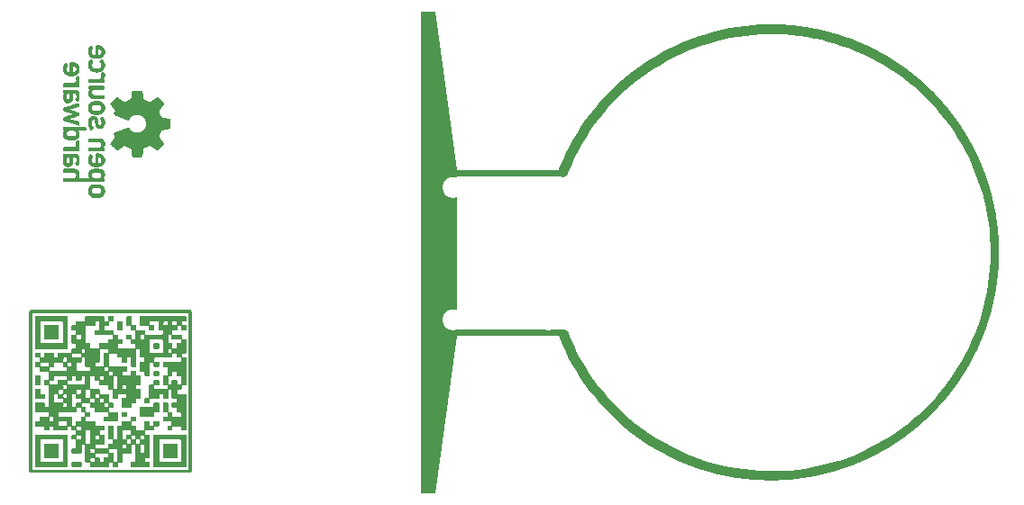
<source format=gbo>
*
%FSLAX26Y26*%
%MOIN*%
%ADD10C,0.036000*%
%ADD11R,0.025000X0.025000*%
%IPPOS*%
%LNgbo*%
%LPD*%
G75*
G36*
X1638819Y8819D02*
Y1791181D01*
X1691031D01*
X1771181Y1205081D01*
Y589919D01*
X1691029Y8819D01*
X1638819D01*
G37*
G54D10*
X2163060Y597130D02*
X2173979Y570727D01*
X2185803Y544717D01*
X2198519Y519131D01*
X2212110Y493999D01*
X2226561Y469352D01*
X2241855Y445218D01*
X2257973Y421627D01*
X2274897Y398607D01*
X2292605Y376184D01*
X2311077Y354387D01*
X2330291Y333241D01*
X2350223Y312771D01*
X2370851Y293001D01*
X2392149Y273956D01*
X2414092Y255657D01*
X2436654Y238127D01*
X2459808Y221387D01*
X2483526Y205456D01*
X2507780Y190354D01*
X2532541Y176099D01*
X2557780Y162707D01*
X2583466Y150195D01*
X2609569Y138577D01*
X2636058Y127868D01*
X2662900Y118080D01*
X2690065Y109225D01*
X2717519Y101313D01*
X2745231Y94354D01*
X2773165Y88356D01*
X2801291Y83327D01*
X2829573Y79272D01*
X2857979Y76196D01*
X2886473Y74102D01*
X2915024Y72994D01*
X2943595Y72873D01*
X2972153Y73739D01*
X3000665Y75590D01*
X3029095Y78425D01*
X3057411Y82240D01*
X3085578Y87030D01*
X3113563Y92791D01*
X3141332Y99514D01*
X3168853Y107193D01*
X3196092Y115817D01*
X3223017Y125377D01*
X3249595Y135861D01*
X3275796Y147256D01*
X3301587Y159550D01*
X3326939Y172727D01*
X3351820Y186772D01*
X3376202Y201667D01*
X3400054Y217396D01*
X3423349Y233939D01*
X3446059Y251276D01*
X3468157Y269388D01*
X3489616Y288252D01*
X3510411Y307846D01*
X3530516Y328146D01*
X3549909Y349129D01*
X3568565Y370768D01*
X3586463Y393039D01*
X3603581Y415915D01*
X3619899Y439369D01*
X3635397Y463371D01*
X3650057Y487895D01*
X3663861Y512911D01*
X3676794Y538388D01*
X3688838Y564297D01*
X3699981Y590606D01*
X3710208Y617284D01*
X3719508Y644300D01*
X3727870Y671621D01*
X3735283Y699214D01*
X3741738Y727047D01*
X3747229Y755086D01*
X3751748Y783298D01*
X3755290Y811649D01*
X3757851Y840105D01*
X3759427Y868633D01*
X3760018Y897199D01*
X3759621Y925768D01*
X3758238Y954306D01*
X3755871Y982779D01*
X3752521Y1011154D01*
X3748194Y1039396D01*
X3742894Y1067471D01*
X3736627Y1095347D01*
X3729401Y1122990D01*
X3721225Y1150367D01*
X3712109Y1177445D01*
X3702063Y1204192D01*
X3691099Y1230576D01*
X3679230Y1256566D01*
X3666471Y1282131D01*
X3652837Y1307239D01*
X3638344Y1331862D01*
X3623009Y1355970D01*
X3606850Y1379533D01*
X3589888Y1402525D01*
X3572142Y1424917D01*
X3553633Y1446682D01*
X3534383Y1467796D01*
X3514415Y1488232D01*
X3493754Y1507967D01*
X3472424Y1526976D01*
X3450450Y1545237D01*
X3427858Y1562728D01*
X3404675Y1579429D01*
X3380930Y1595319D01*
X3356650Y1610380D01*
X3331865Y1624593D01*
X3306603Y1637942D01*
X3280896Y1650410D01*
X3254773Y1661983D01*
X3228266Y1672647D01*
X3201407Y1682390D01*
X3174227Y1691199D01*
X3146759Y1699064D01*
X3119037Y1705975D01*
X3091091Y1711925D01*
X3062957Y1716907D01*
X3034668Y1720914D01*
X3006257Y1723942D01*
X2977759Y1725986D01*
X2949207Y1727046D01*
X2920636Y1727118D01*
X2892079Y1726204D01*
X2863570Y1724304D01*
X2835145Y1721421D01*
X2806836Y1717558D01*
X2778677Y1712719D01*
X2750702Y1706911D01*
X2722944Y1700140D01*
X2695437Y1692415D01*
X2668212Y1683744D01*
X2641304Y1674139D01*
X2614743Y1663610D01*
X2588562Y1652169D01*
X2562792Y1639832D01*
X2537462Y1626612D01*
X2512605Y1612525D01*
X2488249Y1597587D01*
X2464423Y1581818D01*
X2441156Y1565235D01*
X2418476Y1547859D01*
X2396409Y1529710D01*
X2374983Y1510809D01*
X2354221Y1491180D01*
X2334150Y1470846D01*
X2314794Y1449830D01*
X2296174Y1428159D01*
X2278314Y1405857D01*
X2261235Y1382952D01*
X2244957Y1359471D01*
X2229500Y1335442D01*
X2214882Y1310893D01*
X2201120Y1285854D01*
X2188231Y1260355D01*
X2176231Y1234425D01*
X2165133Y1208097D01*
X2161030Y1197670D01*
G36*
X188825Y680326D02*
G02X194418Y686172I6157J-292D01*
G01X785606Y686165D01*
G02X791181Y680201I-606J-6154D01*
G01X791181Y384511D01*
X778819D01*
Y673826D01*
X201181D01*
Y384511D01*
X188836D01*
X188825Y680326D01*
G37*
G36*
X188836Y384511D02*
X201181D01*
Y95196D01*
X778819D01*
Y384511D01*
X791181D01*
X791180Y88778D01*
G02X785623Y82850I-6180J225D01*
G01X194322D01*
X193226Y83077D01*
X192726Y83250D01*
G02X188846Y88448I2283J5750D01*
G01X188836Y384511D01*
G37*
G36*
X779819Y385511D02*
X790181D01*
G02X790181Y383511I0J-1000D01*
G01X779819D01*
G02X779819Y385511I0J1000D01*
G37*
G36*
X189836D02*
G01X200181D01*
G02X200181Y383511I0J-1000D01*
G01X189836D01*
G02X189836Y385511I0J1000D01*
G37*
G36*
X210316Y130930D02*
G01X210333Y131245D01*
X210387Y131501D01*
G02X210388Y132485I1606J492D01*
G02X210382Y133469I1602J501D01*
G02X210379Y134473I1667J507D01*
G02X210372Y135457I1694J504D01*
G02X210358Y136540I1631J563D01*
G02X210361Y137544I1704J496D01*
G02X210368Y138528I1640J481D01*
G02X210368Y139532I1631J501D01*
G02X210376Y140517I1631J480D01*
G02X210376Y141520I1624J501D01*
G02X210384Y142524I1624J490D01*
G02X210391Y143489I1619J471D01*
G02X210389Y144493I1642J504D01*
G02X210378Y145517I1612J529D01*
G02X210385Y146481I1610J471D01*
G02X210382Y147465I1639J498D01*
G02X210373Y148450I1665J507D01*
G02X210357Y149552I1660J575D01*
G02X210364Y150536I1642J482D01*
G02X210368Y151520I1638J486D01*
G02X210371Y152524I1681J497D01*
G02X210372Y153528I1631J499D01*
G02X210378Y154513I1627J483D01*
G02X210386Y155517I1636J489D01*
G02X210389Y156501I1624J486D01*
G02X210387Y157505I1605J506D01*
G02X210387Y158489I1605J492D01*
G02X210384Y159493I1605J506D01*
G02X210382Y160477I1605J496D01*
G02X210371Y161461I1602J510D01*
G02X210358Y162544I1633J560D01*
G02X210363Y163528I1668J484D01*
G02X210363Y164532I1644J502D01*
G02X210367Y165536I1636J495D01*
G02X210375Y166520I1657J480D01*
G02X210375Y167524I1624J501D01*
G02X210383Y168509I1626J479D01*
G02X210389Y169513I1663J492D01*
G02X210389Y170497I1614J492D01*
G02X210387Y171481I1603J496D01*
G02X210386Y172485I1659J503D01*
G02X210383Y173469I1616J498D01*
G02X210379Y174473I1633J507D01*
G02X210371Y175457I1645J506D01*
G02X210359Y176540I1633J560D01*
G02X210363Y177524I1668J484D01*
G02X210370Y178528I1703J490D01*
G02X210374Y179513I1632J486D01*
G02X210378Y180517I1689J495D01*
G02X210382Y181520I1622J495D01*
G02X210388Y182505I1622J483D01*
G02X210392Y183489I1646J485D01*
G02X210386Y184493I1600J511D01*
G02X210383Y185497I1603J506D01*
G02X210381Y186481I1606J496D01*
G02X210378Y187485I1602J506D01*
G02X210374Y188450I1605J490D01*
G02X210357Y189552I1634J576D01*
G02X210363Y190536I1645J482D01*
G02X210368Y191520I1639J483D01*
G02X210370Y192524I1686J499D01*
G02X210375Y193528I1630J495D01*
G02X210384Y194513I1624J477D01*
G02X210388Y195517I1638J494D01*
G02X210392Y196481I1615J477D01*
G02X210386Y197505I1664J521D01*
G02X210386Y198489I1608J492D01*
G02X210383Y199473I1604J497D01*
G02X210380Y200477I1608J507D01*
G02X210370Y201461I1616J509D01*
G02X210359Y202544I1634J558D01*
G02X210364Y203528I1642J485D01*
G02X210366Y204532I1661J498D01*
G02X210369Y205517I1635J487D01*
G02X210377Y206520I1696J489D01*
G02X210382Y207524I1623J495D01*
G02X210388Y208509I1621J481D01*
G02X210391Y209493I1657J487D01*
G02X210389Y210497I1602J506D01*
G02X210387Y211481I1603J494D01*
G02X210380Y212485I1625J514D01*
G02X210378Y213489I1604J506D01*
G02X210373Y214454I1625J490D01*
G02X210356Y215556I1631J576D01*
G02X210362Y216540I1643J482D01*
G02X210369Y217524I1640J481D01*
G02X210369Y218528I1631J501D01*
G02X210375Y219513I1632J483D01*
G02X210377Y220517I1660J498D01*
G02X210385Y221520I1625J489D01*
G02X210395Y222505I1618J475D01*
G02X211872Y224670I1606J491D01*
G01X329135D01*
G02X330599Y223568I-119J-1681D01*
G02X331612Y221520I-604J-1573D01*
G02X331621Y220517I-1691J-518D01*
G02X331623Y219513I-1620J-506D01*
G02X331638Y218568I-1661J-498D01*
G02X331647Y217426I-1689J-584D01*
G02X331639Y216461I-1646J-470D01*
G02X331632Y215438I-1637J-501D01*
G02X331620Y214473I-1637J-461D01*
G02X331605Y213430I-1604J-499D01*
G02X331596Y212485I-1618J-456D01*
G02X331600Y211501I-1602J-499D01*
G02X331603Y210497I-1623J-508D01*
G02X331608Y209493I-1641J-510D01*
G02X331612Y208509I-1610J-498D01*
G02X331612Y207446I-1637J-532D01*
G02X331612Y206540I-1644J-453D01*
G02X331639Y205556I-1616J-536D01*
G02X331646Y204434I-1642J-571D01*
G02X331638Y203469I-1670J-469D01*
G02X331631Y202446I-1663J-500D01*
G02X331617Y201481I-1652J-458D01*
G02X331606Y200438I-1601J-505D01*
G02X331593Y199493I-1678J-449D01*
G02X331602Y198489I-1606J-516D01*
G02X331604Y197485I-1604J-506D01*
G02X331605Y196501I-1636J-494D01*
G02X331614Y195497I-1605J-516D01*
G02X331604Y194473I-1617J-497D01*
G02X331610Y193548I-1664J-472D01*
G02X331637Y192564I-1615J-538D01*
G02X331647Y191422I-1662J-586D01*
G02X331640Y190457I-1649J-470D01*
G02X331633Y189434I-1640J-501D01*
G02X331618Y188489I-1636J-446D01*
G02X331606Y187426I-1685J-513D01*
G02X331596Y186481I-1621J-456D01*
G02X331599Y185477I-1604J-506D01*
G02X331602Y184493I-1607J-497D01*
G02X331606Y183509I-1602J-499D01*
G02X331611Y182505I-1673J-511D01*
G02X331605Y181481I-1616J-501D01*
G02X331612Y180536I-1684J-485D01*
G02X331634Y179552I-1617J-529D01*
G02X331645Y178430I-1639J-577D01*
G02X331638Y177465I-1646J-470D01*
G02X331631Y176442I-1641J-501D01*
G02X331618Y175477I-1634J-460D01*
G02X331605Y174434I-1601J-503D01*
G02X331594Y173489I-1656J-452D01*
G02X331596Y172485I-1599J-506D01*
G02X331599Y171501I-1606J-497D01*
G02X331606Y170497I-1599J-513D01*
G02X331615Y169493I-1606J-516D01*
G02X331605Y168469I-1616J-497D01*
G02X331609Y167544I-1662J-469D01*
G02X331633Y166560I-1613J-532D01*
G02X331645Y165438I-1662J-579D01*
G02X331641Y164454I-1685J-485D01*
G02X331639Y163469I-1639J-489D01*
G02X331629Y162446I-1703J-495D01*
G02X331601Y161442I-1671J-456D01*
G02X331597Y160477I-1613J-476D01*
G02X331600Y159473I-1606J-506D01*
G02X331603Y158489I-1608J-497D01*
G02X331605Y157485I-1604J-506D01*
G02X331606Y156501I-1605J-494D01*
G02X331614Y155517I-1606J-505D01*
G02X331622Y154513I-1701J-516D01*
G02X331623Y153509I-1621J-503D01*
G02X331637Y152564I-1631J-496D01*
G02X331648Y151422I-1643J-587D01*
G02X331641Y150457I-1651J-470D01*
G02X331634Y149434I-1639J-501D01*
G02X331617Y148489I-1638J-443D01*
G02X331608Y147446I-1632J-508D01*
G02X331597Y146481I-1652J-463D01*
G02X331600Y145497I-1625J-497D01*
G02X331603Y144493I-1600J-506D01*
G02X331605Y143509I-1605J-496D01*
G02X331614Y142505I-1635J-516D01*
G02X331620Y141520I-1621J-503D01*
G02X331632Y140477I-1630J-540D01*
G02X331640Y139552I-1639J-478D01*
G02X331646Y138430I-1643J-569D01*
G02X331638Y137465I-1647J-469D01*
G02X331631Y136442I-1661J-501D01*
G02X331619Y135477I-1634J-461D01*
G02X331605Y134434I-1600J-500D01*
G02X331598Y133509I-1629J-450D01*
G01X312402D01*
G02X312395Y134434I1620J475D01*
G02X312380Y135497I1589J554D01*
G02X312369Y136442I1622J493D01*
G02X312363Y137465I1703J521D01*
G02X312354Y138430I1636J497D01*
G02X312361Y139572I1674J561D01*
G02X312375Y140517I1645J447D01*
G02X312380Y141520I1624J495D01*
G02X312386Y142505I1625J482D01*
G02X312395Y143509I1695J487D01*
G02X312397Y144493I1605J488D01*
G02X312400Y145497I1615J498D01*
G02X312403Y146481I1633J488D01*
G02X312392Y147446I1684J502D01*
G02X312383Y148489I1592J535D01*
G02X312368Y149454I1619J507D01*
G02X312360Y150477I1631J526D01*
G02X312352Y151442I1642J495D01*
G02X312363Y152564I1650J545D01*
G02X312377Y153509I1644J448D01*
G02X312376Y154532I1637J513D01*
G02X312386Y155517I1630J476D01*
G02X312394Y156501I1616J480D01*
G02X312395Y157505I1671J500D01*
G02X312398Y158509I1605J496D01*
G02X312402Y159493I1610J487D01*
G02X312405Y160497I1604J497D01*
G02X312399Y161442I1607J481D01*
G02X312371Y162446I1753J551D01*
G02X312362Y163469I1653J526D01*
G02X312360Y164473I1636J506D01*
G02X312355Y165438I1679J490D01*
G02X312367Y166560I1651J544D01*
G02X312391Y167544I1637J452D01*
G02X312387Y168509I1666J490D01*
G02X312386Y169513I1617J503D01*
G02X312394Y170497I1616J480D01*
G02X312401Y171501I1670J490D01*
G02X312404Y172485I1609J488D01*
G02X312406Y173489I1615J498D01*
G02X312395Y174434I1663J493D01*
G02X312382Y175477I1587J541D01*
G02X312369Y176442I1720J506D01*
G02X312362Y177465I1688J523D01*
G02X312355Y178430I1639J495D01*
G02X312366Y179552I1715J544D01*
G02X312390Y180556I1740J461D01*
G02X312395Y181481I1690J452D01*
G02X312389Y182505I1609J522D01*
G02X312394Y183509I1613J493D01*
G02X312398Y184513I1606J496D01*
G02X312401Y185497I1609J487D01*
G02X312404Y186501I1607J497D01*
G02X312394Y187426I1611J480D01*
G02X312382Y188489I1648J550D01*
G02X312368Y189454I1621J507D01*
G02X312361Y190457I1635J512D01*
G02X312351Y191442I1744J510D01*
G02X312363Y192564I1651J544D01*
G02X312390Y193548I1641J446D01*
G02X312396Y194473I1670J453D01*
G02X312385Y195517I1651J538D01*
G02X312395Y196501I1615J477D01*
G02X312394Y197505I1644J503D01*
G02X312398Y198509I1608J496D01*
G02X312407Y199493I1610J477D01*
G02X312394Y200438I1608J494D01*
G02X312383Y201481I1589J538D01*
G02X312370Y202446I1653J505D01*
G02X312362Y203469I1639J525D01*
G02X312354Y204434I1665J495D01*
G02X312361Y205556I1648J551D01*
G02X312319Y206245I1645J446D01*
G01X231507D01*
G02X230653Y205438I-1512J745D01*
G02X230634Y204513I-1653J-430D01*
G02X230638Y203528I-1637J-497D01*
G02X230642Y202544I-1638J-500D01*
G02X230629Y201442I-1672J-531D01*
G02X230620Y200477I-1614J-467D01*
G02X230617Y199473I-1605J-497D01*
G02X230622Y198450I-1607J-520D01*
G02X230613Y197485I-1613J-467D01*
G02X230608Y196481I-1603J-495D01*
G02X230612Y195517I-1613J-488D01*
G02X230616Y194513I-1669J-510D01*
G02X230626Y193509I-1618J-518D01*
G02X230630Y192524I-1626J-499D01*
G02X230632Y191520I-1665J-505D01*
G02X230637Y190536I-1634J-501D01*
G02X230644Y189532I-1675J-514D01*
G02X230626Y188450I-1649J-514D01*
G02X230623Y187465I-1609J-487D01*
G02X230620Y186461I-1608J-497D01*
G02X230616Y185477I-1609J-487D01*
G02X230622Y184454I-1605J-520D01*
G02X230608Y183489I-1614J-460D01*
G02X230612Y182505I-1651J-499D01*
G02X230625Y181481I-1614J-533D01*
G02X230622Y180517I-1623J-477D01*
G02X230626Y179513I-1631J-508D01*
G02X230630Y178528I-1627J-499D01*
G02X230638Y177524I-1646J-516D01*
G02X230641Y176540I-1637J-497D01*
G02X230630Y175438I-1646J-534D01*
G02X230621Y174473I-1613J-467D01*
G02X230617Y173469I-1605J-497D01*
G02X230614Y172485I-1607J-486D01*
G02X230613Y171481I-1603J-501D01*
G02X230609Y170477I-1606J-495D01*
G02X230611Y169513I-1614J-485D01*
G02X230617Y168509I-1637J-512D01*
G02X230625Y167505I-1618J-515D01*
G02X230625Y166520I-1622J-493D01*
G02X230633Y165517I-1654J-515D01*
G02X230637Y164532I-1635J-499D01*
G02X230638Y163528I-1713J-504D01*
G02X230641Y162544I-1639J-497D01*
G02X230630Y161442I-1644J-534D01*
G02X230618Y160477I-1614J-463D01*
G02X230617Y159473I-1705J-500D01*
G02X230613Y158489I-1606J-485D01*
G02X230613Y157485I-1647J-502D01*
G02X230612Y156481I-1606J-500D01*
G02X230614Y155517I-1622J-486D01*
G02X230622Y154513I-1616J-515D01*
G02X230627Y153509I-1621J-509D01*
G02X230629Y152524I-1629J-496D01*
G02X230632Y151520I-1639J-507D01*
G02X230636Y150536I-1633J-499D01*
G02X230645Y149532I-1648J-516D01*
G02X230627Y148450I-1649J-514D01*
G02X230618Y147465I-1611J-477D01*
G02X230615Y146481I-1607J-487D01*
G02X230614Y145477I-1606J-501D01*
G02X230611Y144493I-1605J-487D01*
G02X230609Y143489I-1605J-500D01*
G02X230618Y142505I-1610J-506D01*
G02X230626Y141501I-1617J-515D01*
G02X230624Y140517I-1627J-490D01*
G02X230632Y139513I-1628J-514D01*
G02X230632Y138528I-1633J-492D01*
G02X230639Y137524I-1676J-513D01*
G02X230642Y136540I-1662J-497D01*
G02X230628Y135457I-1646J-520D01*
G02X230621Y134473I-1687J-480D01*
G02X230618Y133469I-1606J-497D01*
G02X230612Y132485I-1607J-483D01*
G02X230614Y131481I-1621J-505D01*
G02X230610Y130497I-1609J-485D01*
G01X210390D01*
X210338Y130713D01*
X210316Y130930D01*
G37*
G36*
X210278Y110018D02*
G02X210359Y110543I1726J0D01*
G02X210365Y111530I1642J485D01*
G02X210369Y112523I1637J489D01*
G02X210371Y113521I1631J496D01*
G02X210377Y114519I1629J489D01*
G02X210384Y115514I1623J486D01*
G02X210390Y116512I1618J490D01*
G02X210393Y117486I1615J482D01*
G02X210390Y118492I1600J508D01*
G02X210388Y119483I1603J498D01*
G02X210384Y120474I1602J503D01*
G02X210381Y121479I1600J507D01*
G02X210374Y122451I1603J498D01*
G02X210359Y123544I1630J568D01*
G02X210365Y124531I1642J485D01*
G02X210369Y125524I1637J489D01*
G02X210371Y126522I1631J496D01*
G02X210377Y127520I1629J489D01*
G02X210384Y128515I1623J486D01*
G02X210390Y129513I1618J490D01*
G02X210393Y130487I1615J482D01*
G01X230607D01*
G02X230610Y129513I-1611J-493D01*
G02X230616Y128515I-1613J-508D01*
G02X230623Y127520I-1615J-509D01*
G02X230629Y126522I-1623J-509D01*
G02X230631Y125525I-1629J-503D01*
G02X230653Y124591I-1632J-504D01*
G02X231439Y123717I-1003J-1692D01*
G01X311554D01*
G02X312343Y124537I1836J-977D01*
G02X312355Y125432I1658J425D01*
G02X312363Y126562I1648J553D01*
G02X312391Y127551I1643J449D01*
G02X312397Y128478I1641J454D01*
G02X312389Y129506I1607J527D01*
G02X312396Y130505I1612J488D01*
G02X312398Y131493I1605J491D01*
G02X312401Y132499I1603J498D01*
G02X312407Y133493I1606J488D01*
G01X331593D01*
G02X331599Y132499I-1600J-507D01*
G02X331602Y131493I-1600J-508D01*
G02X331604Y130505I-1603J-498D01*
G02X331611Y129506I-1605J-511D01*
G02X331603Y128478I-1615J-501D01*
G02X331609Y127551I-1635J-473D01*
G02X331637Y126562I-1615J-541D01*
G02X331645Y125432I-1640J-577D01*
G02X331638Y124467I-1646J-470D01*
G02X331631Y123444I-1637J-500D01*
G02X331616Y122484I-1634J-455D01*
G02X331604Y121432I-1600J-508D01*
G02X331593Y120492I-1618J-450D01*
G02X331599Y119498I-1600J-507D01*
G02X331602Y118493I-1600J-508D01*
G02X331604Y117504I-1603J-498D01*
G02X331611Y116506I-1605J-511D01*
G02X331603Y115477I-1615J-501D01*
G02X331609Y114551I-1635J-473D01*
G02X331637Y113561I-1615J-541D01*
G02X331645Y112431I-1640J-577D01*
G02X331638Y111466I-1646J-470D01*
G02X331631Y110443I-1637J-500D01*
G02X331616Y109484I-1634J-455D01*
G02X331604Y108431I-1600J-508D01*
G02X331593Y107492I-1618J-450D01*
G02X331600Y106501I-1600J-507D01*
G02X330488Y104373I-1601J-519D01*
G01X211436D01*
X210946Y104686D01*
G02X210391Y106472I1050J1305D01*
G02X210384Y107473I1599J513D01*
G02X210381Y108478I1600J507D01*
G02X210374Y109450I1603J498D01*
G02X210278Y110018I1630J568D01*
G37*
G36*
X211393Y131487D02*
G01X229607D01*
G02X229607Y129487I0J-1000D01*
G01X211393D01*
G02X211393Y131487I0J1000D01*
G37*
G36*
X313407Y134493D02*
G01X330593D01*
G02X330593Y132493I0J-1000D01*
G01X313407D01*
G02X313407Y134493I0J1000D01*
G37*
G36*
G01X330593D01*
G02X330593Y132493I0J-1000D01*
G01X313407D01*
G02X313407Y134493I0J1000D01*
G37*
G36*
X210359Y386546D02*
G02X210365Y387533I1642J484D01*
G02X210369Y388525I1637J489D01*
G02X210371Y389523I1631J496D01*
G02X210376Y390517I1629J489D01*
G02X210382Y391527I1624J495D01*
G02X211510Y393623I1624J477D01*
G01X229491D01*
G02X230616Y391521I-497J-1618D01*
G02X230620Y390517I-1620J-510D01*
G02X230637Y389563I-1626J-504D01*
G02X230645Y388433I-1640J-577D01*
G02X230638Y387468I-1646J-470D01*
G02X230631Y386446I-1637J-500D01*
G02X230616Y385486I-1634J-455D01*
G02X230607Y384442I-1600J-508D01*
G02X230596Y383485I-1615J-460D01*
G02X230599Y382499I-1603J-498D01*
G02X230602Y381494I-1600J-508D01*
G02X230604Y380506I-1603J-498D01*
G02X230612Y379510I-1605J-511D01*
G02X230620Y378519I-1617J-508D01*
G02X230622Y377510I-1619J-509D01*
G02X230631Y376543I-1628J-498D01*
G02X231447Y375703I-1032J-1820D01*
G01X245399Y375645D01*
G02X246628Y373441I-405J-1670D01*
G02X246599Y372446I-1636J-450D01*
G02X246590Y371479I-1612J-469D01*
G02X246593Y370493I-1603J-498D01*
G02X246599Y369499I-1600J-506D01*
G02X246602Y368493I-1600J-508D01*
G02X246604Y367505I-1603J-498D01*
G02X246611Y366506I-1605J-511D01*
G02X246603Y365478I-1615J-501D01*
G02X246609Y364551I-1635J-473D01*
G02X246637Y363562I-1615J-541D01*
G02X246645Y362432I-1640J-577D01*
G02X246638Y361467I-1646J-470D01*
G02X246626Y360431I-1637J-500D01*
G02X245590Y358426I-1628J-429D01*
G02X244430Y357360I-1579J553D01*
G01X212472D01*
X211981Y357653D01*
G02X211406Y358428I1004J1344D01*
G02X210363Y360532I595J1605D01*
G02X210364Y361530I1638J497D01*
G02X210369Y362525I1636J490D01*
G02X210371Y363522I1631J494D01*
G02X210377Y364520I1629J489D01*
G02X210384Y365515I1623J486D01*
G02X210390Y366513I1618J490D01*
G02X210393Y367487I1615J482D01*
G02X210390Y368493I1600J508D01*
G02X210388Y369483I1603J498D01*
G02X210384Y370475I1602J503D01*
G02X210381Y371479I1600J507D01*
G02X210374Y372452I1603J498D01*
G02X210359Y373545I1630J568D01*
G02X210365Y374532I1642J485D01*
G02X210369Y375524I1637J489D01*
G02X210371Y376523I1631J496D01*
G02X210376Y377516I1629J489D01*
G02X210378Y378513I1624J494D01*
G02X210386Y379517I1622J489D01*
G02X210392Y380493I1615J479D01*
G02X210390Y381494I1601J504D01*
G02X210388Y382484I1603J498D01*
G02X210387Y383485I1602J503D01*
G02X210384Y384471I1603J498D01*
G02X210374Y385452I1600J507D01*
G02X210359Y386546I1630J568D01*
G37*
G36*
X210359Y413543D02*
G02X210365Y414529I1642J485D01*
G02X210370Y415527I1637J489D01*
G02X210376Y416519I1630J487D01*
G02X210378Y417515I1624J494D01*
G02X210384Y418514I1622J489D01*
G02X210390Y419511I1618J490D01*
G02X210393Y420486I1615J482D01*
G02X210388Y421487I1600J509D01*
G02X210387Y422487I1602J503D01*
G02X210384Y423473I1603J498D01*
G02X210381Y424478I1600J507D01*
G02X210374Y425450I1603J498D01*
G02X210359Y426543I1630J568D01*
G02X210365Y427530I1642J485D01*
G02X210369Y428523I1637J489D01*
G02X210371Y429521I1631J496D01*
G02X210377Y430519I1629J489D01*
G02X210384Y431514I1623J486D01*
G02X210390Y432512I1618J490D01*
G02X210393Y433486I1615J482D01*
G02X210390Y434492I1600J508D01*
G02X210388Y435483I1603J498D01*
G02X210384Y436474I1602J503D01*
G02X210381Y437479I1600J507D01*
G02X210374Y438451I1603J498D01*
G02X210359Y439544I1630J568D01*
G02X210365Y440531I1642J485D01*
G02X210369Y441524I1637J489D01*
G02X210378Y442544I1631J496D01*
G02X211549Y444631I1628J459D01*
G01X229452D01*
G02X230632Y442583I-458J-1628D01*
G02X230646Y441427I-1631J-598D01*
G02X230638Y440467I-1648J-465D01*
G02X230630Y439444I-1637J-500D01*
G02X230616Y438485I-1634J-455D01*
G02X230604Y437432I-1600J-509D01*
G02X230593Y436492I-1618J-450D01*
G02X230599Y435498I-1600J-507D01*
G02X230602Y434493I-1600J-508D01*
G02X230604Y433504I-1603J-498D01*
G02X230611Y432506I-1605J-511D01*
G02X230603Y431477I-1615J-501D01*
G02X230609Y430551I-1635J-473D01*
G02X230637Y429561I-1615J-541D01*
G02X230645Y428431I-1640J-577D01*
G02X230638Y427466I-1646J-470D01*
G02X230631Y426443I-1637J-500D01*
G02X230616Y425484I-1634J-455D01*
G02X230604Y424431I-1600J-508D01*
G02X230593Y423492I-1618J-450D01*
G02X230596Y422487I-1600J-507D01*
G02X230599Y421502I-1603J-498D01*
G02X230604Y420503I-1600J-508D01*
G02X230611Y419505I-1605J-511D01*
G02X230603Y418477I-1615J-501D01*
G02X230608Y417547I-1635J-473D01*
G02X230632Y416558I-1613J-534D01*
G02X230644Y415435I-1636J-578D01*
G02X230638Y414465I-1645J-475D01*
G02X230631Y413442I-1637J-500D01*
G02X230616Y412483I-1634J-455D01*
G02X230604Y411430I-1600J-508D01*
G02X230593Y410491I-1618J-450D01*
G02X230600Y409501I-1600J-507D01*
G02X229488Y407372I-1601J-519D01*
G01X211436D01*
X210946Y407685D01*
G02X210391Y409471I1050J1305D01*
G02X210384Y410472I1599J513D01*
G02X210381Y411477I1600J507D01*
G02X210374Y412449I1603J498D01*
G02X210359Y413543I1630J568D01*
G37*
G36*
X210277Y557022D02*
G02X210359Y557547I1726J0D01*
G02X210363Y558529I1642J485D01*
G02X210364Y559528I1638J498D01*
G02X210370Y560527I1636J490D01*
G02X210376Y561518I1630J486D01*
G02X210378Y562515I1624J494D01*
G02X210384Y563513I1622J489D01*
G02X210390Y564510I1618J490D01*
G02X210393Y565485I1615J482D01*
G01X230607D01*
G02X230610Y564510I-1611J-493D01*
G02X230628Y563556I-1613J-508D01*
G02X231531Y562696I-626J-1561D01*
G01X312358D01*
G02X312397Y563476I1675J307D01*
G02X312389Y564504I1607J527D01*
G02X312396Y565503I1612J488D01*
G02X312401Y566501I1605J491D01*
G02X312404Y567486I1606J488D01*
G02X312407Y568491I1603J498D01*
G02X312410Y569477I1606J488D01*
G01X331591D01*
G02X331593Y568490I-1603J-498D01*
G02X331596Y567486I-1600J-506D01*
G02X331599Y566501I-1603J-498D01*
G02X331604Y565503I-1600J-508D01*
G02X331611Y564504I-1605J-511D01*
G02X331603Y563476I-1615J-501D01*
G02X331620Y562594I-1635J-473D01*
G02X331649Y561427I-1622J-624D01*
G02X331638Y560452I-1650J-469D01*
G02X331637Y559462I-1639J-493D01*
G02X331638Y558469I-1638J-498D01*
G02X331631Y557446I-1637J-500D01*
G02X331616Y556487I-1634J-455D01*
G02X331607Y555443I-1600J-508D01*
G02X331596Y554486I-1615J-460D01*
G02X331599Y553500I-1603J-498D01*
G02X331602Y552495I-1600J-508D01*
G02X331604Y551507I-1603J-498D01*
G02X331612Y550511I-1605J-510D01*
G02X331633Y549568I-1617J-508D01*
G02X331652Y548427I-1631J-598D01*
G02X331643Y547452I-1652J-473D01*
G02X331638Y546456I-1644J-489D01*
G02X331625Y545430I-1639J-493D01*
G02X330578Y543418I-1627J-432D01*
G02X329407Y542356I-1589J575D01*
G01X211512D01*
X211018Y542629D01*
G02X210366Y544522I994J1400D01*
G02X210364Y545531I1635J508D01*
G02X210369Y546526I1636J490D01*
G02X210371Y547523I1631J494D01*
G02X210376Y548517I1629J489D01*
G02X210378Y549514I1624J494D01*
G02X210386Y550517I1622J489D01*
G02X210392Y551494I1615J479D01*
G02X210390Y552495I1601J504D01*
G02X210388Y553485I1603J498D01*
G02X210387Y554485I1602J503D01*
G02X210384Y555471I1603J498D01*
G02X210374Y556453I1600J507D01*
G02X210277Y557022I1630J568D01*
G37*
G36*
X210316Y565927D02*
G01X210333Y566242D01*
X210386Y566479D01*
G02X210385Y567483I1601J503D01*
G02X210382Y568467I1640J498D01*
G02X210379Y569471I1666J507D01*
G02X210372Y570455I1694J504D01*
G02X210358Y571538I1633J563D01*
G02X210361Y572542I1706J496D01*
G02X210370Y573526I1640J477D01*
G02X210372Y574530I1639J498D01*
G02X210378Y575514I1627J483D01*
G02X210383Y576518I1636J494D01*
G02X210387Y577522I1621J496D01*
G02X210393Y578487I1618J472D01*
G02X210387Y579490I1600J512D01*
G02X210384Y580494I1603J506D01*
G02X210382Y581479I1603J496D01*
G02X210379Y582483I1604J506D01*
G02X210373Y583447I1604J493D01*
G02X210358Y584550I1662J574D01*
G02X210364Y585534I1642J482D01*
G02X210367Y586518I1638J486D01*
G02X210371Y587522I1689J497D01*
G02X210375Y588526I1629J495D01*
G02X210383Y589510I1624J479D01*
G02X210389Y590514I1663J492D01*
G02X210389Y591498I1615J491D01*
G02X210387Y592502I1604J506D01*
G02X210387Y593487I1607J492D01*
G02X210383Y594471I1604J499D01*
G02X210379Y595475I1631J507D01*
G02X210371Y596459I1643J506D01*
G02X210359Y597542I1632J560D01*
G02X210363Y598526I1670J484D01*
G02X210367Y599530I1703J495D01*
G02X210367Y600534I1632J501D01*
G02X210376Y601518I1631J477D01*
G02X210382Y602522I1645J493D01*
G02X210388Y603506I1620J483D01*
G02X210392Y604490I1645J485D01*
G02X210389Y605494I1600J506D01*
G02X210387Y606479I1605J497D01*
G02X210381Y607483I1660J511D01*
G02X210378Y608487I1602J506D01*
G02X210374Y609451I1603J490D01*
G02X210357Y610553I1637J576D01*
G02X210363Y611538I1643J482D01*
G02X210368Y612522I1639J483D01*
G02X210370Y613526I1686J499D01*
G02X210374Y614510I1630J486D01*
G02X210378Y615514I1689J495D01*
G02X210386Y616518I1622J489D01*
G02X210389Y617502I1616J487D01*
G02X210386Y618506I1604J506D01*
G02X210386Y619490I1606J492D01*
G02X210383Y620494I1604J506D01*
G02X210381Y621479I1607J496D01*
G02X210370Y622463I1603J510D01*
G02X210359Y623546I1633J558D01*
G02X210364Y624530I1645J484D01*
G02X210366Y625534I1668J498D01*
G02X210369Y626518I1633J487D01*
G02X210374Y627522I1711J494D01*
G02X210375Y628526I1625J501D01*
G02X210382Y629530I1626J489D01*
G02X210391Y630494I1619J467D01*
G02X210389Y631498I1603J506D01*
G02X210387Y632483I1604J494D01*
G02X210386Y633487I1626J504D01*
G02X210383Y634471I1605J497D01*
G02X210373Y635455I1608J509D01*
G02X210356Y636557I1631J576D01*
G02X210354Y637561I1644J506D01*
G02X210364Y638526I1648J465D01*
G02X210369Y639530I1651J493D01*
G02X210375Y640514I1632J483D01*
G02X210377Y641518I1660J498D01*
G02X210382Y642522I1623J495D01*
G02X210388Y643506I1621J481D01*
G02X210391Y644490I1657J487D01*
G02X210386Y645494I1599J511D01*
G02X210383Y646498I1603J506D01*
G02X210380Y647483I1608J496D01*
G02X210378Y648487I1602J506D01*
G02X210373Y649451I1607J490D01*
G02X210356Y650553I1631J576D01*
G02X210362Y651538I1645J482D01*
G02X210369Y652522I1640J481D01*
G02X210374Y653526I1689J494D01*
G02X210376Y654510I1626J487D01*
G02X210384Y655514I1702J489D01*
G02X210388Y656518I1618J496D01*
G02X210392Y657483I1616J475D01*
G02X210388Y658487I1630J509D01*
G02X210385Y659490I1601J506D01*
G02X210383Y660475I1603J496D01*
G02X211733Y662640I1601J505D01*
G01X330248D01*
G02X331601Y660475I-249J-1660D01*
G02X331597Y659490I-1650J-486D01*
G02X331600Y658506I-1640J-498D01*
G02X331605Y657502I-1657J-509D01*
G02X331613Y656498I-1604J-516D01*
G02X331604Y655475I-1617J-497D01*
G02X331609Y654550I-1635J-471D01*
G02X331636Y653546I-1636J-547D01*
G02X331647Y652424I-1641J-576D01*
G02X331639Y651459I-1646J-470D01*
G02X331632Y650435I-1640J-501D01*
G02X331620Y649471I-1636J-461D01*
G02X331605Y648427I-1602J-499D01*
G02X331596Y647483I-1618J-456D01*
G02X331598Y646479I-1602J-506D01*
G02X331601Y645494I-1605J-497D01*
G02X331608Y644490I-1601J-513D01*
G02X331612Y643506I-1610J-498D01*
G02X331612Y642443I-1639J-532D01*
G02X331611Y641538I-1644J-450D01*
G02X331633Y640553I-1658J-530D01*
G02X331644Y639431I-1638J-577D01*
G02X331638Y638467I-1645J-472D01*
G02X331638Y637463I-1665J-501D01*
G02X331629Y636439I-1639J-497D01*
G02X331603Y635435I-1638J-460D01*
G02X331593Y634490I-1617J-457D01*
G02X331596Y633487I-1607J-507D01*
G02X331600Y632502I-1614J-497D01*
G02X331603Y631498I-1621J-508D01*
G02X331608Y630494I-1641J-510D01*
G02X331612Y629510I-1616J-499D01*
G02X331622Y628526I-1618J-507D01*
G02X331625Y627502I-1702J-517D01*
G02X331639Y626557I-1632J-497D01*
G02X331646Y625435I-1643J-571D01*
G02X331638Y624471I-1670J-469D01*
G02X331631Y623447I-1663J-500D01*
G02X331617Y622483I-1650J-458D01*
G02X331608Y621439I-1602J-508D01*
G02X331599Y620475I-1617J-467D01*
G02X331602Y619490I-1606J-497D01*
G02X331605Y618487I-1604J-506D01*
G02X331605Y617502I-1606J-494D01*
G02X331616Y616498I-1605J-519D01*
G02X331622Y615514I-1620J-502D01*
G02X331623Y614510I-1620J-503D01*
G02X331637Y613565I-1634J-498D01*
G02X331647Y612424I-1661J-586D01*
G02X331640Y611459I-1646J-470D01*
G02X331633Y610435I-1639J-501D01*
G02X331618Y609490I-1636J-446D01*
G02X331606Y608427I-1668J-513D01*
G02X331596Y607483I-1619J-456D01*
G02X331599Y606498I-1606J-497D01*
G02X331602Y605494I-1599J-507D01*
G02X331606Y604510I-1613J-498D01*
G02X331611Y603506I-1680J-511D01*
G02X331605Y602483I-1614J-501D01*
G02X331610Y601557I-1682J-473D01*
G02X331640Y600553I-1667J-551D01*
G02X331645Y599431I-1643J-569D01*
G02X331638Y598467I-1646J-470D01*
G02X331631Y597443I-1639J-501D01*
G02X331618Y596479I-1634J-461D01*
G02X331605Y595435I-1602J-503D01*
G02X331594Y594490I-1655J-452D01*
G02X331603Y593487I-1600J-516D01*
G02X331605Y592483I-1605J-506D01*
G02X331606Y591498I-1605J-494D01*
G02X331615Y590494I-1606J-516D01*
G02X331619Y589530I-1618J-490D01*
G02X331643Y588467I-1652J-568D01*
G02X331645Y587443I-1749J-516D01*
G02X331640Y586459I-1646J-483D01*
G02X331639Y585455I-1703J-501D01*
G02X331630Y584431I-1639J-497D01*
G02X331600Y583447I-1637J-442D01*
G02X331592Y582483I-1636J-469D01*
G02X331597Y581479I-1666J-511D01*
G02X331600Y580475I-1605J-506D01*
G02X331603Y579490I-1608J-497D01*
G02X331605Y578506I-1605J-496D01*
G02X331612Y577502I-1636J-513D01*
G02X331604Y576479I-1615J-499D01*
G02X331621Y575593I-1692J-476D01*
G02X331650Y574431I-1623J-621D01*
G02X331640Y573447I-1681J-475D01*
G02X331637Y572463I-1640J-487D01*
G02X331628Y571439I-1639J-498D01*
G02X331601Y570435I-1645J-459D01*
G02X331595Y569490I-1613J-461D01*
G01X312405D01*
G02X312397Y570455I1607J496D01*
G02X312372Y571439I1616J534D01*
G02X312363Y572463I1628J526D01*
G02X312360Y573447I1637J497D01*
G02X312350Y574431I1774J511D01*
G02X312379Y575593I1650J540D01*
G02X312396Y576479I1699J410D01*
G02X312388Y577502I1607J525D01*
G02X312395Y578506I1638J491D01*
G02X312398Y579510I1609J496D01*
G02X312402Y580494I1609J487D01*
G02X312405Y581498I1606J497D01*
G02X312408Y582483I1608J487D01*
G02X312400Y583447I1628J495D01*
G02X312369Y584451I1607J553D01*
G02X312360Y585475I1632J525D01*
G02X312360Y586459I1641J491D01*
G02X312355Y587443I1638J501D01*
G02X312357Y588467I1752J508D01*
G02X312381Y589530I1672J495D01*
G02X312386Y590514I1623J483D01*
G02X312394Y591498I1616J480D01*
G02X312395Y592502I1671J500D01*
G02X312398Y593506I1607J496D01*
G02X312406Y594490I1609J479D01*
G02X312395Y595435I1663J493D01*
G02X312382Y596479I1588J541D01*
G02X312369Y597443I1708J505D01*
G02X312362Y598467I1688J523D01*
G02X312355Y599431I1641J495D01*
G02X312360Y600573I1652J563D01*
G02X312390Y601557I1646J443D01*
G02X312395Y602483I1687J452D01*
G02X312389Y603506I1607J523D01*
G02X312394Y604510I1613J493D01*
G02X312398Y605494I1609J487D01*
G02X312401Y606498I1603J497D01*
G02X312404Y607502I1610J497D01*
G02X312394Y608427I1610J480D01*
G02X312382Y609490I1650J550D01*
G02X312368Y610455I1621J507D01*
G02X312361Y611459I1633J512D01*
G02X312351Y612443I1742J510D01*
G02X312363Y613565I1652J544D01*
G02X312377Y614510I1641J447D01*
G02X312378Y615514I1620J500D01*
G02X312385Y616518I1690J490D01*
G02X312395Y617502I1615J477D01*
G02X312394Y618506I1644J503D01*
G02X312398Y619510I1609J496D01*
G02X312401Y620494I1611J487D01*
G02X312392Y621439I1607J488D01*
G02X312383Y622483I1626J536D01*
G02X312370Y623447I1657J505D01*
G02X312362Y624471I1640J525D01*
G02X312354Y625435I1662J495D01*
G02X312361Y626557I1648J551D01*
G01X312313Y626833D01*
X312303Y627010D01*
X312319Y627246D01*
X312374Y627522D01*
G02X312378Y628526I1627J495D01*
G02X312388Y629510I1628J477D01*
G02X312393Y630514I1620J493D01*
G02X312397Y631498I1609J487D01*
G02X312400Y632502I1603J496D01*
G02X312404Y633487I1605J487D01*
G02X312407Y634490I1604J497D01*
G02X312399Y635455I1607J495D01*
G02X312371Y636439I1610J537D01*
G02X312362Y637463I1662J527D01*
G02X312362Y638467I1677J502D01*
G02X312356Y639431I1640J493D01*
G02X312365Y640553I1677J547D01*
G02X312379Y641518I1634J459D01*
G02X312339Y642443I1656J536D01*
G02X311461Y643309I662J1548D01*
G01X231474D01*
G02X230641Y642424I-1868J922D01*
G02X230623Y641518I-1642J-420D01*
G02X230625Y640514I-1656J-506D01*
G02X230631Y639530I-1626J-501D01*
G02X230636Y638526I-1657J-511D01*
G02X230640Y637522I-1636J-509D01*
G02X230644Y636538I-1639J-498D01*
G02X230627Y635455I-1650J-516D01*
G02X230617Y634471I-1633J-475D01*
G02X230614Y633487I-1606J-488D01*
G02X230613Y632483I-1617J-500D01*
G02X230611Y631498I-1605J-490D01*
G02X230609Y630494I-1643J-497D01*
G02X230616Y629510I-1621J-505D01*
G02X230624Y628506I-1615J-515D01*
G02X230626Y627522I-1624J-495D01*
G02X230631Y626518I-1688J-510D01*
G02X230634Y625514I-1632J-508D01*
G02X230638Y624530I-1637J-497D01*
G02X230642Y623546I-1638J-500D01*
G02X230629Y622443I-1670J-531D01*
G02X230620Y621459I-1613J-477D01*
G02X230617Y620475I-1611J-487D01*
G02X230622Y619451I-1607J-520D01*
G02X230613Y618487I-1616J-467D01*
G02X230611Y617483I-1604J-500D01*
G02X230614Y616518I-1612J-487D01*
G02X230622Y615514I-1626J-515D01*
G02X230626Y614510I-1631J-509D01*
G02X230630Y613526I-1626J-499D01*
G02X230632Y612522I-1663J-505D01*
G02X230637Y611538I-1633J-501D01*
G02X230644Y610534I-1670J-514D01*
G02X230626Y609451I-1649J-514D01*
G02X230623Y608467I-1609J-487D01*
G02X230620Y607463I-1607J-497D01*
G02X230613Y606479I-1609J-481D01*
G02X230611Y605494I-1607J-488D01*
G02X230608Y604490I-1613J-498D01*
G02X230612Y603506I-1646J-500D01*
G02X230626Y602483I-1616J-533D01*
G02X230624Y601518I-1624J-479D01*
G02X230631Y600514I-1623J-515D01*
G02X230633Y599530I-1633J-495D01*
G02X230638Y598526I-1634J-511D01*
G02X230642Y597542I-1639J-497D01*
G02X230630Y596439I-1645J-533D01*
G02X230620Y595475I-1613J-467D01*
G02X230617Y594471I-1605J-497D01*
G02X230613Y593487I-1607J-485D01*
G02X230613Y592483I-1650J-502D01*
G02X230609Y591479I-1605J-495D01*
G02X230611Y590514I-1612J-485D01*
G02X230617Y589510I-1637J-512D01*
G02X230633Y588487I-1615J-537D01*
G02X230629Y587522I-1633J-476D01*
G02X230633Y586518I-1640J-507D01*
G02X230636Y585534I-1635J-498D01*
G02X230645Y584530I-1645J-516D01*
G02X230627Y583447I-1648J-514D01*
G02X230621Y582483I-1612J-472D01*
G02X230618Y581479I-1666J-498D01*
G02X230617Y580475I-1695J-500D01*
G02X230613Y579490I-1608J-485D01*
G02X230607Y578487I-1645J-492D01*
G02X230613Y577502I-1623J-502D01*
G02X230617Y576518I-1618J-499D01*
G02X230622Y575514I-1664J-511D01*
G02X230627Y574510I-1621J-509D01*
G02X230630Y573526I-1629J-497D01*
G02X230639Y572522I-1633J-517D01*
G02X230642Y571538I-1662J-497D01*
G02X230628Y570455I-1644J-520D01*
G02X230621Y569471I-1679J-480D01*
G02X230618Y568467I-1606J-497D01*
G02X230615Y567483I-1609J-486D01*
G02X230614Y566479I-1604J-501D01*
G02X230610Y565494I-1607J-485D01*
G01X210390D01*
X210338Y565711D01*
X210316Y565927D01*
G37*
G36*
X211393Y566485D02*
X229607D01*
G02X229607Y564485I0J-1000D01*
G01X211393D01*
G02X211393Y566485I0J1000D01*
G37*
G36*
X313410Y570477D02*
G01X330590D01*
G02X330590Y568477I0J-1000D01*
G01X313410D01*
G02X313410Y570477I0J1000D01*
G37*
G36*
X395398Y487509D02*
G02X395402Y488494I1610J487D01*
G02X395405Y489498I1606J497D01*
G02X395392Y490443I1610J495D01*
G02X395383Y491486I1592J535D01*
G02X395368Y492450I1619J507D01*
G02X395360Y493474I1631J526D01*
G02X395355Y494439I1679J490D01*
G02X395367Y495561I1651J544D01*
G02X395391Y496545I1637J452D01*
G02X395387Y497509I1666J490D01*
G02X395386Y498513I1617J503D01*
G02X395394Y499498I1616J480D01*
G02X395401Y500502I1670J490D01*
G02X395404Y501486I1609J488D01*
G02X395406Y502490I1615J498D01*
G02X395395Y503435I1663J493D01*
G02X395382Y504478I1587J541D01*
G02X395369Y505443I1720J506D01*
G02X395362Y506466I1688J523D01*
G02X395352Y507431I1635J500D01*
G02X395312Y508454I1647J577D01*
G02X394574Y509261I1062J1712D01*
G01X382682D01*
X382701Y509006D01*
X382684Y508769D01*
X382631Y508513D01*
G02X382641Y507490I-1632J-527D01*
G02X382638Y506525I-1644J-478D01*
G02X382641Y505541I-1637J-497D01*
G02X382630Y504439I-1646J-534D01*
G02X382621Y503474I-1613J-467D01*
G02X382628Y502509I-1605J-494D01*
G01X328402D01*
G02X328395Y503435I1649J475D01*
G02X328382Y504478I1587J541D01*
G02X328369Y505443I1720J506D01*
G02X328362Y506466I1688J523D01*
G02X328352Y507431I1635J500D01*
G02X328312Y508454I1647J577D01*
G02X327574Y509261I1062J1712D01*
G01X315682D01*
X315701Y509006D01*
X315684Y508769D01*
X315631Y508513D01*
G02X315641Y507490I-1632J-527D01*
G02X315638Y506525I-1644J-478D01*
G02X315641Y505541I-1637J-497D01*
G02X315630Y504439I-1646J-534D01*
G02X315621Y503474I-1613J-467D01*
G02X315617Y502470I-1605J-497D01*
G02X315614Y501486I-1607J-486D01*
G02X315613Y500482I-1603J-501D01*
G02X315611Y499498I-1606J-488D01*
G01X227395D01*
G02X227380Y500541I1403J543D01*
G02X227382Y501525I1516J489D01*
G02X227389Y502509I1543J481D01*
G02X227386Y503513I1537J506D01*
G02X227394Y504498I1508J481D01*
G02X227391Y505502I1572J506D01*
G02X227388Y506506I1576J506D01*
G02X227392Y507490I1583J487D01*
G02X227391Y508494I1682J503D01*
G02X227338Y509261I1649J500D01*
G01X211754Y509340D01*
G02X210377Y511545I251J1689D01*
G02X210392Y512509I1498J460D01*
G02X210392Y513494I1406J492D01*
G02X210380Y514537I1387J537D01*
G02X210389Y515502I1518J468D01*
G02X210389Y516506I1588J502D01*
G02X210390Y517509I1503J500D01*
G02X210390Y518494I1577J492D01*
G02X210391Y519498I1647J500D01*
G02X210392Y520502I1581J501D01*
G02X210389Y521506I1609J506D01*
G02X210389Y522509I1612J502D01*
G02X210393Y523494I1442J487D01*
G02X210393Y524498I1509J501D01*
G02X211434Y526624I1593J538D01*
G02X212250Y527529I1715J-726D01*
G01X212831Y527667D01*
X229154D01*
G02X230605Y525502I-158J-1675D01*
G02X230607Y524498I-1404J-504D01*
G02X230621Y523454I-1351J-540D01*
G02X230610Y522490I-1519J-464D01*
G02X230612Y521486I-1539J-506D01*
G02X230608Y520502I-1506J-486D01*
G02X230609Y519498I-1634J-503D01*
G02X230610Y518494I-1598J-504D01*
G02X230609Y517490I-1582J-501D01*
G02X230612Y516486I-1613J-506D01*
G02X230608Y515502I-1612J-485D01*
G02X230606Y514498I-1476J-500D01*
G02X230608Y513494I-1468J-505D01*
G02X230607Y512490I-1465J-500D01*
G02X230657Y511702I-1373J-483D01*
G01X243343D01*
G02X243392Y512509I1354J323D01*
G02X243392Y513494I1406J492D01*
G02X243380Y514537I1387J537D01*
G02X243389Y515502I1518J468D01*
G02X243389Y516506I1588J502D01*
G02X243390Y517509I1503J500D01*
G02X243390Y518494I1577J492D01*
G02X243391Y519498I1647J500D01*
G02X243392Y520502I1581J501D01*
G02X243389Y521506I1609J506D01*
G02X243389Y522509I1612J502D01*
G02X243393Y523494I1442J487D01*
G02X243393Y524498I1509J501D01*
G02X244434Y526624I1593J538D01*
G02X245250Y527529I1715J-726D01*
G01X245831Y527667D01*
X278165D01*
X278402Y527628D01*
G02X279586Y526565I-393J-1629D01*
G02X280607Y524498I-614J-1589D01*
G02X280621Y523454I-1351J-540D01*
G02X280610Y522490I-1519J-464D01*
G02X280612Y521486I-1539J-506D01*
G02X280608Y520502I-1506J-486D01*
G02X280609Y519498I-1634J-503D01*
G02X280610Y518494I-1598J-504D01*
G02X280609Y517490I-1582J-501D01*
G02X280612Y516486I-1613J-506D01*
G02X280608Y515502I-1612J-485D01*
G02X280606Y514498I-1476J-500D01*
G02X280608Y513494I-1468J-505D01*
G02X280607Y512490I-1465J-500D01*
G02X280657Y511702I-1373J-483D01*
G01X294343D01*
G02X294392Y512509I1354J323D01*
G02X294392Y513494I1406J492D01*
G02X294364Y514478I1399J531D01*
G01X348612D01*
G02X348608Y513494I-1403J-488D01*
G02X348651Y512588I-1470J-523D01*
G02X349527Y511702I-866J-1733D01*
G01X379343D01*
G02X379393Y512490I1422J305D01*
G01X449607D01*
G02X449610Y511486I-1464J-506D01*
G02X449607Y510502I-1463J-488D01*
G02X449607Y509498I-1481J-502D01*
G02X449609Y508494I-1651J-506D01*
G02X449608Y507490I-1614J-501D01*
G02X449611Y506486I-1583J-506D01*
G02X449609Y505502I-1578J-489D01*
G02X449606Y504498I-1601J-498D01*
G02X449612Y503494I-1502J-510D01*
G02X449611Y502509I-1538J-491D01*
G02X449618Y501525I-1585J-504D01*
G02X449621Y500521I-1513J-507D01*
G02X449605Y499498I-1420J-489D01*
G02X449607Y498494I-1475J-505D01*
G02X449608Y497490I-1458J-504D01*
G02X449611Y496486I-1441J-506D01*
G02X449607Y495502I-1619J-486D01*
G02X449607Y494498I-1623J-503D01*
G02X448561Y492372I-1626J-520D01*
G02X447040Y491348I-1490J573D01*
G01X433657Y491289D01*
G02X433610Y490502I-1561J-302D01*
G02X433612Y489498I-1551J-504D01*
G02X433619Y488533I-1510J-494D01*
G02X433618Y487529I-1611J-500D01*
G02X433608Y486506I-1420J-498D01*
G01X395395D01*
G02X395398Y487509I1606J496D01*
G37*
G36*
X210297Y316031D02*
G02X210383Y316531I1498J0D01*
G02X210383Y317526I1512J498D01*
G02X210390Y318505I1515J477D01*
G01X210369Y318594D01*
G02X210394Y319500I1525J412D01*
G02X210392Y320502I1573J503D01*
G02X210392Y321497I1575J498D01*
G02X210392Y322493I1575J498D01*
G02X210394Y323494I1582J498D01*
G02X210394Y324499I1607J503D01*
G02X210393Y325497I1616J500D01*
G02X210394Y326496I1439J498D01*
G02X210394Y327494I1459J500D01*
G02X210396Y328496I1465J497D01*
G02X210383Y329532I1403J536D01*
G02X210383Y330527I1512J498D01*
G02X210390Y331504I1516J476D01*
G02X210390Y332500I1536J498D01*
G02X210394Y333497I1502J493D01*
G02X210392Y334498I1573J503D01*
G02X210392Y335494I1575J498D01*
G02X210394Y336495I1582J498D01*
G02X210394Y337500I1607J503D01*
G02X210393Y338498I1616J500D01*
G02X210394Y339497I1439J498D01*
G02X210394Y340495I1459J500D01*
G01X210362Y340598D01*
X210346Y340688D01*
G02X211841Y342676I1648J317D01*
G01X245011Y342677D01*
G02X246606Y340495I-21J-1690D01*
G02X246617Y339465I-1401J-530D01*
G02X246617Y338470I-1512J-498D01*
G02X246610Y337491I-1515J-477D01*
G01X246631Y337402D01*
G02X246606Y336496I-1525J-412D01*
G02X246608Y335494I-1573J-503D01*
G02X246608Y334499I-1575J-498D01*
G02X246606Y333497I-1581J-498D01*
G02X246608Y332496I-1609J-503D01*
G02X246606Y331497I-1609J-497D01*
G02X246607Y330499I-1616J-500D01*
G02X246606Y329500I-1439J-498D01*
G02X246604Y328496I-1463J-500D01*
G02X246606Y327494I-1403J-504D01*
G02X246654Y326691I-1365J-483D01*
G01X261346D01*
G02X261394Y327494I1347J324D01*
G02X261394Y328489I1465J497D01*
G01X315608D01*
G02X315613Y327508I-1609J-497D01*
G02X315661Y326691I-1613J-506D01*
G01X327469D01*
G02X328253Y327499I1530J-699D01*
G02X328375Y327552I528J-1056D01*
G02X328396Y328503I1626J440D01*
G02X328401Y329501I1605J491D01*
G02X328404Y330486I1606J488D01*
G02X328407Y331491I1603J498D01*
G01X348622D01*
G02X348616Y331472I-1606J488D01*
G02X348613Y330486I-1606J-488D01*
G02X348612Y329486I-1603J-498D01*
G02X348608Y328489I-1605J-493D01*
G02X348625Y327552I-1609J-497D01*
G02X349531Y326691I-623J-1562D01*
G01X361342D01*
G02X361389Y327504I1662J312D01*
G02X361396Y328503I1612J488D01*
G02X361401Y329501I1605J491D01*
G02X361404Y330486I1606J488D01*
G02X361407Y331491I1603J498D01*
G02X361396Y332431I1607J489D01*
G02X361384Y333483I1588J544D01*
G02X361370Y334445I1619J505D01*
G02X361363Y335463I1631J520D01*
G02X361356Y336435I1638J498D01*
G02X361366Y337552I1648J545D01*
G02X361380Y338522I1633J461D01*
G02X361388Y339513I1625J482D01*
G02X362204Y341478I1612J482D01*
G02X362422Y341569I562J-1039D01*
G02X363970Y342677I1583J-577D01*
G01X379348Y342734D01*
G02X379404Y343487I1659J255D01*
G02X379407Y344492I1603J498D01*
G01X415614D01*
G02X415617Y343528I-1512J-487D01*
G02X415677Y342884I-1465J-461D01*
G01X415664Y342743D01*
X415663Y342740D01*
X430336D01*
G02X430393Y343500I1669J258D01*
G02X430394Y344497I1617J498D01*
G02X430392Y345497I1607J502D01*
G02X430394Y346498I1610J498D01*
G02X430392Y347499I1580J503D01*
G02X430392Y348495I1575J498D01*
G02X430394Y349496I1575J498D01*
G02X430390Y350493I1499J503D01*
G02X430390Y351489I1536J498D01*
G02X430382Y352465I1508J501D01*
G02X430394Y353495I1355J501D01*
G02X430396Y354497I1405J498D01*
G01X449604D01*
X449625Y354438D01*
G02X449606Y353495I-1641J-440D01*
G02X449606Y352498I-1460J-498D01*
G02X449606Y351496I-1438J-502D01*
G02X449608Y350497I-1607J-502D01*
G02X449606Y349496I-1610J-498D01*
G02X449608Y348494I-1580J-503D01*
G02X449608Y347499I-1575J-498D01*
G02X449606Y346497I-1575J-498D01*
G02X449610Y345501I-1499J-503D01*
G02X449610Y344505I-1536J-498D01*
G02X449617Y343528I-1508J-501D01*
G02X449677Y342884I-1465J-461D01*
G01X449664Y342743D01*
X449663Y342740D01*
X463336D01*
G02X463393Y343500I1669J258D01*
G02X463394Y344497I1617J498D01*
G02X463392Y345497I1607J502D01*
G02X463394Y346498I1610J498D01*
G02X463392Y347499I1580J503D01*
G02X463392Y348495I1575J498D01*
G02X463394Y349496I1575J498D01*
G02X463390Y350493I1499J503D01*
G02X463390Y351489I1536J498D01*
G02X463382Y352465I1508J501D01*
G02X463394Y353495I1355J501D01*
G02X463396Y354497I1405J498D01*
G01X482604D01*
G02X482606Y353495I-1403J-504D01*
G02X482618Y352465I-1344J-530D01*
G02X482610Y351489I-1516J-476D01*
G02X482610Y350493I-1536J-498D01*
G02X482606Y349496I-1502J-493D01*
G02X482608Y348495I-1573J-503D01*
G02X482608Y347499I-1575J-498D01*
G02X482606Y346498I-1581J-498D01*
G02X482608Y345497I-1609J-503D01*
G02X482606Y344497I-1609J-497D01*
G02X482607Y343500I-1616J-500D01*
G02X482662Y342734I-1617J-502D01*
G01X498006Y342677D01*
G02X499567Y341603I-13J-1691D01*
G01X499627Y341600D01*
X499990Y341353D01*
G02X500617Y339465I-995J-1379D01*
G02X500617Y338470I-1512J-498D01*
G02X500610Y337491I-1515J-477D01*
G01X500631Y337402D01*
G02X500606Y336496I-1525J-412D01*
G02X500608Y335494I-1573J-503D01*
G02X500608Y334499I-1575J-498D01*
G02X500606Y333497I-1581J-498D01*
G02X500608Y332496I-1609J-503D01*
G02X500606Y331497I-1609J-497D01*
G02X500608Y331491I-1616J-500D01*
G01X479407D01*
G02X479396Y332431I1607J489D01*
G02X479384Y333483I1588J544D01*
G02X479370Y334445I1620J504D01*
G02X479363Y335463I1631J520D01*
G02X479356Y336435I1638J498D01*
G02X479368Y337558I1648J544D01*
G02X479392Y338547I1637J455D01*
G02X479397Y339477I1640J456D01*
G02X479342Y340315I1607J527D01*
G01X466659D01*
G02X466616Y339514I-1662J-312D01*
G02X466622Y338515I-1615J-509D01*
G02X466624Y337518I-1621J-503D01*
G02X466630Y336527I-1625J-504D01*
G02X466636Y335532I-1631J-508D01*
G02X466641Y334540I-1635J-505D01*
G02X466626Y333449I-1645J-523D01*
G02X466619Y332477I-1610J-475D01*
G02X466616Y331472I-1603J-498D01*
G02X466613Y330486I-1606J-488D01*
G02X466612Y329486I-1603J-498D01*
G02X466608Y328489I-1605J-493D01*
G01X412394D01*
G02X412396Y328496I1465J-498D01*
G02X412383Y329532I1403J536D01*
G02X412383Y330527I1512J498D01*
G02X412390Y331504I1516J476D01*
G02X412390Y332500I1536J498D01*
G02X412394Y333497I1502J493D01*
G02X412392Y334498I1573J503D01*
G02X412392Y335494I1575J498D01*
G02X412394Y336495I1582J498D01*
G02X412394Y337500I1607J503D01*
G02X412393Y338498I1616J500D01*
G02X412394Y339497I1439J498D01*
G02X412349Y340315I1446J490D01*
G01X382651D01*
G02X382617Y339465I-1516J-366D01*
G02X382617Y338470I-1512J-498D01*
G02X382610Y337491I-1515J-477D01*
G01X382631Y337402D01*
G02X382606Y336496I-1525J-412D01*
G02X382608Y335494I-1573J-503D01*
G02X382608Y334499I-1575J-498D01*
G02X382606Y333497I-1581J-498D01*
G02X382608Y332496I-1609J-503D01*
G02X382606Y331497I-1609J-497D01*
G02X382607Y330499I-1616J-500D01*
G02X382606Y329500I-1439J-498D01*
G02X382604Y328496I-1463J-500D01*
G02X382606Y327494I-1403J-504D01*
G02X382653Y326685I-1374J-484D01*
G01X396566Y326627D01*
X396952Y326381D01*
G02X397566Y325611I-823J-1285D01*
G01X397911Y325405D01*
G02X398606Y323495I-919J-1416D01*
G02X398608Y322493I-1573J-503D01*
G02X398608Y321498I-1575J-498D01*
G02X398608Y320503I-1575J-498D01*
G02X398606Y319501I-1582J-498D01*
G02X398606Y318496I-1607J-503D01*
G02X398607Y317498I-1616J-500D01*
G02X398606Y316499I-1439J-498D01*
G02X398606Y315501I-1459J-500D01*
G02X398604Y314500I-1465J-497D01*
G02X398617Y313463I-1403J-536D01*
G02X398617Y312468I-1512J-498D01*
G02X398610Y311491I-1516J-476D01*
G02X398610Y310495I-1536J-498D01*
G02X398606Y309499I-1502J-493D01*
G02X398659Y308708I-1559J-500D01*
G01X414490Y308650D01*
X414873Y308439D01*
G02X415606Y306500I-881J-1442D01*
G02X415606Y305495I-1607J-503D01*
G02X415607Y304497I-1616J-500D01*
G02X415611Y304485I-1439J-498D01*
G01X395404D01*
G02X395393Y305442I1604J498D01*
G02X395336Y306296I1591J535D01*
G01X381813Y306352D01*
G02X381381Y306435I0J1166D01*
G02X380423Y307414I621J1564D01*
G02X379367Y309398I578J1581D01*
G02X379363Y310563I1636J588D01*
G02X379378Y311510I1643J449D01*
G02X379380Y312520I1622J501D01*
G02X379388Y313511I1625J483D01*
G02X379396Y314507I1613J485D01*
G02X379398Y315495I1605J491D01*
G02X379401Y316500I1603J498D01*
G02X379404Y317485I1606J488D01*
G02X379407Y318490I1603J498D01*
G02X379401Y319448I1606J489D01*
G02X379372Y320442I1608J544D01*
G02X379363Y321467I1629J526D01*
G02X379363Y322462I1638J498D01*
G02X379356Y323434I1638J498D01*
G02X379293Y324267I1648J544D01*
G01X364682D01*
G02X364630Y323527I-1682J-253D01*
G02X364636Y322528I-1631J-509D01*
G02X364638Y321531I-1637J-501D01*
G02X364641Y320544I-1637J-500D01*
G02X364626Y319453I-1645J-523D01*
G02X364616Y318471I-1610J-475D01*
G02X364613Y317485I-1606J-488D01*
G02X364612Y316485I-1603J-497D01*
G02X364610Y315495I-1605J-493D01*
G02X364608Y314493I-1603J-498D01*
G02X364614Y313517I-1609J-497D01*
G02X364622Y312514I-1614J-514D01*
G02X364624Y311517I-1621J-502D01*
G02X364629Y310523I-1625J-505D01*
G02X364631Y309525I-1629J-502D01*
G02X364636Y308535I-1633J-503D01*
G02X363591Y306424I-1635J-505D01*
G02X363175Y306352I-407J1109D01*
G01X297665Y306291D01*
G02X297616Y305471I-1649J-313D01*
G02X297613Y304485I-1606J-488D01*
G02X297612Y303484I-1603J-497D01*
G02X297610Y302494I-1605J-493D01*
G02X297608Y301493I-1603J-498D01*
G01X261394D01*
G02X261396Y301499I1464J-498D01*
G02X261394Y302501I1403J504D01*
G02X261383Y303530I1401J530D01*
G02X261383Y304525I1512J498D01*
G02X261390Y305504I1515J477D01*
G01X261343Y306291D01*
X211511Y306352D01*
X211126Y306565D01*
G02X210392Y308497I882J1441D01*
G02X210394Y309498I1581J498D01*
G02X210392Y310499I1609J503D01*
G02X210394Y311499I1609J497D01*
G02X210393Y312496I1616J500D01*
G02X210394Y313495I1439J498D01*
G02X210396Y314500I1463J500D01*
G02X210394Y315501I1403J504D01*
G02X210297Y316031I1401J530D01*
G37*
G36*
X210381Y263538D02*
G02X210381Y264523I1513J492D01*
G02X210390Y265507I1585J478D01*
G02X210387Y266511I1537J506D01*
G02X210393Y267495I1505J483D01*
G02X210392Y268499I1596J504D01*
G02X210389Y269503I1576J506D01*
G02X210390Y270507I1585J501D01*
G02X210390Y271491I1613J492D01*
G02X210393Y272495I1710J497D01*
G02X210394Y273499I1448J501D01*
G02X211365Y275605I1637J522D01*
G01X227349Y275684D01*
G02X227389Y276511I1514J341D01*
G02X227381Y277535I1348J522D01*
G02X227386Y278519I1519J484D01*
G02X227390Y279503I1539J487D01*
G02X227391Y280507I1505J501D01*
G02X227388Y281511I1577J506D01*
G02X227392Y282495I1579J487D01*
G02X227393Y283499I1580J501D01*
G02X227390Y284503I1611J506D01*
G02X227390Y285507I1613J502D01*
G02X227390Y286511I1441J502D01*
G02X227393Y287495I1463J488D01*
G02X227390Y288479I1478J497D01*
G01X264611D01*
G02X264607Y287495I-1564J-486D01*
G02X264608Y286491I-1459J-504D01*
G02X264610Y285487I-1440J-504D01*
G02X264610Y284503I-1610J-493D01*
G02X264607Y283499I-1693J-498D01*
G02X264608Y282495I-1610J-503D01*
G02X264611Y281491I-1576J-506D01*
G02X264610Y280487I-1578J-501D01*
G02X264610Y279503I-1501J-492D01*
G02X264612Y278499I-1551J-504D01*
G02X264619Y277535I-1510J-494D01*
G02X264609Y276491I-1391J-508D01*
G02X264651Y275684I-1475J-482D01*
G01X276466D01*
G02X277371Y276570I1408J-533D01*
G02X277394Y277495I1635J422D01*
G01X348616D01*
G02X348611Y276491I-1609J-494D01*
G02X348607Y275487I-1605J-496D01*
G02X348613Y274503I-1622J-502D01*
G02X348617Y273519I-1618J-499D01*
G02X348624Y272515I-1663J-514D01*
G02X348632Y271511I-1624J-515D01*
G02X348632Y270527I-1631J-492D01*
G02X348639Y269523I-1676J-513D01*
G02X348642Y268538I-1662J-497D01*
G02X348628Y267456I-1644J-520D01*
G02X348621Y266472I-1679J-480D01*
G02X348627Y265507I-1606J-492D01*
G01X328402D01*
G02X328395Y266432I1621J475D01*
G02X328381Y267495I1589J554D01*
G02X328369Y268440I1622J493D01*
G02X328363Y269464I1714J521D01*
G02X328354Y270428I1638J497D01*
G02X328361Y271570I1676J561D01*
G02X328357Y272436I1645J440D01*
G02X327496Y273243I697J1607D01*
G01X298504D01*
G02X297647Y272436I-1512J747D01*
G02X297632Y271511I-1648J-437D01*
G02X297632Y270527I-1631J-492D01*
G02X297639Y269523I-1676J-513D01*
G02X297642Y268538I-1662J-497D01*
G02X297628Y267456I-1644J-520D01*
G02X297621Y266472I-1679J-480D01*
G02X297618Y265468I-1606J-497D01*
G02X297615Y264483I-1609J-486D01*
G02X297614Y263479I-1604J-501D01*
G02X297610Y262495I-1607J-485D01*
G01X210395D01*
X210332Y262712D01*
G02X210381Y263538I1465J328D01*
G37*
G36*
Y487538D02*
G02X210381Y488522I1513J492D01*
G02X210390Y489506I1585J478D01*
G02X210387Y490510I1537J506D01*
G02X210393Y491494I1505J483D01*
G02X211488Y493640I1636J518D01*
G01X227339Y493719D01*
G02X227390Y494506I1612J291D01*
G02X227390Y495510I1611J501D01*
G02X227392Y496494I1620J490D01*
G02X227394Y497498I1476J499D01*
G02X227391Y498502I1459J506D01*
G02X227386Y499467I1469J490D01*
G01X315612D01*
G02X315613Y498502I-1616J-483D01*
G02X315617Y497518I-1618J-499D01*
G02X315622Y496514I-1664J-511D01*
G02X315627Y495510I-1621J-509D01*
G02X315630Y494526I-1627J-497D01*
G02X315680Y493719I-1631J-507D01*
G01X328306D01*
G02X328353Y494447I1696J258D01*
G02X328365Y495569I1652J543D01*
G02X328390Y496553I1638J450D01*
G02X328396Y497479I1663J452D01*
G02X328388Y498502I1609J525D01*
G02X328395Y499506I1638J491D01*
G02X328398Y500510I1609J496D01*
G02X328402Y501494I1610J487D01*
G02X328403Y502479I1604J490D01*
G01X382618D01*
G02X382617Y501475I-1695J-500D01*
G02X382613Y500490I-1608J-485D01*
G02X382607Y499487I-1645J-492D01*
G02X382613Y498502I-1623J-502D01*
G02X382617Y497518I-1618J-499D01*
G02X382622Y496514I-1664J-511D01*
G02X382627Y495510I-1621J-509D01*
G02X382617Y494487I-1627J-496D01*
G02X381574Y492400I-1972J-318D01*
G02X380325Y491357I-1554J591D01*
G01X364667Y491278D01*
G02X364624Y490490I-1652J-303D01*
G01X345405D01*
G02X345362Y491278I1607J484D01*
G01X331667D01*
G02X331621Y490471I-1650J-311D01*
G02X331618Y489467I-1606J-497D01*
G02X331615Y488483I-1609J-486D01*
G02X331614Y487479I-1604J-501D01*
G02X331610Y486494I-1607J-485D01*
G01X312393D01*
G02X312400Y487498I1607J491D01*
G02X312403Y488483I1634J488D01*
G02X312406Y489487I1641J498D01*
G02X312408Y490471I1652J488D01*
G02X312362Y491278I1764J506D01*
G01X280667D01*
G02X280624Y490490I-1650J-303D01*
G01X261405D01*
G02X261362Y491278I1607J484D01*
G01X230667D01*
G02X230621Y490471I-1650J-311D01*
G02X230618Y489467I-1606J-497D01*
G02X230615Y488483I-1609J-486D01*
G02X230614Y487479I-1604J-501D01*
G02X230610Y486494I-1607J-485D01*
G01X210395D01*
X210332Y486711D01*
G02X210381Y487538I1465J328D01*
G37*
G36*
X210309Y259995D02*
G02X210394Y260497I1523J0D01*
G01X210361Y260603D01*
X210325Y260813D01*
X210315Y261021D01*
X210332Y261232D01*
X210375Y261442D01*
X210394Y261495D01*
G02X210392Y262485I1465J497D01*
G01X297607D01*
G02X297610Y261511I-1611J-493D01*
G02X297616Y260514I-1613J-508D01*
G02X297622Y259515I-1615J-509D01*
G02X297644Y258586I-1621J-503D01*
G02X298437Y257706I-1005J-1703D01*
G01X328291D01*
G02X328368Y258558I1714J274D01*
G02X328392Y259547I1637J455D01*
G02X328397Y260477I1640J456D01*
G02X328389Y261505I1607J527D01*
G02X328396Y262503I1612J488D01*
G02X328401Y263502I1605J491D01*
G02X328404Y264487I1606J488D01*
G02X328407Y265492I1603J498D01*
G01X348622D01*
G02X348616Y265473I-1606J488D01*
G02X348613Y264487I-1606J-488D01*
G02X348612Y263487I-1603J-497D01*
G02X348607Y262485I-1605J-493D01*
G02X348610Y261511I-1611J-493D01*
G02X348616Y260514I-1613J-508D01*
G02X348622Y259515I-1615J-509D01*
G02X348624Y258519I-1621J-502D01*
G02X348673Y257706I-1625J-505D01*
G01X361291D01*
G02X361368Y258558I1714J274D01*
G02X361392Y259547I1637J455D01*
G02X361397Y260477I1640J456D01*
G02X361389Y261505I1607J527D01*
G02X361396Y262503I1612J488D01*
G02X361401Y263502I1605J491D01*
G02X361404Y264487I1606J488D01*
G02X361407Y265492I1603J498D01*
G02X361396Y266431I1607J489D01*
G02X361384Y267484I1588J544D01*
G02X361370Y268446I1620J504D01*
G02X361363Y269463I1631J520D01*
G02X361355Y270431I1638J498D01*
G02X361363Y271561I1648J553D01*
G02X361383Y272526I1643J449D01*
G02X362265Y274507I1616J467D01*
G02X362418Y274568I515J-1063D01*
G02X363213Y275484I1582J-572D01*
G02X363768Y275621I555J-1056D01*
G01X379353Y275677D01*
G02X379398Y276493I1648J318D01*
G02X379401Y277498I1603J498D01*
G02X379407Y278492I1606J488D01*
G02X379396Y279432I1607J489D01*
G02X379384Y280484I1588J544D01*
G02X379370Y281446I1620J504D01*
G02X379363Y282464I1631J520D01*
G02X379355Y283432I1638J498D01*
G02X379363Y284562I1648J553D01*
G02X379391Y285551I1643J449D01*
G02X379397Y286478I1641J454D01*
G02X379389Y287506I1607J527D01*
G02X379394Y288501I1612J488D01*
G01X379257Y288999D01*
X379463Y289405D01*
G02X380356Y290378I2178J-1104D01*
G02X382008Y291670I1630J-381D01*
G01X395354Y291726D01*
G02X395396Y292433I1660J256D01*
G02X395384Y293485I1588J544D01*
G02X395370Y294447I1620J504D01*
G02X395363Y295465I1631J520D01*
G02X395355Y296432I1638J498D01*
G02X395363Y297563I1648J553D01*
G02X395378Y298510I1643J449D01*
G02X395380Y299519I1622J501D01*
G02X395388Y300510I1625J483D01*
G02X395396Y301506I1613J485D01*
G02X395398Y302494I1605J491D01*
G02X395401Y303499I1603J498D01*
G02X395404Y304485I1606J488D01*
G01X415611D01*
G02X415606Y303498I-1443J-485D01*
G02X415606Y302501I-1459J-500D01*
G02X415604Y301499I-1465J-497D01*
G02X415617Y300463I-1403J-536D01*
G02X415617Y299467I-1512J-498D01*
G02X415610Y298490I-1516J-476D01*
G02X415610Y297494I-1536J-498D01*
G02X415606Y296498I-1502J-493D01*
G02X415608Y295496I-1573J-503D01*
G02X415608Y294501I-1575J-498D01*
G02X415606Y293500I-1581J-498D01*
G02X415608Y292498I-1609J-503D01*
G02X415606Y291499I-1609J-497D01*
G02X414566Y289371I-1636J-518D01*
G01X398653Y289313D01*
G02X398604Y288498I-1449J-323D01*
G02X398606Y287496I-1403J-504D01*
G02X398618Y286466I-1344J-530D01*
G02X398610Y285489I-1516J-476D01*
G02X398610Y284494I-1536J-498D01*
G02X398606Y283497I-1502J-493D01*
G02X398608Y282495I-1573J-503D01*
G02X398608Y281500I-1575J-498D01*
G02X398606Y280499I-1581J-498D01*
G02X398608Y279498I-1609J-503D01*
G02X398606Y278498I-1609J-497D01*
G02X398606Y277497I-1438J-500D01*
G02X398606Y276499I-1459J-500D01*
G02X398650Y275680I-1452J-488D01*
G01X432599Y275620D01*
X433000Y275348D01*
G02X433618Y273465I-1004J-1372D01*
G02X433610Y272489I-1516J-476D01*
G02X433610Y271493I-1536J-498D01*
G02X433606Y270496I-1502J-493D01*
G02X433608Y269495I-1573J-503D01*
G02X433608Y268499I-1575J-498D01*
G02X433606Y267498I-1581J-498D01*
G02X433608Y266497I-1609J-503D01*
G02X433606Y265497I-1609J-497D01*
G02X433607Y264500I-1616J-500D01*
G02X433606Y263501I-1439J-498D01*
G02X433604Y262497I-1463J-500D01*
G02X433606Y261495I-1403J-504D01*
G02X433617Y260465I-1401J-530D01*
G02X433617Y259470I-1512J-498D01*
G02X433610Y258491I-1515J-477D01*
G01X433657Y257703D01*
X465489Y257643D01*
X465867Y257434D01*
G02X466608Y255499I-875J-1445D01*
G02X466606Y254497I-1581J-498D01*
G02X466608Y253496I-1609J-503D01*
G02X466614Y253477I-1609J-497D01*
G01X379410D01*
G02X379401Y254444I1603J498D01*
G02X379337Y255282I1608J544D01*
G01X364702D01*
G02X364626Y254449I-1706J-264D01*
G02X364619Y253477I-1610J-475D01*
G02X364616Y252472I-1603J-498D01*
G02X364613Y251486I-1606J-488D01*
G02X364612Y250486I-1603J-497D01*
G02X364607Y249485I-1605J-493D01*
G01X345392D01*
G02X345396Y249496I1467J-493D01*
G02X345383Y250532I1403J536D01*
G02X345383Y251527I1512J498D01*
G02X345390Y252504I1516J476D01*
G02X345390Y253500I1536J498D01*
G02X345394Y254497I1502J493D01*
G02X345341Y255282I1548J499D01*
G01X331659D01*
G02X331606Y254497I-1612J-285D01*
G02X331608Y253496I-1609J-503D01*
G02X331606Y252497I-1609J-497D01*
G02X331607Y251499I-1616J-500D01*
G02X331606Y250500I-1439J-498D01*
G02X331604Y249496I-1463J-500D01*
G02X331606Y248494I-1403J-504D01*
G02X331617Y247464I-1401J-530D01*
G02X331617Y246469I-1512J-498D01*
G02X331610Y245491I-1515J-477D01*
G01X331631Y245401D01*
G02X331606Y244495I-1525J-412D01*
G02X331608Y243493I-1573J-503D01*
G02X331608Y242498I-1575J-498D01*
G02X330567Y240396I-1631J-501D01*
G02X329982Y239630I-1601J615D01*
G01X329491Y239359D01*
X278508D01*
X278131Y239567D01*
G02X277392Y241502I877J1444D01*
G02X277392Y242497I1575J498D01*
G02X277392Y243493I1575J498D01*
G02X277394Y244494I1582J498D01*
G02X277394Y245499I1607J503D01*
G02X277393Y246497I1616J500D01*
G02X277394Y247496I1439J498D01*
G02X277394Y248494I1459J500D01*
G02X277396Y249496I1465J497D01*
G02X277383Y250532I1403J536D01*
G02X277383Y251527I1512J498D01*
G02X277390Y252504I1516J476D01*
G02X277390Y253500I1536J498D01*
G02X277374Y254425I1447J489D01*
G02X276475Y255282I655J1587D01*
G01X264659D01*
G02X264606Y254497I-1612J-285D01*
G02X264608Y253496I-1609J-503D01*
G02X264606Y252497I-1609J-497D01*
G02X264607Y251499I-1616J-500D01*
G02X264606Y250500I-1439J-498D01*
G02X264604Y249496I-1463J-500D01*
G02X264606Y248494I-1403J-504D01*
G02X264617Y247464I-1401J-530D01*
G02X264617Y246469I-1512J-498D01*
G02X264610Y245491I-1515J-477D01*
G01X264631Y245401D01*
G02X264606Y244495I-1525J-412D01*
G02X264608Y243493I-1573J-503D01*
G02X264608Y242498I-1575J-498D01*
G02X263567Y240396I-1631J-501D01*
G02X262982Y239630I-1599J615D01*
G01X262498Y239363D01*
X245794Y239357D01*
G02X244433Y240396I198J1671D01*
G02X243392Y242497I582J1597D01*
G02X243392Y243493I1575J498D01*
G02X243394Y244494I1582J498D01*
G02X243394Y245499I1607J503D01*
G02X243393Y246497I1616J500D01*
G02X243394Y247496I1439J498D01*
G02X243394Y248494I1459J500D01*
G02X243396Y249496I1465J497D01*
G02X243383Y250532I1403J536D01*
G02X243383Y251527I1512J498D01*
G02X243390Y252504I1516J476D01*
G02X243390Y253500I1536J498D01*
G02X243394Y254497I1502J493D01*
G02X243341Y255284I1552J499D01*
G01X211511Y255344D01*
X211133Y255553D01*
G02X210394Y257495I875J1445D01*
G02X210394Y258500I1607J503D01*
G02X210393Y259498I1616J500D01*
G02X210309Y259995I1439J497D01*
G37*
G36*
Y483995D02*
G02X210394Y484496I1523J0D01*
G02X210394Y485494I1459J500D01*
G02X210392Y486485I1465J497D01*
G01X230607D01*
G02X230610Y485510I-1611J-493D01*
G02X230616Y484513I-1613J-508D01*
G02X230622Y483515I-1615J-509D01*
G02X230624Y482518I-1621J-502D01*
G02X230630Y481527I-1625J-504D01*
G02X230636Y480528I-1631J-509D01*
G02X230638Y479531I-1637J-501D01*
G02X230642Y478544I-1637J-500D01*
G02X230697Y477724I-1645J-523D01*
G01X261333D01*
G02X261372Y478442I1676J268D01*
G02X261363Y479467I1629J526D01*
G02X261363Y480462I1638J498D01*
G02X261356Y481434I1638J498D01*
G02X261368Y482557I1648J544D01*
G02X261392Y483546I1637J455D01*
G02X261397Y484476I1640J456D01*
G02X261389Y485504I1607J527D01*
G02X261396Y486503I1612J488D01*
G02X261401Y487501I1605J491D01*
G02X261404Y488486I1606J488D01*
G02X261407Y489491I1603J498D01*
G02X261410Y490477I1606J489D01*
G01X280619D01*
G02X280616Y489472I-1603J-497D01*
G02X280613Y488486I-1606J-488D01*
G02X280612Y487486I-1603J-497D01*
G02X280607Y486485I-1605J-493D01*
G02X280610Y485510I-1611J-493D01*
G02X280616Y484513I-1613J-508D01*
G02X280622Y483515I-1615J-509D01*
G02X280624Y482518I-1621J-503D01*
G02X280630Y481526I-1625J-504D01*
G02X280636Y480531I-1631J-508D01*
G02X280638Y479526I-1635J-505D01*
G02X280637Y478534I-1639J-495D01*
G02X279594Y476431I-1638J-498D01*
G02X278651Y475451I-1566J563D01*
G02X278207Y475362I-449J1092D01*
G01X264658Y475306D01*
G02X264612Y474485I-1648J-319D01*
G02X264610Y473495I-1605J-493D01*
G02X264608Y472493I-1603J-498D01*
G01X227394D01*
G02X227396Y472500I1464J-498D01*
G02X227394Y473501I1403J504D01*
G02X227383Y474531I1401J530D01*
G02X227345Y475306I1492J460D01*
G01X212470Y475363D01*
X212089Y475590D01*
G02X211429Y476403I826J1345D01*
G02X210392Y478502I585J1595D01*
G02X210392Y479497I1575J498D01*
G02X210392Y480493I1575J498D01*
G02X210394Y481494I1582J498D01*
G02X210394Y482499I1607J503D01*
G02X210393Y483497I1616J500D01*
G02X210309Y483995I1439J497D01*
G37*
G36*
X261391Y447506D02*
G02X261382Y448529I1344J524D01*
G02X261388Y449513I1529J482D01*
G02X261389Y450498I1538J491D01*
G02X261393Y451502I1558J496D01*
G02X261390Y452506I1575J506D01*
G02X261390Y453490I1575J493D01*
G02X261392Y454494I1653J498D01*
G02X261392Y455498I1647J503D01*
G02X261392Y456502I1614J501D01*
G02X261389Y457506I1618J507D01*
G02X261349Y458313I1431J476D01*
G01X229385Y458391D01*
G02X228439Y459376I838J1752D01*
G02X227379Y461541I577J1624D01*
G02X227382Y462525I1519J487D01*
G02X227389Y463510I1518J482D01*
G02X227392Y464494I1567J488D01*
G02X227391Y465498I1576J503D01*
G02X227390Y466502I1615J503D01*
G02X227391Y467506I1584J501D01*
G02X227389Y468510I1611J506D01*
G02X227392Y469494I1612J487D01*
G02X227392Y470498I1678J501D01*
G02X227392Y471502I1437J502D01*
G02X227391Y472486I1466J493D01*
G01X264611D01*
G02X264615Y471521I-1612J-490D01*
G02X264623Y470517I-1657J-515D01*
G02X264625Y469513I-1658J-506D01*
G02X264631Y468529I-1626J-501D01*
G02X264631Y467525I-1716J-503D01*
G02X264638Y466541I-1636J-503D01*
G02X264643Y465537I-1698J-512D01*
G02X264627Y464454I-1647J-516D01*
G02X264617Y463470I-1632J-475D01*
G02X264614Y462486I-1607J-488D01*
G02X264613Y461482I-1619J-500D01*
G02X264669Y460754I-1606J-490D01*
G01X328339D01*
X328322Y460990D01*
X328339Y461226D01*
X328400Y461502D01*
G02X328399Y462466I1607J485D01*
G01X364619D01*
G02X364613Y461482I-1611J-481D01*
G02X364669Y460754I-1606J-490D01*
G01X412339D01*
X412322Y460990D01*
X412339Y461226D01*
X412400Y461502D01*
G02X412399Y462466I1607J485D01*
G01X466636D01*
G02X466624Y461561I-1532J-434D01*
G02X467506Y460754I-413J-1337D01*
G01X479334D01*
G02X479393Y461502I1683J244D01*
G02X479390Y462506I1439J506D01*
G02X479392Y463490I1617J490D01*
G02X479383Y464533I1672J535D01*
G02X479391Y465498I1590J470D01*
G02X479390Y466502I1618J502D01*
G02X479391Y467506I1577J501D01*
G02X479389Y468490I1500J496D01*
G02X479390Y469494I1616J500D01*
G02X479379Y470478I1509J508D01*
G02X479382Y471462I1516J488D01*
G02X479391Y472486I1423J500D01*
G01X551609D01*
G02X551618Y471462I-1407J-524D01*
G02X551620Y470458I-1513J-506D01*
G02X551610Y469494I-1517J-467D01*
G02X551611Y468490I-1567J-504D01*
G02X551610Y467486I-1505J-500D01*
G02X551610Y466502I-1575J-491D01*
G02X551609Y465498I-1633J-502D01*
G02X551609Y464494I-1583J-501D01*
G02X551608Y463490I-1610J-501D01*
G02X551611Y462486I-1617J-507D01*
G02X551607Y461502I-1443J-486D01*
G02X551607Y460498I-1498J-503D01*
G02X550625Y458391I-1637J-519D01*
G01X534538Y458313D01*
G02X533627Y457427I-1444J573D01*
G02X533612Y456482I-1526J-448D01*
G02X533611Y455498I-1538J-490D01*
G02X533608Y454494I-1536J-497D01*
G02X533610Y453490I-1575J-506D01*
G02X533610Y452506I-1575J-491D01*
G02X533607Y451502I-1641J-498D01*
G02X533608Y450498I-1627J-504D01*
G02X533608Y449494I-1610J-502D01*
G01X497407D01*
G02X497394Y450439I1608J495D01*
G02X497383Y451482I1591J538D01*
G02X497370Y452447I1653J505D01*
G02X497362Y453470I1639J525D01*
G02X497354Y454435I1663J495D01*
G02X497361Y455557I1648J551D01*
G02X497378Y456521I1716J453D01*
G02X497338Y457447I1627J533D01*
G02X496461Y458313I663J1549D01*
G01X482665D01*
G02X482624Y457506I-1667J-320D01*
G02X482626Y456521I-1624J-495D01*
G02X482631Y455517I-1691J-510D01*
G02X482634Y454513I-1630J-508D01*
G02X482638Y453529I-1637J-498D01*
G02X482642Y452545I-1636J-500D01*
G02X482629Y451443I-1671J-531D01*
G02X482620Y450478I-1614J-467D01*
G02X482617Y449474I-1605J-497D01*
G02X482622Y448450I-1606J-520D01*
G02X482613Y447486I-1613J-467D01*
G02X482611Y446502I-1604J-490D01*
G01X261394D01*
X261339Y446699D01*
G02X261391Y447506I1458J311D01*
G37*
G36*
X227323Y288992D02*
G02X228427Y290602I1725J0D01*
G02X229861Y291669I1564J-604D01*
G01X261339Y291729D01*
G02X261390Y292502I1544J285D01*
G02X261394Y293499I1502J493D01*
G02X261392Y294501I1573J503D01*
G02X261392Y295496I1575J498D01*
G02X261394Y296497I1581J498D01*
G02X261392Y297498I1609J503D01*
G02X261394Y298498I1609J497D01*
G02X261393Y299495I1616J500D01*
G02X261394Y300495I1439J498D01*
G02X261394Y301493I1463J500D01*
G01X297608D01*
G02X297614Y300517I-1609J-497D01*
G02X297622Y299513I-1614J-514D01*
G02X297624Y298516I-1621J-502D01*
G02X297629Y297523I-1625J-505D01*
G02X297631Y296524I-1629J-502D01*
G02X297636Y295534I-1633J-503D01*
G02X297641Y294543I-1635J-505D01*
G02X297626Y293452I-1645J-523D01*
G02X297619Y292479I-1610J-475D01*
G02X297676Y291730I-1603J-498D01*
G01X346993Y291670D01*
G02X348610Y289493I14J-1679D01*
G02X348607Y288487I-1603J-498D01*
G02X348610Y287513I-1611J-493D01*
G02X348616Y286515I-1613J-508D01*
G02X348623Y285520I-1615J-509D01*
G02X348629Y284522I-1623J-509D01*
G02X348631Y283524I-1629J-502D01*
G02X348636Y282533I-1633J-503D01*
G02X348641Y281542I-1635J-505D01*
G02X348626Y280451I-1645J-523D01*
G02X348619Y279478I-1610J-475D01*
G02X348616Y278474I-1603J-498D01*
G02X348616Y277497I-1606J-488D01*
G01X277394D01*
G02X277394Y278498I1438J502D01*
G02X277392Y279498I1607J502D01*
G02X277394Y280499I1610J498D01*
G02X277392Y281500I1580J503D01*
G02X277392Y282495I1575J498D01*
G02X277394Y283497I1575J498D01*
G02X277390Y284494I1499J503D01*
G02X277390Y285489I1536J498D01*
G02X277382Y286466I1508J501D01*
G02X277394Y287496I1355J501D01*
G02X277367Y288398I1469J495D01*
G02X276466Y289308I846J1741D01*
G01X264654D01*
G02X264604Y288498I-1421J-319D01*
G01X227396D01*
G02X227323Y288992I1653J494D01*
G37*
G36*
X243381Y421538D02*
G02X243381Y422523I1513J492D01*
G02X243390Y423507I1585J478D01*
G02X243388Y424511I1536J505D01*
G02X244732Y426637I1610J470D01*
G01X261340Y426716D01*
G02X261389Y427503I1605J295D01*
G02X261390Y428507I1585J501D01*
G02X261390Y429491I1613J492D01*
G02X261393Y430495I1710J497D01*
G02X261394Y431499I1448J501D01*
G02X261391Y432503I1459J506D01*
G02X261392Y433507I1465J500D01*
G02X261389Y434511I1405J507D01*
G02X261381Y435535I1348J522D01*
G02X261386Y436519I1519J484D01*
G02X261390Y437503I1539J487D01*
G02X261391Y438507I1505J501D01*
G02X261388Y439511I1577J506D01*
G02X261392Y440495I1579J487D01*
G02X261393Y441499I1580J501D01*
G02X261390Y442503I1611J506D01*
G02X261390Y443507I1613J502D01*
G02X261390Y444511I1441J502D01*
G02X261393Y445495I1463J488D01*
G02X261390Y446479I1476J497D01*
G01X482612D01*
G02X482614Y445515I-1613J-485D01*
G02X482664Y444708I-1676J-509D01*
G01X497339D01*
G02X497386Y445515I1664J308D01*
G02X497394Y446499I1616J480D01*
G02X497395Y447503I1671J500D01*
G02X497398Y448507I1607J496D01*
G02X497406Y449491I1609J479D01*
G01X533609D01*
G02X533609Y448487I-1442J-502D01*
G02X533608Y447503I-1461J-490D01*
G02X533604Y446499I-1495J-497D01*
G02X533646Y445574I-1470J-530D01*
G02X534525Y444708I-826J-1717D01*
G01X563475D01*
G02X564359Y445613I1698J-773D01*
G02X564395Y446499I1462J384D01*
G02X564392Y447503I1403J506D01*
G02X564381Y448527I1345J527D01*
G02X564389Y449511I1563J479D01*
G02X564386Y450515I1537J506D01*
G02X564394Y451499I1506J481D01*
G02X564391Y452503I1574J506D01*
G02X564388Y453507I1576J506D01*
G02X564392Y454491I1583J487D01*
G02X564391Y455495I1675J503D01*
G02X564393Y456499I1642J498D01*
G02X564390Y457503I1616J506D01*
G02X564391Y458507I1441J502D01*
G02X565795Y460672I1624J485D01*
G01X583156D01*
G02X584619Y458468I-160J-1693D01*
G02X584619Y457464I-1573J-501D01*
G02X584613Y456479I-1515J-483D01*
G02X584610Y455495I-1539J-487D01*
G02X584609Y454491I-1511J-500D01*
G02X584611Y453487I-1576J-506D01*
G02X584609Y452503I-1578J-489D01*
G02X584607Y451499I-1603J-499D01*
G02X584609Y450495I-1638J-506D01*
G02X584609Y449491I-1609J-502D01*
G02X584609Y448487I-1442J-502D01*
G02X584608Y447503I-1461J-490D01*
G02X584604Y446499I-1495J-497D01*
G02X584646Y445574I-1470J-530D01*
G02X585535Y444688I-832J-1723D01*
G01X599531Y444629D01*
G02X600613Y442483I-550J-1623D01*
G02X600607Y441499I-1505J-483D01*
G02X600608Y440495I-1596J-504D01*
G02X600611Y439491I-1574J-506D01*
G02X600610Y438487I-1583J-501D01*
G02X600613Y437483I-1610J-506D01*
G01X513408D01*
G02X513400Y438448I1628J495D01*
G02X513369Y439452I1609J553D01*
G02X513360Y440475I1632J526D01*
G02X513329Y441420I1638J527D01*
G02X512556Y442267I1021J1708D01*
G01X500687D01*
X500705Y442011D01*
X500687Y441775D01*
X500633Y441519D01*
G02X500636Y440535I-1635J-498D01*
G02X500645Y439531I-1645J-516D01*
G02X500627Y438448I-1649J-514D01*
G02X500621Y437483I-1611J-472D01*
G02X500624Y436499I-1666J-498D01*
G01X463405D01*
G02X463392Y437444I1610J495D01*
G02X463383Y438487I1592J535D01*
G02X463368Y439452I1619J507D01*
G02X463360Y440475I1634J526D01*
G02X463352Y441440I1642J495D01*
G02X463288Y442267I1650J544D01*
G01X449687D01*
X449705Y442011D01*
X449687Y441775D01*
X449633Y441519D01*
G02X449636Y440535I-1635J-498D01*
G02X449645Y439531I-1645J-516D01*
G02X449627Y438448I-1649J-514D01*
G02X449621Y437483I-1611J-472D01*
G02X449618Y436479I-1666J-498D01*
G02X449614Y435475I-1705J-495D01*
G02X449611Y434491I-1607J-487D01*
G02X449607Y433487I-1605J-496D01*
G01X430393D01*
G02X430389Y434511I1405J517D01*
G02X430381Y435535I1348J522D01*
G02X430386Y436519I1519J484D01*
G02X430390Y437503I1539J487D01*
G02X430391Y438507I1505J501D01*
G02X430388Y439511I1577J506D01*
G02X430392Y440495I1579J487D01*
G02X430393Y441499I1580J501D01*
G02X430338Y442267I1584J499D01*
G01X416519D01*
G02X415626Y441420I-1464J650D01*
G02X415608Y440495I-1594J-432D01*
G02X415611Y439491I-1574J-506D01*
G02X415610Y438487I-1583J-501D01*
G02X415613Y437483I-1610J-506D01*
G01X395408D01*
G02X395400Y438448I1628J495D01*
G02X395369Y439452I1609J553D01*
G02X395360Y440475I1632J526D01*
G02X395329Y441420I1638J527D01*
G02X394556Y442267I1021J1708D01*
G01X382687D01*
X382705Y442011D01*
X382687Y441775D01*
X382633Y441519D01*
G02X382636Y440535I-1635J-498D01*
G02X382645Y439531I-1645J-516D01*
G02X382627Y438448I-1649J-514D01*
G02X382621Y437483I-1611J-472D01*
G02X382618Y436479I-1666J-498D01*
G02X382614Y435475I-1705J-495D01*
G02X382611Y434491I-1607J-487D01*
G02X382607Y433487I-1605J-496D01*
G02X382613Y432503I-1622J-502D01*
G02X382617Y431519I-1618J-499D01*
G02X382624Y430515I-1663J-514D01*
G02X382632Y429511I-1624J-515D01*
G02X382632Y428527I-1631J-492D01*
G02X382638Y427523I-1676J-511D01*
G02X381577Y425416I-1638J-495D01*
G02X380393Y424373I-1573J591D01*
G01X363604D01*
G02X362455Y425338I386J1627D01*
G02X361382Y427405I887J1772D01*
G02X361354Y428428I1619J556D01*
G02X361361Y429570I1676J561D01*
G02X361390Y430554I1645J444D01*
G02X361396Y431479I1663J452D01*
G02X361388Y432503I1609J525D01*
G02X361395Y433507I1638J491D01*
G02X361397Y434491I1609J488D01*
G02X361400Y435495I1615J498D01*
G02X361405Y436499I1634J494D01*
G02X361392Y437444I1610J495D01*
G02X361383Y438487I1592J535D01*
G02X361368Y439452I1619J507D01*
G02X361360Y440475I1634J526D01*
G02X361352Y441420I1642J486D01*
G01X361286Y441696D01*
X361262Y441991D01*
X361285Y442267D01*
X349519D01*
G02X348654Y441440I-1520J724D01*
G02X348636Y440535I-1656J-420D01*
G02X348645Y439531I-1645J-516D01*
G02X348627Y438448I-1649J-514D01*
G02X348621Y437483I-1611J-472D01*
G01X328408D01*
G02X328400Y438448I1628J495D01*
G02X328369Y439452I1609J553D01*
G02X328360Y440475I1632J526D01*
G02X328329Y441420I1638J527D01*
G02X327556Y442267I1021J1708D01*
G01X280687D01*
X280705Y442011D01*
X280687Y441775D01*
X280633Y441519D01*
G02X280636Y440535I-1635J-498D01*
G02X280645Y439531I-1645J-516D01*
G02X280627Y438448I-1649J-514D01*
G02X280621Y437483I-1611J-472D01*
G02X280618Y436479I-1666J-498D01*
G02X280614Y435475I-1705J-495D01*
G02X280611Y434491I-1607J-487D01*
G02X280607Y433487I-1605J-496D01*
G02X280613Y432503I-1622J-502D01*
G02X280617Y431519I-1618J-499D01*
G02X280624Y430515I-1663J-514D01*
G02X280632Y429511I-1624J-515D01*
G02X280632Y428527I-1631J-492D01*
G02X280638Y427523I-1676J-511D01*
G02X279577Y425416I-1638J-495D01*
G02X278045Y424353I-1553J603D01*
G01X264665Y424294D01*
G02X264618Y423468I-1648J-321D01*
G02X264615Y422483I-1609J-486D01*
G02X264614Y421479I-1604J-501D01*
G02X264610Y420495I-1607J-485D01*
G01X243395D01*
X243332Y420712D01*
G02X243381Y421538I1465J328D01*
G37*
G36*
X243306Y409022D02*
G02X243383Y409527I1697J0D01*
G02X243390Y410504I1516J476D01*
G02X243390Y411500I1536J498D01*
G02X243394Y412497I1502J493D01*
G02X243392Y413498I1573J503D01*
G02X243392Y414494I1575J498D01*
G02X243394Y415495I1582J498D01*
G02X243394Y416500I1607J503D01*
G02X243393Y417498I1616J500D01*
G02X243394Y418497I1439J498D01*
G02X243394Y419495I1459J500D01*
G02X243392Y420485I1465J497D01*
G01X264607D01*
G02X264610Y419511I-1611J-493D01*
G02X264616Y418514I-1613J-508D01*
G02X264622Y417515I-1615J-509D01*
G02X264624Y416518I-1621J-503D01*
G02X264630Y415527I-1625J-504D01*
G02X264636Y414532I-1631J-508D01*
G02X264641Y413540I-1635J-505D01*
G02X264626Y412449I-1645J-523D01*
G02X264619Y411477I-1610J-475D01*
G02X264616Y410472I-1603J-498D01*
G02X264670Y409734I-1606J-488D01*
G01X294347D01*
G02X294407Y410491I1660J250D01*
G02X294396Y411431I1607J489D01*
G02X294384Y412483I1588J544D01*
G02X294370Y413445I1620J504D01*
G02X294363Y414463I1631J520D01*
G02X294356Y415435I1638J498D01*
G02X294368Y416558I1648J544D01*
G02X294392Y417547I1637J455D01*
G02X294397Y418477I1640J456D01*
G02X294389Y419505I1607J527D01*
G02X294390Y420485I1612J488D01*
G01X331607D01*
G02X331610Y419511I-1611J-493D01*
G02X331616Y418514I-1613J-508D01*
G02X331622Y417515I-1615J-509D01*
G02X331624Y416518I-1621J-503D01*
G02X331630Y415527I-1625J-504D01*
G02X331636Y414532I-1631J-508D01*
G02X331641Y413540I-1635J-505D01*
G02X331626Y412449I-1645J-523D01*
G02X331619Y411477I-1610J-475D01*
G02X331616Y410472I-1603J-498D01*
G02X331670Y409734I-1606J-488D01*
G01X395347D01*
G02X395407Y410491I1660J250D01*
G02X395396Y411431I1607J489D01*
G02X395384Y412483I1588J544D01*
G02X395370Y413445I1620J504D01*
G02X395363Y414463I1631J520D01*
G02X395356Y415435I1638J498D01*
G02X395368Y416558I1648J544D01*
G02X395392Y417547I1637J455D01*
G02X395397Y418477I1640J456D01*
G02X395389Y419505I1607J527D01*
G02X395396Y420503I1612J488D01*
G02X395401Y421502I1605J491D01*
G02X395404Y422487I1606J488D01*
G02X395407Y423492I1603J498D01*
G02X395396Y424431I1607J489D01*
G02X395384Y425484I1588J544D01*
G02X395370Y426446I1620J504D01*
G02X395363Y427463I1631J520D01*
G02X395355Y428431I1638J498D01*
G02X395363Y429561I1648J553D01*
G02X395391Y430551I1643J449D01*
G02X395397Y431477I1641J454D01*
G02X395389Y432506I1607J527D01*
G02X395396Y433504I1612J488D01*
G02X395398Y434493I1605J491D01*
G02X395401Y435498I1603J498D01*
G02X395407Y436492I1606J488D01*
G02X395410Y437478I1606J489D01*
G01X415614D01*
G02X415606Y436498I-1615J-478D01*
G02X415606Y435497I-1438J-500D01*
G02X415606Y434499I-1459J-500D01*
G02X415604Y433497I-1464J-497D01*
G02X415606Y432495I-1403J-504D01*
G02X415618Y431465I-1344J-530D01*
G02X415610Y430489I-1516J-476D01*
G02X415610Y429493I-1536J-498D01*
G02X415606Y428496I-1502J-493D01*
G02X415608Y427495I-1573J-503D01*
G02X415608Y426499I-1575J-498D01*
G02X415606Y425498I-1581J-498D01*
G02X415608Y424497I-1609J-503D01*
G02X415606Y423497I-1609J-497D01*
G02X415607Y422500I-1616J-500D01*
G02X415606Y421501I-1439J-498D01*
G02X415604Y420497I-1463J-500D01*
G02X415606Y419495I-1403J-504D01*
G02X415617Y418465I-1401J-530D01*
G02X415617Y417470I-1512J-498D01*
G02X415610Y416491I-1515J-477D01*
G01X415631Y416402D01*
G02X415606Y415496I-1525J-412D01*
G02X415608Y414494I-1573J-503D01*
G02X415608Y413499I-1575J-498D01*
G02X415606Y412497I-1581J-498D01*
G02X415608Y411496I-1609J-503D01*
G02X415606Y410497I-1609J-497D01*
G02X415607Y409499I-1616J-500D01*
G02X415606Y408500I-1439J-498D01*
G02X415604Y407496I-1463J-500D01*
G02X415606Y406494I-1403J-504D01*
G02X415617Y405464I-1401J-530D01*
G02X415617Y404469I-1512J-498D01*
G02X415610Y403491I-1515J-477D01*
G01X415631Y403401D01*
G02X415606Y402495I-1525J-412D01*
G02X415608Y401493I-1573J-503D01*
G02X415608Y400498I-1575J-498D01*
G02X415608Y399503I-1575J-498D01*
G02X415606Y398501I-1582J-498D01*
G02X415606Y397496I-1607J-503D01*
G02X415608Y397490I-1616J-500D01*
G01X328407D01*
G02X328401Y398448I1606J489D01*
G02X328372Y399442I1608J544D01*
G02X328363Y400467I1629J526D01*
G02X328363Y401462I1638J498D01*
G02X328356Y402434I1638J498D01*
G02X328368Y403557I1648J544D01*
G02X328392Y404546I1637J455D01*
G02X328397Y405476I1640J456D01*
G02X328389Y406504I1607J527D01*
G02X328347Y407310I1612J488D01*
G01X316531D01*
G02X315817Y406530I-1530J685D01*
G02X315629Y406445I-582J1027D01*
G02X315616Y405513I-1632J-442D01*
G02X315622Y404515I-1615J-509D01*
G02X315624Y403518I-1621J-502D01*
G02X315630Y402527I-1625J-504D01*
G02X315636Y401528I-1631J-509D01*
G02X315638Y400531I-1637J-501D01*
G02X315641Y399544I-1637J-500D01*
G02X315626Y398453I-1645J-523D01*
G02X315616Y397471I-1610J-475D01*
G02X315613Y396485I-1606J-488D01*
G02X315612Y395485I-1603J-497D01*
G02X315610Y394495I-1605J-493D01*
G01X261391D01*
G02X261394Y394501I1407J-491D01*
G02X261383Y395531I1401J530D01*
G02X261383Y396526I1512J498D01*
G02X261390Y397505I1515J477D01*
G01X261369Y397594D01*
G02X261394Y398500I1525J412D01*
G02X261392Y399502I1573J503D01*
G02X261392Y400497I1575J498D01*
G02X261392Y401493I1575J498D01*
G02X261394Y402494I1582J498D01*
G02X261394Y403499I1607J503D01*
G02X261393Y404497I1616J500D01*
G02X261394Y405496I1439J498D01*
G02X261394Y406494I1459J500D01*
G02X261350Y407316I1456J488D01*
G01X244434Y407373D01*
X244048Y407620D01*
G02X243306Y409022I955J1403D01*
G37*
G36*
X261393Y355500D02*
G02X261372Y356563I1342J558D01*
G02X261390Y357508I1525J444D01*
G02X261387Y358512I1536J506D01*
G02X261393Y359496I1505J483D01*
G02X261392Y360500I1596J504D01*
G02X261389Y361504I1576J506D01*
G02X261390Y362508I1585J501D01*
G02X261390Y363492I1613J492D01*
G02X261393Y364496I1687J497D01*
G02X261394Y365500I1449J501D01*
G02X261391Y366504I1458J506D01*
G02X261392Y367508I1465J500D01*
G02X261389Y368512I1405J507D01*
G02X261381Y369535I1346J522D01*
G02X261380Y370539I1517J503D01*
G02X261390Y371504I1547J467D01*
G02X261391Y372508I1503J501D01*
G02X261388Y373512I1576J506D01*
G02X261392Y374496I1581J487D01*
G02X261393Y375500I1582J501D01*
G02X261390Y376504I1608J506D01*
G02X261390Y377508I1609J501D01*
G02X261392Y378492I1617J490D01*
G02X261394Y379496I1473J499D01*
G02X261390Y380480I1462J498D01*
G01X297612D01*
G02X297614Y379516I-1622J-486D01*
G02X297622Y378512I-1616J-515D01*
G02X297627Y377508I-1621J-509D01*
G02X297629Y376524I-1629J-496D01*
G02X297678Y375717I-1645J-503D01*
G01X312286D01*
X312265Y375992D01*
X312282Y376228D01*
X312363Y376563D01*
G02X312377Y377508I1644J448D01*
G02X312376Y378531I1637J513D01*
G02X312386Y379516I1630J476D01*
G02X312388Y380480I1616J480D01*
G01X364612D01*
G02X364614Y379516I-1622J-486D01*
G02X364622Y378512I-1616J-515D01*
G02X364627Y377508I-1621J-509D01*
G02X364629Y376524I-1629J-496D01*
G02X364678Y375717I-1645J-503D01*
G01X378560D01*
G02X379369Y376543I1842J-993D01*
G02X379377Y377508I1638J468D01*
G02X379376Y378531I1637J513D01*
G02X379386Y379516I1630J476D01*
G02X379394Y380500I1616J480D01*
G02X379395Y381504I1671J500D01*
G02X379398Y382508I1605J496D01*
G02X379400Y383472I1610J479D01*
G01X398617D01*
G02X398613Y382488I-1606J-485D01*
G02X398613Y381484I-1647J-502D01*
G02X398612Y380480I-1606J-500D01*
G02X398614Y379516I-1622J-486D01*
G02X398622Y378512I-1616J-515D01*
G02X398627Y377508I-1621J-509D01*
G02X398629Y376524I-1629J-496D01*
G02X398632Y375520I-1639J-507D01*
G02X398636Y374535I-1633J-499D01*
G02X398645Y373531I-1648J-516D01*
G02X398627Y372449I-1649J-514D01*
G02X398621Y371484I-1611J-472D01*
G02X398618Y370480I-1667J-498D01*
G02X398614Y369476I-1702J-495D01*
G02X398611Y368492I-1607J-487D01*
G02X398607Y367488I-1605J-496D01*
G01X361390D01*
G02X361397Y368492I1609J491D01*
G02X361400Y369496I1615J498D01*
G02X361405Y370500I1634J495D01*
G02X361408Y371484I1609J487D01*
G02X361400Y372449I1604J495D01*
G02X361336Y373276I1608J542D01*
G01X349519D01*
G02X348640Y372429I-1532J711D01*
G02X348621Y371484I-1624J-440D01*
G01X328408D01*
G02X328400Y372449I1604J495D01*
G02X328336Y373276I1608J542D01*
G01X315703D01*
X315722Y373020D01*
X315706Y372783D01*
X315627Y372449D01*
G02X315621Y371484I-1611J-472D01*
G02X315618Y370480I-1667J-498D01*
G02X315614Y369476I-1702J-495D01*
G02X315611Y368492I-1607J-487D01*
G02X315607Y367488I-1605J-496D01*
G01X294390D01*
G02X294397Y368492I1609J491D01*
G02X294400Y369496I1615J498D01*
G02X294405Y370500I1634J495D01*
G02X294408Y371484I1609J487D01*
G02X294400Y372449I1604J495D01*
G02X294336Y373276I1608J542D01*
G01X280703D01*
X280722Y373020D01*
X280706Y372783D01*
X280627Y372449D01*
G02X280621Y371484I-1611J-472D01*
G02X280618Y370480I-1667J-498D01*
G02X280614Y369476I-1702J-495D01*
G02X280611Y368492I-1607J-487D01*
G02X280607Y367488I-1605J-496D01*
G02X280613Y366504I-1626J-502D01*
G02X280617Y365520I-1616J-499D01*
G02X280624Y364516I-1663J-514D01*
G02X280632Y363512I-1624J-515D01*
G02X280632Y362528I-1633J-492D01*
G02X280639Y361524I-1676J-513D01*
G02X280642Y360539I-1662J-497D01*
G02X280628Y359457I-1646J-520D01*
G02X280621Y358472I-1687J-480D01*
G02X280618Y357469I-1606J-497D01*
G02X280612Y356484I-1607J-483D01*
G02X280614Y355480I-1621J-505D01*
G02X280610Y354496I-1609J-485D01*
G01X261395D01*
X261336Y354713D01*
G02X261393Y355500I1461J290D01*
G37*
G36*
X261297Y382030D02*
G02X261383Y382530I1498J0D01*
G02X261383Y383525I1512J498D01*
G02X261390Y384504I1515J477D01*
G01X261369Y384593D01*
G02X261394Y385500I1525J412D01*
G02X261392Y386501I1573J503D01*
G02X261392Y387497I1575J498D01*
G02X261394Y388498I1581J498D01*
G02X261392Y389499I1609J503D01*
G02X261394Y390499I1609J497D01*
G02X261393Y391496I1616J500D01*
G02X261394Y392495I1439J498D01*
G02X261396Y393500I1463J500D01*
G02X261391Y394495I1403J504D01*
G01X315610D01*
G02X315657Y393685I-1603J-498D01*
G01X328352D01*
G02X328398Y394495I1649J312D01*
G02X328401Y395500I1603J498D01*
G02X328404Y396485I1606J488D01*
G02X328407Y397490I1603J498D01*
G01X415608D01*
G02X415607Y396498I-1618J-494D01*
G02X415606Y395499I-1439J-498D01*
G02X415606Y394501I-1459J-500D01*
G02X415650Y393682I-1453J-488D01*
G01X447565Y393622D01*
X448021Y393331D01*
G02X448595Y392608I-862J-1273D01*
G01X448960Y392375D01*
G02X449610Y390491I-967J-1388D01*
G02X449610Y389495I-1536J-498D01*
G02X449606Y388499I-1502J-493D01*
G02X449608Y387497I-1573J-503D01*
G02X449608Y386502I-1575J-498D01*
G02X449606Y385500I-1582J-498D01*
G02X449606Y384495I-1607J-503D01*
G02X449607Y383497I-1616J-500D01*
G02X449606Y382498I-1439J-498D01*
G02X449606Y381501I-1459J-500D01*
G02X449604Y380499I-1465J-497D01*
G02X449617Y379463I-1403J-536D01*
G02X449617Y378467I-1512J-498D01*
G02X449610Y377490I-1516J-476D01*
G02X449610Y376494I-1536J-498D01*
G02X449657Y375705I-1508J-486D01*
G01X481489Y375645D01*
X481867Y375437D01*
G02X482608Y373501I-875J-1445D01*
G02X482606Y372500I-1581J-498D01*
G02X482608Y371498I-1609J-503D01*
G02X482614Y371479I-1609J-497D01*
G01X446410D01*
G02X446401Y372446I1603J498D01*
G02X446337Y373284I1608J544D01*
G01X433702D01*
G02X433626Y372452I-1706J-264D01*
G02X433619Y371479I-1610J-475D01*
G02X433622Y370493I-1603J-498D01*
G01X412407D01*
G02X412396Y371433I1607J489D01*
G02X412384Y372485I1588J544D01*
G02X412370Y373447I1620J504D01*
G02X412363Y374465I1631J520D01*
G02X412355Y375432I1638J498D01*
G02X412363Y376563I1648J553D01*
G02X412378Y377510I1643J449D01*
G02X412380Y378519I1622J501D01*
G02X412388Y379510I1625J483D01*
G02X412396Y380506I1613J485D01*
G02X412398Y381494I1605J491D01*
G02X412401Y382499I1603J498D01*
G02X412404Y383485I1606J488D01*
G02X412393Y384442I1604J498D01*
G02X412384Y385486I1591J535D01*
G02X412370Y386448I1620J504D01*
G02X412363Y387466I1631J520D01*
G02X412355Y388433I1638J498D01*
G02X412363Y389563I1648J553D01*
G02X412380Y390517I1643J449D01*
G02X412324Y391261I1625J495D01*
G01X398680D01*
G02X398624Y390517I-1679J-250D01*
G02X398629Y389523I-1625J-505D01*
G02X398631Y388525I-1629J-502D01*
G02X398636Y387535I-1633J-503D01*
G02X398641Y386543I-1635J-505D01*
G02X398626Y385452I-1645J-523D01*
G02X398616Y384471I-1610J-475D01*
G02X398614Y383485I-1606J-488D01*
G01X379404D01*
G02X379393Y384442I1604J498D01*
G02X379384Y385486I1591J535D01*
G02X379370Y386448I1620J504D01*
G02X379363Y387466I1631J520D01*
G02X379355Y388433I1638J498D01*
G02X379363Y389563I1648J553D01*
G02X379357Y390436I1643J449D01*
G02X378484Y391261I643J1555D01*
G01X365516D01*
G02X364647Y390438I-1516J730D01*
G02X364629Y389523I-1647J-426D01*
G02X364631Y388525I-1629J-502D01*
G02X364636Y387535I-1633J-503D01*
G02X364641Y386543I-1635J-505D01*
G02X364626Y385452I-1645J-523D01*
G02X364616Y384471I-1610J-475D01*
G02X364614Y383485I-1606J-488D01*
G01X312404D01*
G02X312393Y384442I1604J498D01*
G02X312384Y385486I1591J535D01*
G02X312370Y386448I1620J504D01*
G02X312363Y387466I1631J520D01*
G02X312355Y388433I1638J498D01*
G02X312363Y389563I1648J553D01*
G02X312380Y390517I1643J449D01*
G02X312324Y391261I1625J495D01*
G01X298516D01*
G02X297647Y390438I-1516J730D01*
G02X297629Y389523I-1647J-426D01*
G02X297631Y388525I-1629J-502D01*
G02X297636Y387535I-1633J-503D01*
G02X297641Y386543I-1635J-505D01*
G02X297626Y385452I-1645J-523D01*
G02X297616Y384471I-1610J-475D01*
G02X297613Y383485I-1606J-488D01*
G02X297612Y382484I-1603J-497D01*
G02X297610Y381494I-1605J-493D01*
G02X297608Y380493I-1603J-498D01*
G01X261394D01*
G02X261396Y380499I1464J-498D01*
G02X261394Y381501I1403J504D01*
G02X261297Y382030I1401J530D01*
G37*
G36*
X261297Y329032D02*
G02X261383Y329532I1502J0D01*
G02X261383Y330527I1512J498D01*
G02X261390Y331504I1516J476D01*
G02X261390Y332500I1536J498D01*
G02X261394Y333497I1502J493D01*
G02X261392Y334498I1573J503D01*
G02X261392Y335494I1575J498D01*
G02X261394Y336495I1582J498D01*
G02X261394Y337500I1607J503D01*
G02X261393Y338498I1616J500D01*
G02X261394Y339497I1439J498D01*
G02X261394Y340495I1459J500D01*
G02X261392Y341485I1465J497D01*
G01X348607D01*
G02X348610Y340511I-1611J-493D01*
G02X348616Y339514I-1613J-508D01*
G02X348622Y338515I-1615J-509D01*
G02X348624Y337518I-1621J-503D01*
G02X348630Y336527I-1625J-504D01*
G02X348636Y335532I-1631J-508D01*
G02X348641Y334540I-1635J-505D01*
G02X348626Y333449I-1645J-523D01*
G02X348619Y332477I-1610J-475D01*
G02X348622Y331491I-1603J-498D01*
G01X328407D01*
G02X328396Y332431I1607J489D01*
G02X328384Y333483I1588J544D01*
G02X328370Y334445I1619J505D01*
G02X328363Y335463I1631J520D01*
G02X328356Y336435I1638J498D01*
G02X328366Y337552I1648J545D01*
G02X328380Y338522I1633J461D01*
G02X328365Y339433I1625J482D01*
G02X327459Y340315I636J1560D01*
G01X315659D01*
G02X315616Y339514I-1662J-312D01*
G02X315622Y338515I-1615J-509D01*
G02X315624Y337518I-1621J-503D01*
G02X315630Y336527I-1625J-504D01*
G02X315636Y335532I-1631J-508D01*
G02X315641Y334540I-1635J-505D01*
G02X315626Y333449I-1645J-523D01*
G02X315619Y332477I-1610J-475D01*
G02X315616Y331472I-1603J-498D01*
G02X315613Y330486I-1606J-488D01*
G02X315612Y329486I-1603J-498D01*
G02X315608Y328489I-1605J-493D01*
G01X261394D01*
G02X261396Y328496I1465J-498D01*
G02X261297Y329032I1403J536D01*
G37*
G36*
Y342033D02*
G02X261383Y342533I1502J0D01*
G02X261383Y343528I1512J498D01*
G02X261390Y344505I1516J476D01*
G02X261390Y345501I1536J498D01*
G02X261394Y346497I1502J493D01*
G02X261392Y347499I1573J503D01*
G02X261392Y348494I1575J498D01*
G02X261394Y349496I1581J498D01*
G02X261392Y350497I1609J503D01*
G02X261394Y351496I1609J497D01*
G02X261394Y352498I1438J500D01*
G02X261394Y353495I1459J500D01*
G02X261392Y354486I1464J497D01*
G01X280607D01*
G02X280610Y353512I-1611J-493D01*
G02X280616Y352514I-1613J-508D01*
G02X280623Y351519I-1615J-509D01*
G02X280629Y350521I-1623J-509D01*
G02X280631Y349523I-1629J-502D01*
G02X280636Y348533I-1633J-503D01*
G02X280641Y347541I-1635J-505D01*
G02X280626Y346450I-1645J-523D01*
G02X280619Y345478I-1610J-475D01*
G02X280616Y344473I-1603J-498D01*
G02X280614Y343487I-1606J-488D01*
G02X280670Y342740I-1603J-498D01*
G01X312347D01*
G02X312404Y343487I1660J250D01*
G02X312407Y344492I1603J498D01*
G01X348622D01*
G02X348616Y344473I-1606J488D01*
G02X348613Y343487I-1606J-488D01*
G02X348612Y342487I-1603J-497D01*
G02X348607Y341485I-1605J-493D01*
G01X261392D01*
G02X261396Y341496I1467J-493D01*
G02X261297Y342033I1403J536D01*
G37*
G36*
X294265Y362985D02*
G02X294363Y363562I1739J0D01*
G02X294391Y364551I1643J449D01*
G02X294397Y365478I1641J454D01*
G02X294389Y366506I1607J527D01*
G02X294390Y367487I1612J488D01*
G01X315607D01*
G02X315610Y366513I-1611J-493D01*
G02X315616Y365515I-1613J-508D01*
G02X315623Y364520I-1615J-509D01*
G02X315629Y363522I-1623J-509D01*
G02X315631Y362523I-1629J-503D01*
G02X315636Y361534I-1633J-503D01*
G02X315642Y360542I-1635J-505D01*
G02X315697Y359722I-1645J-523D01*
G01X327477D01*
G02X328345Y360533I1495J-730D01*
G02X328363Y361464I1656J434D01*
G02X328355Y362432I1638J498D01*
G02X328363Y363562I1648J553D01*
G02X328391Y364551I1643J449D01*
G02X328397Y365478I1641J454D01*
G02X328389Y366506I1607J527D01*
G02X328396Y367505I1612J488D01*
G02X328398Y368493I1605J491D01*
G02X328401Y369499I1603J498D01*
G02X328407Y370493I1606J488D01*
G02X328410Y371479I1606J489D01*
G01X348619D01*
G02X348616Y370475I-1603J-497D01*
G02X348612Y369483I-1606J-488D01*
G02X348610Y368493I-1605J-493D01*
G02X348607Y367487I-1603J-498D01*
G02X348610Y366513I-1611J-493D01*
G02X348616Y365515I-1613J-508D01*
G02X348623Y364520I-1615J-509D01*
G02X348629Y363522I-1623J-509D01*
G02X348631Y362524I-1629J-502D01*
G02X348636Y361533I-1633J-503D01*
G02X348641Y360542I-1635J-505D01*
G02X348626Y359451I-1645J-523D01*
G02X348619Y358478I-1610J-475D01*
G02X348616Y357474I-1603J-498D01*
G02X348612Y356483I-1606J-488D01*
G02X348610Y355493I-1605J-493D01*
G02X348607Y354486I-1603J-498D01*
G02X348610Y353512I-1611J-493D01*
G02X348616Y352514I-1613J-508D01*
G02X348623Y351519I-1615J-509D01*
G02X348629Y350521I-1623J-509D01*
G02X348631Y349523I-1629J-502D01*
G02X348636Y348533I-1633J-503D01*
G02X348641Y347541I-1635J-505D01*
G02X348626Y346450I-1645J-523D01*
G02X348619Y345478I-1610J-475D01*
G02X348622Y344492I-1603J-498D01*
G01X312407D01*
G02X312396Y345431I1607J489D01*
G02X312384Y346484I1588J544D01*
G02X312370Y347446I1620J504D01*
G02X312363Y348463I1631J520D01*
G02X312355Y349431I1638J498D01*
G02X312363Y350561I1648J553D01*
G02X312391Y351551I1643J449D01*
G02X312397Y352477I1641J454D01*
G02X312389Y353506I1607J527D01*
G02X312396Y354504I1612J488D01*
G02X312398Y355493I1605J491D01*
G02X312401Y356498I1603J498D01*
G02X312359Y357303I1606J488D01*
G01X296804Y357360D01*
G02X296359Y357444I-6J1181D01*
G02X295410Y358427I619J1546D01*
G02X294374Y360433I591J1576D01*
G02X294363Y361464I1627J533D01*
G02X294355Y362432I1638J498D01*
G02X294265Y362985I1648J553D01*
G37*
G36*
X294293Y424975D02*
G02X296020Y426654I1679J0D01*
G01X328308Y426713D01*
G02X328363Y427463I1693J252D01*
G02X328355Y428431I1638J498D01*
G02X328363Y429561I1648J553D01*
G02X328391Y430551I1643J449D01*
G02X328397Y431477I1641J454D01*
G02X328389Y432506I1607J527D01*
G02X328396Y433504I1612J488D01*
G02X328398Y434493I1605J491D01*
G02X328401Y435498I1603J498D01*
G02X328407Y436492I1606J488D01*
G02X328410Y437478I1606J489D01*
G01X348619D01*
G02X348616Y436474I-1603J-497D01*
G02X348612Y435483I-1606J-488D01*
G02X348610Y434493I-1605J-493D01*
G02X348607Y433486I-1603J-498D01*
G02X348610Y432512I-1611J-493D01*
G02X348616Y431514I-1613J-508D01*
G02X348623Y430519I-1615J-509D01*
G02X348629Y429521I-1623J-509D01*
G02X348631Y428523I-1629J-502D01*
G02X348636Y427533I-1633J-503D01*
G02X348638Y426528I-1635J-505D01*
G02X347596Y424428I-1639J-495D01*
G02X347185Y424354I-410J1099D01*
G01X331664Y424298D01*
G02X331616Y423473I-1648J-318D01*
G02X331613Y422487I-1606J-488D01*
G02X331612Y421487I-1603J-497D01*
G02X331607Y420485I-1605J-493D01*
G01X294390D01*
G02X294396Y420503I1611J-493D01*
G02X294401Y421502I1605J491D01*
G02X294404Y422487I1606J488D01*
G02X294407Y423491I1603J498D01*
G02X294391Y424411I1606J488D01*
G02X294293Y424975I1582J564D01*
G37*
G36*
X294306Y525026D02*
G02X295427Y526606I1675J0D01*
G02X296861Y527674I1566J-606D01*
G01X345337Y527735D01*
X345336Y527739D01*
G02X345390Y528507I1516J277D01*
G02X345390Y529502I1536J498D01*
G02X345394Y530499I1502J493D01*
G02X345392Y531501I1573J503D01*
G02X345392Y532496I1575J498D01*
G02X345394Y533497I1581J498D01*
G02X345392Y534498I1609J503D01*
G02X345394Y535498I1609J497D01*
G02X345393Y536495I1616J500D01*
G02X345394Y537495I1439J498D01*
G02X345396Y538499I1463J500D01*
G01Y538499D01*
X382604D01*
X382625Y538439D01*
G02X382606Y537495I-1641J-440D01*
G02X382607Y536495I-1438J-502D01*
G02X382606Y535498I-1617J-498D01*
G02X382608Y534498I-1607J-502D01*
G02X382606Y533497I-1610J-498D01*
G02X382608Y532496I-1580J-503D01*
G02X382608Y531501I-1575J-498D01*
G02X382606Y530499I-1575J-498D01*
G02X382610Y529502I-1499J-503D01*
G02X382610Y528507I-1536J-498D01*
G02X382664Y527739I-1462J-490D01*
G01X382664Y527737D01*
X395336D01*
G02X395394Y528499I1669J258D01*
G02X395392Y529498I1607J502D01*
G02X395394Y530500I1610J498D01*
G02X395392Y531501I1580J503D01*
G02X395392Y532496I1575J498D01*
G02X395394Y533498I1575J498D01*
G02X395390Y534494I1499J503D01*
G02X395390Y535490I1536J498D01*
G02X395383Y536467I1508J501D01*
G02X395383Y537463I1512J498D01*
G02X395396Y538499I1416J500D01*
G01X449604D01*
Y538499D01*
G02X449606Y537495I-1462J-504D01*
G02X449607Y536495I-1438J-502D01*
G02X449606Y535498I-1617J-498D01*
G02X449608Y534498I-1607J-502D01*
G02X449606Y533497I-1610J-498D01*
G02X449608Y532496I-1580J-503D01*
G02X449608Y531501I-1575J-498D01*
G02X449606Y530499I-1575J-498D01*
G02X449610Y529502I-1499J-503D01*
G02X449610Y528507I-1536J-498D01*
G02X449618Y527530I-1508J-501D01*
G02X449606Y526500I-1355J-501D01*
G02X449604Y525498I-1405J-498D01*
G02X449606Y524496I-1462J-504D01*
G02X449606Y523499I-1460J-498D01*
G02X449606Y522497I-1438J-502D01*
G02X449608Y521498I-1607J-502D01*
G02X449606Y520496I-1610J-498D01*
G02X449608Y519495I-1580J-503D01*
G02X449608Y518500I-1575J-498D01*
G02X449606Y517498I-1575J-498D01*
G02X449610Y516502I-1499J-503D01*
G02X449610Y515506I-1536J-498D01*
G02X449618Y514530I-1508J-501D01*
G02X449606Y513499I-1355J-501D01*
G02X449604Y512497I-1405J-498D01*
G01X379396D01*
G02X379394Y513499I1462J504D01*
G02X379394Y514497I1460J498D01*
G02X379394Y515498I1438J502D01*
G02X379392Y516498I1607J502D01*
G02X379394Y517499I1610J498D01*
G02X379392Y518500I1580J503D01*
G02X379392Y519495I1575J498D01*
G02X379394Y520497I1575J498D01*
G02X379390Y521494I1499J503D01*
G02X379390Y522489I1536J498D01*
G02X379382Y523466I1508J501D01*
G02X379394Y524496I1355J501D01*
G02X379349Y525312I1469J489D01*
G01X348651D01*
G02X348606Y524496I-1493J-328D01*
G02X348606Y523499I-1460J-498D01*
G02X348606Y522497I-1438J-502D01*
G02X348608Y521498I-1607J-502D01*
G02X348606Y520496I-1610J-498D01*
G02X348608Y519495I-1580J-503D01*
G02X348608Y518500I-1575J-498D01*
G02X348606Y517498I-1575J-498D01*
G02X348610Y516502I-1499J-503D01*
G02X348610Y515506I-1536J-498D01*
G02X348618Y514530I-1508J-501D01*
G01X348606Y514497D01*
X294371D01*
G02X294382Y514530I1366J-468D01*
G02X294390Y515506I1516J476D01*
G02X294390Y516502I1536J498D01*
G02X294394Y517498I1502J493D01*
G02X294392Y518500I1573J503D01*
G02X294392Y519495I1575J498D01*
G02X294394Y520496I1581J498D01*
G02X294392Y521498I1609J503D01*
G02X294394Y522497I1609J497D01*
G02X294394Y523499I1438J500D01*
G02X294394Y524496I1459J500D01*
G01X294362Y524600D01*
G02X294306Y525026I1620J426D01*
G37*
G36*
X312269Y481979D02*
G02X312368Y482557I1735J0D01*
G02X312392Y483546I1637J455D01*
G02X312397Y484476I1640J456D01*
G02X312389Y485504I1607J527D01*
G02X312390Y486485I1612J488D01*
G01X331607D01*
G02X331610Y485510I-1611J-493D01*
G02X331616Y484513I-1613J-508D01*
G02X331622Y483515I-1615J-509D01*
G02X331624Y482518I-1621J-502D01*
G02X331630Y481527I-1625J-504D01*
G02X331636Y480528I-1631J-509D01*
G02X331638Y479531I-1637J-501D01*
G02X331642Y478544I-1637J-500D01*
G02X331697Y477724I-1645J-523D01*
G01X345333D01*
G02X345372Y478442I1676J268D01*
G02X345363Y479467I1629J526D01*
G02X345363Y480462I1638J498D01*
G02X345356Y481434I1638J498D01*
G02X345368Y482557I1648J544D01*
G02X345392Y483546I1637J455D01*
G02X345397Y484476I1640J456D01*
G02X345389Y485504I1607J527D01*
G02X345390Y486485I1612J488D01*
G01X364607D01*
G02X364610Y485510I-1611J-493D01*
G02X364616Y484513I-1613J-508D01*
G02X364622Y483515I-1615J-509D01*
G02X364624Y482518I-1621J-502D01*
G02X364630Y481527I-1625J-504D01*
G02X364636Y480528I-1631J-509D01*
G02X364638Y479531I-1637J-501D01*
G02X364641Y478544I-1637J-500D01*
G02X364626Y477453I-1645J-523D01*
G02X364616Y476471I-1610J-475D01*
G02X364613Y475485I-1606J-488D01*
G02X364612Y474485I-1603J-497D01*
G02X364610Y473495I-1605J-493D01*
G02X364608Y472493I-1603J-498D01*
G02X364614Y471517I-1609J-497D01*
G02X364622Y470514I-1614J-514D01*
G02X364624Y469517I-1621J-502D01*
G02X364629Y468523I-1625J-505D01*
G02X364631Y467525I-1629J-502D01*
G02X364636Y466535I-1633J-503D01*
G02X364641Y465543I-1635J-505D01*
G02X364626Y464452I-1645J-523D01*
G02X364616Y463471I-1610J-475D01*
G02X364614Y462485I-1606J-488D01*
G01X328404D01*
G02X328393Y463442I1604J498D01*
G02X328384Y464486I1591J535D01*
G02X328370Y465448I1620J504D01*
G02X328363Y466466I1631J520D01*
G02X328355Y467433I1638J498D01*
G02X328363Y468563I1648J553D01*
G02X328378Y469510I1643J449D01*
G02X328380Y470520I1622J501D01*
G02X328388Y471511I1625J483D01*
G02X328396Y472507I1613J485D01*
G02X328398Y473495I1605J491D01*
G02X328401Y474500I1603J498D01*
G02X328359Y475306I1606J488D01*
G01X314795Y475362D01*
G02X314321Y475462I0J1168D01*
G02X313410Y476461I673J1529D01*
G02X312372Y478116I1097J1841D01*
G02X312383Y478412I1176J107D01*
G02X312363Y479467I1619J557D01*
G02X312363Y480462I1638J498D01*
G02X312356Y481434I1638J498D01*
G02X312269Y481979I1648J544D01*
G37*
G36*
X312394Y381506D02*
G02X312398Y382510I1605J496D01*
G02X312401Y383475I1608J477D01*
G01X364616D01*
G02X364622Y382451I-1606J-520D01*
G02X364613Y381487I-1614J-467D01*
G02X364611Y380502I-1604J-490D01*
G01X312395D01*
G02X312394Y381506I1605J503D01*
G37*
G36*
X345293Y211030D02*
G02X345382Y211530I1444J0D01*
G02X345390Y212507I1516J476D01*
G02X345390Y213502I1536J498D01*
G02X345394Y214499I1502J493D01*
G02X345392Y215501I1573J503D01*
G02X345392Y216496I1575J498D01*
G02X345394Y217497I1581J498D01*
G02X345392Y218498I1609J503D01*
G02X345394Y219498I1609J497D01*
G02X345393Y220495I1616J500D01*
G02X345394Y221495I1439J498D01*
G01X345362Y221600D01*
G02X346427Y223607I1620J426D01*
G02X347859Y224675I1564J-604D01*
G01X361338Y224731D01*
X361336Y224741D01*
X361323Y224878D01*
G02X361383Y225525I1525J186D01*
G02X361390Y226504I1515J477D01*
G01X361369Y226593D01*
G02X361394Y227500I1525J412D01*
G02X361392Y228501I1573J503D01*
G02X361392Y229497I1575J498D01*
G02X361394Y230498I1581J498D01*
G02X361392Y231499I1609J503D01*
G02X361394Y232499I1609J497D01*
G02X361393Y233496I1616J500D01*
G02X361394Y234495I1439J498D01*
G02X361396Y235500I1463J500D01*
G02X361394Y236501I1403J504D01*
G02X361383Y237531I1401J530D01*
G02X361383Y238526I1512J498D01*
G02X361346Y239302I1495J460D01*
G01X347510Y239358D01*
X347129Y239569D01*
G02X346433Y240396I804J1382D01*
G02X345392Y242497I582J1597D01*
G02X345392Y243493I1575J498D01*
G02X345394Y244494I1582J498D01*
G02X345394Y245499I1607J503D01*
G02X345393Y246497I1616J500D01*
G02X345394Y247496I1439J498D01*
G02X345394Y248494I1459J500D01*
G02X345392Y249485I1465J497D01*
G01X364607D01*
G02X364610Y248510I-1611J-493D01*
G02X364616Y247513I-1613J-508D01*
G02X364622Y246515I-1615J-509D01*
G02X364624Y245518I-1621J-503D01*
G02X364630Y244526I-1625J-504D01*
G02X364636Y243531I-1631J-508D01*
G02X364638Y242526I-1635J-505D01*
G02X364682Y241719I-1639J-495D01*
G01X378477D01*
G02X379340Y242552I1524J-714D01*
G02X379363Y243462I1662J412D01*
G02X379356Y244434I1638J498D01*
G02X379368Y245557I1648J544D01*
G02X379392Y246546I1637J455D01*
G02X379397Y247476I1640J456D01*
G02X379389Y248504I1607J527D01*
G02X379396Y249503I1612J488D01*
G02X379401Y250501I1605J491D01*
G02X379404Y251486I1606J488D01*
G02X379407Y252491I1603J498D01*
G02X379410Y253477I1606J488D01*
G01X466614D01*
G02X466606Y252497I-1615J-478D01*
G02X466607Y251499I-1616J-500D01*
G02X466606Y250500I-1439J-498D01*
G02X466604Y249496I-1463J-500D01*
G02X466606Y248494I-1403J-504D01*
G02X466617Y247464I-1401J-530D01*
G02X466617Y246469I-1512J-498D01*
G02X466610Y245491I-1515J-477D01*
G01X466631Y245401D01*
G02X466606Y244495I-1525J-412D01*
G02X466608Y243493I-1573J-503D01*
G02X466608Y242498I-1575J-498D01*
G02X466608Y241503I-1575J-498D01*
G02X465490Y239358I-1638J-510D01*
G01X449655Y239301D01*
G02X449607Y238498I-1656J-305D01*
G02X449606Y237499I-1439J-498D01*
G02X449606Y236501I-1459J-500D01*
G02X449604Y235500I-1465J-497D01*
G02X449617Y234463I-1403J-536D01*
G02X449617Y233468I-1512J-498D01*
G02X449610Y232491I-1516J-476D01*
G02X449610Y231495I-1536J-498D01*
G02X449606Y230499I-1502J-493D01*
G02X449608Y229497I-1573J-503D01*
G02X449608Y228502I-1575J-498D01*
G02X449606Y227500I-1582J-498D01*
G02X449606Y226495I-1607J-503D01*
G02X449607Y225497I-1616J-500D01*
G02X449662Y224732I-1617J-502D01*
G01X465005Y224675D01*
G02X466604Y222499I-9J-1682D01*
G02X466617Y221463I-1403J-536D01*
G02X466617Y220467I-1512J-498D01*
G02X466610Y219490I-1516J-476D01*
G02X466610Y218494I-1536J-498D01*
G02X466606Y217498I-1502J-493D01*
G02X466608Y216496I-1573J-503D01*
G02X466608Y215501I-1575J-498D01*
G02X466606Y214500I-1581J-498D01*
G02X466608Y213498I-1609J-503D01*
G02X466606Y212499I-1609J-497D01*
G02X466608Y212493I-1438J-500D01*
G01X446407D01*
G02X446396Y213433I1607J489D01*
G02X446384Y214485I1588J544D01*
G02X446370Y215447I1620J504D01*
G02X446363Y216465I1631J520D01*
G02X446355Y217432I1638J498D01*
G02X446363Y218563I1648J553D01*
G02X446378Y219510I1643J449D01*
G02X446380Y220519I1622J501D01*
G02X446388Y221510I1625J482D01*
G02X446347Y222313I1613J485D01*
G01X434531D01*
G02X433818Y221534I-1530J685D01*
G02X433634Y221450I-583J1027D01*
G02X433622Y220513I-1634J-447D01*
G02X433624Y219516I-1621J-502D01*
G02X433629Y218523I-1625J-505D01*
G02X433631Y217524I-1629J-502D01*
G02X433636Y216534I-1633J-503D01*
G02X433641Y215543I-1635J-505D01*
G02X433626Y214452I-1645J-523D01*
G02X433619Y213479I-1610J-475D01*
G02X433616Y212475I-1603J-498D01*
G02X433612Y211483I-1606J-488D01*
G02X433610Y210493I-1605J-493D01*
G02X433607Y209487I-1603J-498D01*
G01X412392D01*
G02X412396Y209498I1407J-493D01*
G02X412394Y210500I1462J504D01*
G02X412394Y211498I1460J498D01*
G02X412394Y212499I1438J502D01*
G02X412392Y213498I1607J502D01*
G02X412394Y214500I1610J498D01*
G02X412392Y215501I1580J503D01*
G02X412392Y216496I1575J498D01*
G02X412394Y217498I1575J498D01*
G02X412390Y218494I1499J503D01*
G02X412390Y219490I1536J498D01*
G02X412383Y220467I1508J501D01*
G02X412383Y221463I1512J498D01*
G02X412396Y222499I1416J500D01*
G02X412394Y223501I1463J504D01*
G02X412394Y224498I1460J498D01*
G02X412393Y225497I1438J502D01*
G02X412394Y226495I1617J498D01*
G02X412394Y227500I1607J503D01*
G02X412392Y228502I1580J503D01*
G02X412392Y229497I1575J498D01*
G02X412394Y230499I1575J498D01*
G02X412390Y231495I1499J503D01*
G02X412390Y232491I1536J498D01*
G02X412383Y233468I1508J501D01*
G02X412383Y234463I1512J498D01*
G02X412396Y235500I1416J500D01*
G02X412394Y236501I1463J504D01*
G02X412394Y237499I1460J498D01*
G02X412393Y238498I1438J502D01*
G02X412344Y239295I1609J498D01*
G01X398656D01*
G02X398617Y238526I-1520J-310D01*
G02X398617Y237531I-1512J-498D01*
G02X398606Y236501I-1412J-500D01*
G02X398604Y235500I-1405J-498D01*
G02X398606Y234495I-1462J-504D01*
G02X398607Y233496I-1438J-502D01*
G02X398606Y232499I-1617J-498D01*
G02X398608Y231499I-1607J-502D01*
G02X398606Y230498I-1610J-498D01*
G02X398608Y229497I-1580J-503D01*
G02X398608Y228501I-1575J-498D01*
G02X398606Y227500I-1575J-498D01*
G02X398631Y226593I-1500J-495D01*
G01X398610Y226504D01*
G02X398617Y225525I-1507J-501D01*
G02X398617Y224530I-1512J-498D01*
G02X398606Y223501I-1412J-500D01*
G02X398604Y222499I-1405J-498D01*
G02X398606Y221495I-1462J-504D01*
G02X398607Y220495I-1438J-502D01*
G02X398606Y219498I-1617J-498D01*
G02X398608Y218498I-1607J-502D01*
G02X398606Y217497I-1610J-498D01*
G02X398608Y216496I-1580J-503D01*
G02X398608Y215501I-1575J-498D01*
G02X398606Y214499I-1575J-498D01*
G02X398610Y213502I-1499J-503D01*
G02X398610Y212507I-1536J-498D01*
G02X398618Y211530I-1508J-501D01*
G02X398606Y210500I-1355J-501D01*
G02X398604Y209498I-1405J-498D01*
G01X379396D01*
G02X379394Y210500I1462J504D01*
G02X379394Y211498I1460J498D01*
G02X379394Y212499I1438J502D01*
G02X379392Y213498I1607J502D01*
G02X379394Y214500I1610J498D01*
G02X379392Y215501I1580J503D01*
G02X379392Y216496I1575J498D01*
G02X379394Y217498I1575J498D01*
G02X379390Y218494I1499J503D01*
G02X379390Y219490I1536J498D01*
G02X379383Y220467I1508J501D01*
G02X379368Y221398I1512J489D01*
G02X378466Y222313I854J1745D01*
G01X364651D01*
G02X364606Y221495I-1493J-328D01*
G02X364607Y220495I-1438J-502D01*
G02X364606Y219498I-1617J-498D01*
G02X364608Y218498I-1607J-502D01*
G02X364606Y217497I-1610J-498D01*
G02X364608Y216496I-1580J-503D01*
G02X364608Y215501I-1575J-498D01*
G02X364606Y214499I-1575J-498D01*
G02X364610Y213502I-1499J-503D01*
G02X364610Y212507I-1536J-498D01*
G02X364618Y211530I-1508J-501D01*
G02X364606Y210500I-1355J-501D01*
G02X364604Y209498I-1407J-498D01*
G01X345396D01*
G02X345394Y210500I1403J504D01*
G02X345293Y211030I1344J530D01*
G37*
G36*
X345297Y540030D02*
G02X345383Y540530I1498J0D01*
G02X345383Y541525I1512J497D01*
G02X346410Y543557I1620J456D01*
G02X347870Y544656I1579J-578D01*
G01X361341Y544712D01*
G02X361392Y545497I1604J290D01*
G02X361394Y546498I1581J498D01*
G02X361392Y547499I1609J503D01*
G02X361394Y548499I1609J497D01*
G02X361393Y549496I1616J500D01*
G02X361394Y550495I1439J498D01*
G02X361396Y551500I1463J500D01*
G02X361394Y552501I1403J504D01*
G02X361383Y553531I1401J530D01*
G02X361383Y554526I1512J498D01*
G02X361390Y555505I1515J477D01*
G01X361369Y555594D01*
G02X361394Y556500I1525J412D01*
G02X361392Y557502I1573J503D01*
G02X361392Y558497I1575J498D01*
G02X361392Y559493I1575J498D01*
G02X361341Y560277I1563J495D01*
G01X347857Y560334D01*
G02X346420Y561413I162J1713D01*
G02X345394Y563496I592J1585D01*
G02X345394Y564494I1459J500D01*
G02X345396Y565496I1465J497D01*
G02X345383Y566532I1403J536D01*
G02X345383Y567527I1512J498D01*
G02X345390Y568504I1516J476D01*
G02X345390Y569500I1536J498D01*
G02X345394Y570497I1502J493D01*
G02X345392Y571498I1573J503D01*
G02X345392Y572494I1575J498D01*
G02X345394Y573495I1582J498D01*
G02X345394Y574500I1607J503D01*
G02X345393Y575498I1616J500D01*
G02X345394Y576497I1439J498D01*
G02X345394Y577495I1459J500D01*
G02X345396Y578496I1465J497D01*
G01X398604D01*
X398625Y578437D01*
G02X398606Y577495I-1641J-440D01*
G02X398606Y576497I-1460J-498D01*
G02X398607Y575498I-1438J-502D01*
G02X398606Y574500I-1617J-498D01*
G02X398606Y573495I-1607J-503D01*
G02X398608Y572494I-1580J-503D01*
G02X398608Y571498I-1575J-498D01*
G02X398606Y570497I-1575J-498D01*
G02X398610Y569500I-1499J-503D01*
G02X398610Y568504I-1536J-498D01*
G02X398617Y567527I-1508J-501D01*
G02X398617Y566532I-1512J-498D01*
G02X398604Y565496I-1418J-500D01*
G02X398606Y564494I-1466J-504D01*
G02X398606Y563496I-1460J-498D01*
G02X398655Y562690I-1370J-488D01*
G01X414530Y562632D01*
G02X415606Y560494I-558J-1621D01*
G02X415608Y559493I-1580J-503D01*
G02X415608Y558497I-1575J-498D01*
G02X415608Y557502I-1575J-498D01*
G02X415606Y556500I-1575J-498D01*
G02X415631Y555594I-1500J-495D01*
G01X415610Y555505D01*
G02X415617Y554526I-1507J-501D01*
G02X415617Y553531I-1512J-498D01*
G02X415606Y552501I-1412J-500D01*
G02X415604Y551500I-1405J-498D01*
G02X415606Y550495I-1462J-504D01*
G02X415607Y549496I-1438J-502D01*
G02X415606Y548499I-1617J-498D01*
G02X415608Y547499I-1607J-502D01*
G02X415606Y546498I-1610J-498D01*
G02X415628Y545574I-1580J-499D01*
G02X416517Y544738I-638J-1569D01*
G01X416525Y544718D01*
X446341D01*
G02X446392Y545497I1601J285D01*
G02X446394Y546499I1575J498D01*
G02X446390Y547495I1499J503D01*
G02X446390Y548491I1536J498D01*
G02X446383Y549468I1508J501D01*
G02X446383Y550463I1512J498D01*
G02X446396Y551500I1416J500D01*
G02X446394Y552501I1463J504D01*
G02X446394Y553499I1460J498D01*
G02X446393Y554498I1438J502D01*
G02X446394Y555496I1617J498D01*
G02X446394Y556501I1607J503D01*
G02X446392Y557503I1580J503D01*
G02X446392Y558498I1575J498D01*
G02X446392Y559493I1575J498D01*
G02X446394Y560495I1575J498D01*
G02X447089Y562405I1614J494D01*
G01X447471Y562633D01*
X479345Y562693D01*
G02X479383Y563464I1525J312D01*
G02X479394Y564494I1412J500D01*
G02X479396Y565496I1405J498D01*
G02X479394Y566500I1462J504D01*
G02X479393Y567499I1438J502D01*
G02X479394Y568497I1617J498D01*
G02X479392Y569496I1607J502D01*
G02X479394Y570497I1610J498D01*
G02X479392Y571499I1580J503D01*
G02X479392Y572494I1575J498D01*
G02X479394Y573496I1575J498D01*
G02X479369Y574402I1500J495D01*
G01X479390Y574491D01*
G02X479383Y575470I1507J501D01*
G02X480048Y577377I1620J505D01*
G01X480406Y577606D01*
G02X480943Y578308I1414J-525D01*
G01X481400Y578619D01*
X497350Y578677D01*
G02X497394Y579501I1499J333D01*
G02X497393Y580500I1438J502D01*
G02X497394Y581497I1617J498D01*
G02X497392Y582497I1607J502D01*
G02X497394Y583498I1610J498D01*
G02X497392Y584499I1580J503D01*
G02X497392Y585495I1575J498D01*
G02X497394Y586496I1575J498D01*
G02X497390Y587493I1499J503D01*
G02X497390Y588489I1536J498D01*
G02X497382Y589465I1508J501D01*
G02X497394Y590495I1355J501D01*
G02X497396Y591497I1405J498D01*
G01X516604D01*
G02X516606Y590495I-1403J-504D01*
G02X516618Y589465I-1344J-530D01*
G02X516610Y588489I-1516J-476D01*
G02X516610Y587493I-1536J-498D01*
G02X516606Y586496I-1502J-493D01*
G02X516608Y585495I-1573J-503D01*
G02X516608Y584499I-1575J-498D01*
G02X516606Y583498I-1581J-498D01*
G02X516608Y582497I-1609J-503D01*
G02X516606Y581497I-1609J-497D01*
G02X516607Y580500I-1616J-500D01*
G02X516606Y579501I-1439J-498D01*
G02X516650Y578677I-1455J-491D01*
G01X532600Y578619D01*
X532990Y578353D01*
G02X533617Y576465I-995J-1379D01*
G02X533617Y575470I-1512J-498D01*
G02X533610Y574491I-1515J-477D01*
G01X533631Y574402D01*
G02X533606Y573496I-1525J-412D01*
G02X533608Y572494I-1573J-503D01*
G02X533608Y571499I-1575J-498D01*
G02X533606Y570497I-1581J-498D01*
G02X533608Y569496I-1609J-503D01*
G02X533606Y568497I-1609J-497D01*
G02X533607Y567499I-1616J-500D01*
G02X533606Y566500I-1439J-498D01*
G02X533604Y565496I-1463J-500D01*
G02X533606Y564494I-1403J-504D01*
G02X533617Y563464I-1401J-530D01*
G02X533617Y562469I-1513J-498D01*
G02X532142Y560334I-1625J-454D01*
G01X516659Y560277D01*
G02X516608Y559493I-1602J-290D01*
G02X516608Y558498I-1575J-498D01*
G02X516608Y557503I-1575J-498D01*
G02X516606Y556501I-1582J-498D01*
G02X516606Y555496I-1607J-503D01*
G02X516607Y554498I-1616J-500D01*
G02X516606Y553499I-1439J-498D01*
G02X516606Y552501I-1459J-500D01*
G02X516604Y551500I-1465J-497D01*
G02X516617Y550463I-1403J-536D01*
G02X516617Y549468I-1512J-498D01*
G02X516610Y548491I-1516J-476D01*
G02X516610Y547495I-1536J-498D01*
G02X516606Y546499I-1502J-493D01*
G02X516608Y545497I-1573J-503D01*
G02X516659Y544718I-1550J-493D01*
G01X581341D01*
G02X581392Y545497I1603J285D01*
G02X581394Y546498I1581J498D01*
G02X581392Y547499I1609J503D01*
G02X581394Y548499I1609J497D01*
G02X581393Y549496I1616J500D01*
G02X581394Y550495I1439J498D01*
G02X581396Y551500I1463J500D01*
G02X581394Y552501I1403J504D01*
G02X581383Y553531I1401J530D01*
G02X581383Y554526I1512J498D01*
G02X581390Y555505I1515J477D01*
G01X581369Y555594D01*
G02X581394Y556500I1525J412D01*
G02X581392Y557502I1573J503D01*
G02X581392Y558497I1575J498D01*
G02X581392Y559493I1575J498D01*
G02X581341Y560277I1559J494D01*
G01X565857Y560334D01*
G02X564393Y562497I154J1682D01*
G02X564394Y563496I1439J498D01*
G02X564394Y564494I1459J500D01*
G02X564392Y565485I1465J497D01*
G01X634607D01*
G02X634610Y564510I-1611J-493D01*
G02X634616Y563513I-1613J-508D01*
G02X634622Y562515I-1615J-509D01*
G02X634624Y561518I-1621J-502D01*
G02X634630Y560527I-1625J-504D01*
G02X634636Y559528I-1631J-509D01*
G02X634638Y558531I-1637J-501D01*
G02X634641Y557544I-1637J-500D01*
G02X634626Y556453I-1645J-523D01*
G02X634616Y555471I-1610J-475D01*
G02X634613Y554485I-1606J-488D01*
G02X634612Y553485I-1603J-497D01*
G02X634610Y552495I-1605J-493D01*
G02X634608Y551493I-1603J-498D01*
G02X634614Y550517I-1609J-497D01*
G02X634622Y549514I-1614J-514D01*
G02X634624Y548517I-1621J-502D01*
G02X634629Y547523I-1625J-505D01*
G02X634631Y546525I-1629J-502D01*
G02X634636Y545535I-1633J-503D01*
G02X634641Y544543I-1635J-505D01*
G02X634626Y543452I-1645J-523D01*
G02X634616Y542471I-1610J-475D01*
G02X634613Y541485I-1606J-488D01*
G02X634612Y540484I-1603J-497D01*
G02X634610Y539494I-1605J-493D01*
G02X634608Y538493I-1603J-498D01*
G02X634614Y537517I-1609J-497D01*
G02X634622Y536513I-1614J-514D01*
G02X634624Y535516I-1621J-502D01*
G02X634629Y534523I-1625J-505D01*
G02X634631Y533524I-1629J-502D01*
G02X634636Y532534I-1633J-503D01*
G02X634641Y531543I-1635J-505D01*
G02X634626Y530452I-1645J-523D01*
G02X634619Y529479I-1610J-475D01*
G02X634616Y528475I-1603J-498D01*
G02X634670Y527737I-1606J-488D01*
G01X682347D01*
G02X682407Y528493I1660J250D01*
G01X702614D01*
G02X702664Y527739I-1466J-476D01*
G01X702664Y527737D01*
X715336D01*
G02X715394Y528499I1669J258D01*
G02X715392Y529498I1607J502D01*
G02X715394Y530500I1610J498D01*
G02X715392Y531501I1580J503D01*
G02X715392Y532496I1575J498D01*
G02X715394Y533498I1575J498D01*
G02X715390Y534494I1499J503D01*
G02X715390Y535490I1536J498D01*
G02X715383Y536467I1508J501D01*
G02X715383Y537463I1512J498D01*
G02X715396Y538499I1416J500D01*
G01X769604D01*
G02X769617Y537463I-1403J-536D01*
G02X769617Y536467I-1512J-498D01*
G02X769610Y535490I-1516J-476D01*
G02X769610Y534494I-1536J-498D01*
G02X769606Y533498I-1502J-493D01*
G02X769608Y532496I-1573J-503D01*
G02X769608Y531501I-1575J-498D01*
G02X769606Y530500I-1581J-498D01*
G02X769608Y529498I-1609J-503D01*
G02X769606Y528499I-1609J-497D01*
G02X769606Y527498I-1438J-500D01*
G01X769638Y527392D01*
G02X768600Y525376I-1664J-418D01*
G01X752650Y525318D01*
G02X752606Y524496I-1511J-333D01*
G02X752618Y523466I-1344J-530D01*
G02X752610Y522489I-1516J-476D01*
G02X752610Y521494I-1536J-498D01*
G02X752606Y520497I-1502J-493D01*
G02X752608Y519495I-1573J-503D01*
G02X752608Y518500I-1575J-498D01*
G02X752606Y517499I-1581J-498D01*
G02X752608Y516498I-1609J-503D01*
G02X752606Y515498I-1609J-497D01*
G02X752606Y514497I-1438J-500D01*
G02X752606Y513499I-1459J-500D01*
G02X752604Y512497I-1464J-497D01*
G02X752653Y511682I-1377J-491D01*
G01X768566Y511624D01*
X768960Y511373D01*
G02X769610Y509489I-967J-1388D01*
G02X769610Y508493I-1536J-498D01*
G02X769606Y507496I-1502J-493D01*
G02X769608Y506495I-1573J-503D01*
G02X769608Y505499I-1575J-498D01*
G02X769606Y504498I-1581J-498D01*
G02X769608Y503497I-1609J-503D01*
G02X769606Y502497I-1609J-497D01*
G02X769607Y501500I-1616J-500D01*
G02X769606Y500501I-1439J-498D01*
G02X769604Y499497I-1463J-500D01*
G02X769606Y498495I-1403J-504D01*
G02X769617Y497465I-1401J-530D01*
G02X769617Y496470I-1512J-498D01*
G02X769610Y495491I-1515J-477D01*
G01X769631Y495402D01*
G02X769606Y494496I-1525J-412D01*
G02X769608Y493494I-1573J-503D01*
G02X769608Y492499I-1575J-498D01*
G02X769606Y491497I-1581J-498D01*
G02X769608Y490496I-1609J-503D01*
G02X769606Y489497I-1609J-497D01*
G02X769607Y488499I-1616J-500D01*
G02X769606Y487500I-1439J-498D01*
G02X769604Y486496I-1463J-500D01*
G02X769606Y485494I-1403J-504D01*
G02X769617Y484464I-1401J-530D01*
G02X769617Y483469I-1512J-498D01*
G02X769610Y482491I-1515J-477D01*
G01X769631Y482401D01*
G02X769606Y481495I-1525J-412D01*
G02X769608Y480493I-1573J-503D01*
G02X769608Y479498I-1575J-498D01*
G02X769608Y478503I-1575J-498D01*
G02X769606Y477501I-1582J-498D01*
G02X769606Y476496I-1607J-503D01*
G02X769607Y475498I-1616J-500D01*
G02X769606Y474499I-1439J-498D01*
G02X769606Y473501I-1459J-500D01*
G02X769604Y472500I-1465J-497D01*
G02X769617Y471463I-1403J-536D01*
G02X769617Y470468I-1512J-498D01*
G02X769610Y469491I-1516J-476D01*
G02X769610Y468495I-1536J-498D01*
G02X769606Y467499I-1502J-493D01*
G02X769608Y466497I-1573J-503D01*
G02X769608Y465502I-1575J-498D01*
G02X769606Y464500I-1582J-498D01*
G02X769606Y463495I-1607J-503D01*
G02X769607Y462497I-1616J-500D01*
G02X769606Y461498I-1439J-498D01*
G02X769606Y460501I-1459J-500D01*
G02X769604Y459499I-1465J-497D01*
G02X769617Y458463I-1403J-536D01*
G02X769617Y457467I-1512J-498D01*
G02X769610Y456490I-1516J-476D01*
G02X769610Y455494I-1536J-498D01*
G02X769606Y454498I-1502J-493D01*
G02X769608Y453496I-1573J-503D01*
G02X769608Y452501I-1575J-498D01*
G02X769606Y451500I-1581J-498D01*
G02X769608Y450498I-1609J-503D01*
G02X769606Y449499I-1609J-497D01*
G02X769606Y448498I-1438J-500D01*
G02X769606Y447500I-1459J-500D01*
G02X769604Y446498I-1464J-497D01*
G02X769606Y445496I-1403J-504D01*
G02X769618Y444466I-1344J-530D01*
G02X769610Y443489I-1516J-476D01*
G02X769610Y442494I-1536J-498D01*
G02X769606Y441497I-1502J-493D01*
G02X769608Y440495I-1573J-503D01*
G02X769608Y439500I-1575J-498D01*
G02X769606Y438499I-1581J-498D01*
G02X769608Y437498I-1609J-503D01*
G02X769606Y436498I-1609J-497D01*
G02X769606Y435497I-1438J-500D01*
G02X769606Y434499I-1459J-500D01*
G02X769604Y433497I-1464J-497D01*
G02X769606Y432495I-1403J-504D01*
G02X769618Y431465I-1344J-530D01*
G02X769610Y430489I-1516J-476D01*
G02X769610Y429493I-1536J-498D01*
G02X769606Y428496I-1502J-493D01*
G02X769608Y427495I-1573J-503D01*
G02X769608Y426499I-1575J-498D01*
G02X769606Y425498I-1581J-498D01*
G02X769608Y424497I-1609J-503D01*
G02X769606Y423497I-1609J-497D01*
G02X769607Y422500I-1616J-500D01*
G02X769606Y421501I-1439J-498D01*
G02X769604Y420497I-1463J-500D01*
G02X769606Y419495I-1403J-504D01*
G02X769617Y418465I-1401J-530D01*
G02X769617Y417470I-1512J-498D01*
G02X769610Y416491I-1515J-477D01*
G01X769631Y416402D01*
G02X769606Y415496I-1525J-412D01*
G02X769608Y414494I-1573J-503D01*
G02X769608Y413499I-1575J-498D01*
G02X769606Y412497I-1581J-498D01*
G02X769608Y411496I-1609J-503D01*
G02X769606Y410497I-1609J-497D01*
G02X769608Y410491I-1616J-500D01*
G01X749407D01*
G02X749396Y411431I1607J489D01*
G02X749384Y412483I1588J544D01*
G02X749370Y413445I1620J504D01*
G02X749363Y414463I1631J520D01*
G02X749356Y415435I1638J498D01*
G02X749368Y416558I1648J544D01*
G02X749392Y417547I1637J455D01*
G02X749397Y418477I1640J456D01*
G02X749389Y419505I1607J527D01*
G02X749396Y420503I1612J488D01*
G02X749401Y421502I1605J491D01*
G02X749404Y422487I1606J488D01*
G02X749407Y423492I1603J498D01*
G02X749396Y424431I1607J489D01*
G02X749384Y425484I1588J544D01*
G02X749370Y426446I1620J504D01*
G02X749363Y427463I1631J520D01*
G02X749355Y428431I1638J498D01*
G02X749363Y429561I1648J553D01*
G02X749391Y430551I1643J449D01*
G02X749397Y431477I1641J454D01*
G02X749389Y432506I1607J527D01*
G02X749396Y433504I1612J488D01*
G02X749398Y434493I1605J491D01*
G02X749401Y435498I1603J498D01*
G02X749407Y436492I1606J488D01*
G02X749396Y437432I1607J489D01*
G02X749384Y438484I1588J544D01*
G02X749370Y439446I1620J504D01*
G02X749363Y440464I1631J520D01*
G02X749356Y441437I1638J498D01*
G02X748478Y442275I644J1555D01*
G01X734864Y442331D01*
G02X733397Y444478I160J1685D01*
G02X733389Y445506I1607J527D01*
G02X733396Y446505I1612J488D01*
G02X733398Y447493I1605J491D01*
G02X733401Y448499I1603J498D01*
G02X733407Y449493I1606J488D01*
G02X733396Y450433I1607J489D01*
G02X733384Y451485I1588J544D01*
G02X733370Y452447I1620J504D01*
G02X733363Y453465I1631J520D01*
G02X733355Y454432I1638J498D01*
G02X733363Y455563I1648J553D01*
G02X733380Y456516I1643J449D01*
G02X733360Y457437I1625J495D01*
G02X732459Y458318I641J1558D01*
G01X719541D01*
G02X718643Y457439I-1542J677D01*
G02X718624Y456516I-1642J-428D01*
G02X718629Y455523I-1625J-505D01*
G02X718631Y454524I-1629J-502D01*
G02X718636Y453534I-1633J-503D01*
G02X718641Y452543I-1635J-505D01*
G02X718626Y451452I-1645J-523D01*
G02X718619Y450479I-1610J-475D01*
G02X718616Y449475I-1603J-498D01*
G02X718612Y448483I-1606J-488D01*
G02X718610Y447493I-1605J-493D01*
G02X718608Y446492I-1603J-498D01*
G02X718613Y445511I-1609J-497D01*
G02X718615Y444506I-1613J-506D01*
G02X717477Y442381I-1619J-500D01*
G02X717143Y442331I-334J1101D01*
G01X702686Y442275D01*
G02X702631Y441524I-1685J-256D01*
G02X702636Y440533I-1633J-503D01*
G02X702641Y439542I-1635J-505D01*
G02X702626Y438451I-1645J-523D01*
G02X702619Y437478I-1610J-475D01*
G02X702616Y436474I-1603J-498D01*
G02X702612Y435483I-1606J-488D01*
G02X702610Y434493I-1605J-493D01*
G02X702607Y433486I-1603J-498D01*
G02X702610Y432512I-1611J-493D01*
G02X702616Y431514I-1613J-508D01*
G02X702623Y430519I-1615J-509D01*
G02X702629Y429521I-1623J-509D01*
G02X702631Y428523I-1629J-502D01*
G02X702636Y427533I-1633J-503D01*
G02X702641Y426541I-1635J-505D01*
G02X702626Y425450I-1645J-523D01*
G02X702619Y424478I-1610J-475D01*
G02X702616Y423473I-1603J-498D01*
G02X702613Y422487I-1606J-488D01*
G02X702612Y421487I-1603J-497D01*
G02X702607Y420485I-1605J-493D01*
G01X682392D01*
G02X682396Y420496I1467J-493D01*
G02X682383Y421533I1403J536D01*
G02X682383Y422528I1512J498D01*
G02X682390Y423505I1516J476D01*
G02X682390Y424501I1536J498D01*
G02X682394Y425497I1502J493D01*
G02X682392Y426499I1573J503D01*
G02X682392Y427494I1575J498D01*
G02X682394Y428496I1581J498D01*
G02X682392Y429497I1609J503D01*
G02X682394Y430496I1609J497D01*
G02X682394Y431498I1438J500D01*
G02X682394Y432495I1459J500D01*
G02X682396Y433497I1464J497D01*
G02X682394Y434499I1403J504D01*
G02X682382Y435530I1344J530D01*
G02X682390Y436506I1516J476D01*
G02X682390Y437502I1536J498D01*
G02X682394Y438498I1502J493D01*
G02X682392Y439500I1573J503D01*
G02X682392Y440495I1575J498D01*
G02X682394Y441496I1581J498D01*
G02X682391Y442503I1609J508D01*
G02X683470Y444630I1638J506D01*
G01X699347Y444688D01*
G02X699394Y445496I1444J323D01*
G02X699396Y446498I1464J497D01*
G02X699394Y447500I1403J504D01*
G02X699382Y448530I1344J530D01*
G02X699390Y449507I1516J476D01*
G02X699390Y450502I1536J498D01*
G02X699394Y451499I1502J493D01*
G02X699392Y452501I1573J503D01*
G02X699392Y453496I1575J498D01*
G02X699394Y454497I1581J498D01*
G02X699392Y455498I1609J503D01*
G02X699394Y456498I1609J497D01*
G02X699393Y457495I1616J500D01*
G02X699394Y458495I1439J498D01*
G02X699396Y459499I1463J500D01*
G02X699394Y460501I1403J504D01*
G02X699383Y461530I1401J530D01*
G02X699383Y462525I1512J498D01*
G02X699390Y463504I1515J477D01*
G01X699369Y463593D01*
G02X699394Y464500I1525J412D01*
G02X699392Y465501I1573J503D01*
G02X699392Y466497I1575J498D01*
G02X699394Y467498I1581J498D01*
G02X699392Y468499I1609J503D01*
G02X699394Y469499I1609J497D01*
G02X699393Y470496I1616J500D01*
G02X699394Y471495I1439J498D01*
G02X699396Y472500I1463J500D01*
G02X699394Y473501I1403J504D01*
G02X699383Y474531I1401J530D01*
G02X699345Y475306I1492J460D01*
G01X684470Y475363D01*
X684089Y475590D01*
G02X683429Y476403I826J1345D01*
G02X682392Y478502I585J1595D01*
G02X682392Y479497I1575J498D01*
G02X682392Y480493I1575J498D01*
G02X682394Y481494I1582J498D01*
G02X682394Y482499I1607J503D01*
G02X682393Y483497I1616J500D01*
G02X682394Y484496I1439J498D01*
G02X682394Y485494I1459J500D01*
G02X682396Y486496I1465J497D01*
G02X682383Y487532I1403J536D01*
G02X682383Y488527I1512J498D01*
G02X682390Y489504I1516J476D01*
G02X682390Y490500I1536J498D01*
G02X682394Y491497I1502J493D01*
G02X683511Y493648I1635J517D01*
G01X748475Y493709D01*
X748483Y493730D01*
G02X749373Y494571I1533J-731D01*
G02X749394Y495500I1628J429D01*
G02X749393Y496498I1616J500D01*
G02X749394Y497497I1439J498D01*
G02X749394Y498495I1459J500D01*
G02X749396Y499496I1465J497D01*
G02X749383Y500533I1403J536D01*
G02X749383Y501528I1512J498D01*
G02X749390Y502505I1516J476D01*
G02X749390Y503501I1536J498D01*
G02X749394Y504497I1502J493D01*
G02X749392Y505499I1573J503D01*
G02X749392Y506494I1575J498D01*
G02X749394Y507496I1581J498D01*
G02X749389Y508506I1604J512D01*
G02X749339Y509269I1597J489D01*
G01X734888Y509326D01*
G02X733378Y511547I115J1702D01*
G02X733396Y512497I1480J447D01*
G02X733394Y513499I1403J504D01*
G02X733382Y514530I1344J530D01*
G02X733390Y515506I1516J476D01*
G02X733390Y516502I1536J498D01*
G02X733394Y517498I1502J493D01*
G02X733392Y518500I1573J503D01*
G02X733392Y519495I1575J498D01*
G02X733394Y520496I1581J498D01*
G02X733392Y521498I1609J503D01*
G02X733394Y522497I1609J497D01*
G02X733394Y523499I1438J500D01*
G02X733367Y524403I1560J500D01*
G01X733010Y524646D01*
G02X732466Y525312I955J1335D01*
G01X718651D01*
G02X718606Y524496I-1513J-327D01*
G02X718618Y523466I-1344J-530D01*
G02X718610Y522489I-1516J-476D01*
G02X718610Y521494I-1536J-498D01*
G02X718606Y520497I-1502J-493D01*
G02X718608Y519495I-1573J-503D01*
G02X718608Y518500I-1575J-498D01*
G02X718606Y517499I-1581J-498D01*
G02X718608Y516498I-1609J-503D01*
G02X718606Y515498I-1609J-497D01*
G02X718606Y514497I-1438J-500D01*
G02X718606Y513499I-1459J-500D01*
G02X718604Y512497I-1464J-497D01*
G02X718606Y511495I-1403J-504D01*
G02X717104Y509326I-1621J-483D01*
G01X652516Y509265D01*
G02X651624Y508435I-1372J580D01*
G02X651606Y507496I-1516J-442D01*
G02X651608Y506495I-1573J-503D01*
G02X651608Y505499I-1575J-498D01*
G02X651606Y504498I-1581J-498D01*
G02X651608Y503497I-1609J-503D01*
G02X651606Y502497I-1609J-497D01*
G02X651607Y501500I-1616J-500D01*
G02X651606Y500501I-1439J-498D01*
G02X651604Y499497I-1463J-500D01*
G02X651606Y498495I-1403J-504D01*
G02X651617Y497465I-1401J-530D01*
G02X651617Y496470I-1512J-498D01*
G02X651610Y495491I-1515J-477D01*
G01X651631Y495402D01*
G02X651606Y494496I-1525J-412D01*
G02X651659Y493705I-1557J-500D01*
G01X668490Y493647D01*
X668869Y493438D01*
G02X669606Y491497I-877J-1444D01*
G02X669608Y490496I-1609J-503D01*
G02X669606Y489497I-1609J-497D01*
G02X669607Y488499I-1616J-500D01*
G02X669606Y487500I-1439J-498D01*
G02X669604Y486496I-1463J-500D01*
G02X669606Y485494I-1403J-504D01*
G02X669617Y484464I-1401J-530D01*
G02X669617Y483469I-1512J-498D01*
G02X669610Y482491I-1515J-477D01*
G01X669631Y482401D01*
G02X669606Y481495I-1525J-412D01*
G02X669608Y480493I-1573J-503D01*
G02X669608Y479498I-1575J-498D01*
G02X669608Y478503I-1575J-498D01*
G02X668571Y476403I-1631J-501D01*
G02X667538Y475368I-1709J673D01*
G01X650462D01*
X650089Y475590D01*
G02X649429Y476403I826J1345D01*
G02X648392Y478502I585J1595D01*
G02X648392Y479497I1575J498D01*
G02X648392Y480493I1575J498D01*
G02X648394Y481494I1582J498D01*
G02X648394Y482499I1607J503D01*
G02X648393Y483497I1616J500D01*
G02X648394Y484496I1439J498D01*
G02X648394Y485494I1459J500D01*
G02X648396Y486496I1465J497D01*
G02X648383Y487532I1403J536D01*
G02X648383Y488527I1512J498D01*
G02X648390Y489504I1516J476D01*
G02X648390Y490500I1536J498D01*
G02X648343Y491286I1505J486D01*
G01X634657D01*
G02X634608Y490496I-1660J-294D01*
G02X634606Y489497I-1609J-497D01*
G02X634607Y488499I-1616J-500D01*
G02X634606Y487500I-1439J-498D01*
G02X634604Y486496I-1463J-500D01*
G02X634606Y485494I-1403J-504D01*
G02X634617Y484464I-1401J-530D01*
G02X634617Y483469I-1512J-498D01*
G02X634610Y482491I-1515J-477D01*
G01X634631Y482401D01*
G02X634606Y481495I-1525J-412D01*
G02X634608Y480493I-1573J-503D01*
G02X634608Y479498I-1575J-498D01*
G02X634608Y478503I-1575J-498D01*
G02X634606Y477501I-1582J-498D01*
G02X634606Y476496I-1607J-503D01*
G02X634607Y475498I-1616J-500D01*
G02X634606Y474499I-1439J-498D01*
G02X634606Y473501I-1459J-500D01*
G02X634604Y472500I-1465J-497D01*
G02X634617Y471463I-1403J-536D01*
G02X634617Y470468I-1512J-498D01*
G02X634610Y469491I-1516J-476D01*
G02X634610Y468495I-1536J-498D01*
G02X634606Y467499I-1502J-493D01*
G02X634608Y466497I-1573J-503D01*
G02X634608Y465502I-1575J-498D01*
G02X634606Y464500I-1582J-498D01*
G02X634606Y463495I-1607J-503D01*
G02X634607Y462497I-1616J-500D01*
G02X634606Y461498I-1439J-498D01*
G02X634606Y460501I-1459J-500D01*
G02X634604Y459499I-1465J-497D01*
G02X634617Y458463I-1403J-536D01*
G02X634617Y457467I-1512J-498D01*
G02X634610Y456490I-1516J-476D01*
G02X634610Y455494I-1536J-498D01*
G02X634606Y454498I-1502J-493D01*
G02X634608Y453496I-1573J-503D01*
G02X634608Y452501I-1575J-498D01*
G02X634606Y451500I-1581J-498D01*
G02X634608Y450498I-1609J-503D01*
G02X634606Y449499I-1609J-497D01*
G02X634606Y448498I-1438J-500D01*
G02X634606Y447500I-1459J-500D01*
G02X634604Y446498I-1464J-497D01*
G02X634606Y445496I-1403J-504D01*
G02X633583Y443418I-1624J-492D01*
G02X632406Y442336I-1664J629D01*
G01X616838Y442331D01*
G02X615377Y444555I163J1699D01*
G02X615394Y445496I1476J445D01*
G02X615396Y446498I1464J497D01*
G02X615394Y447500I1403J504D01*
G02X615382Y448530I1344J530D01*
G02X615390Y449507I1516J476D01*
G02X615390Y450502I1536J498D01*
G02X615394Y451499I1502J493D01*
G02X615392Y452501I1573J503D01*
G02X615392Y453496I1575J498D01*
G02X615394Y454497I1581J498D01*
G02X615392Y455498I1609J503D01*
G02X615394Y456498I1609J497D01*
G02X615376Y457438I1576J500D01*
G02X614458Y458323I587J1529D01*
G01X598400Y458381D01*
X598000Y458653D01*
G02X597394Y460501I1010J1355D01*
G02X597383Y461530I1401J530D01*
G02X597383Y462525I1512J498D01*
G02X597390Y463504I1515J477D01*
G01X597369Y463593D01*
G02X597394Y464500I1525J412D01*
G02X597392Y465501I1573J503D01*
G02X597392Y466497I1575J498D01*
G02X597394Y467498I1581J498D01*
G02X597392Y468499I1609J503D01*
G02X597394Y469499I1609J497D01*
G02X597393Y470496I1616J500D01*
G02X597394Y471495I1439J498D01*
G02X597396Y472500I1463J500D01*
G02X597394Y473501I1403J504D01*
G02X597383Y474531I1401J530D01*
G02X597383Y475526I1512J498D01*
G02X597390Y476505I1515J477D01*
G01X597369Y476594D01*
G02X597394Y477500I1525J412D01*
G02X597392Y478502I1573J503D01*
G02X597392Y479497I1575J498D01*
G02X597392Y480493I1575J498D01*
G02X597394Y481494I1582J498D01*
G02X597394Y482499I1607J503D01*
G02X597393Y483497I1616J500D01*
G02X597394Y484496I1439J498D01*
G02X597394Y485494I1459J500D01*
G02X597396Y486496I1465J497D01*
G02X597383Y487532I1403J536D01*
G02X597383Y488527I1512J498D01*
G02X597390Y489504I1516J476D01*
G02X597390Y490500I1536J498D01*
G02X597394Y491497I1502J493D01*
G02X598510Y493647I1635J516D01*
G01X614473Y493706D01*
X614483Y493730D01*
G02X615373Y494571I1533J-731D01*
G02X615394Y495500I1628J429D01*
G02X615393Y496498I1616J500D01*
G02X615394Y497497I1439J498D01*
G02X615394Y498495I1459J500D01*
G02X615396Y499496I1465J497D01*
G02X615383Y500533I1403J536D01*
G02X615383Y501528I1512J498D01*
G02X615390Y502505I1516J476D01*
G02X615390Y503501I1536J498D01*
G02X615394Y504497I1502J493D01*
G02X615392Y505499I1573J503D01*
G02X615392Y506494I1575J498D01*
G02X615394Y507496I1581J498D01*
G02X615376Y508435I1528J497D01*
G02X614482Y509268I516J1450D01*
G01X598888Y509326D01*
G02X597378Y511547I115J1702D01*
G02X597396Y512497I1480J447D01*
G02X597394Y513499I1403J504D01*
G02X597382Y514530I1344J530D01*
G02X597390Y515506I1516J476D01*
G02X597390Y516502I1536J498D01*
G02X597394Y517498I1502J493D01*
G02X597392Y518500I1573J503D01*
G02X597392Y519495I1575J498D01*
G02X597394Y520496I1581J498D01*
G02X597392Y521498I1609J503D01*
G02X597394Y522497I1609J497D01*
G02X597394Y523499I1438J500D01*
G02X597394Y524496I1459J500D01*
G02X597396Y525498I1464J497D01*
G02X597394Y526500I1403J504D01*
G02X597382Y527530I1344J530D01*
G02X597390Y528507I1516J476D01*
G02X597390Y529502I1536J498D01*
G02X597394Y530499I1502J493D01*
G02X597392Y531501I1573J503D01*
G02X597392Y532496I1575J498D01*
G02X597394Y533497I1581J498D01*
G02X597392Y534498I1609J503D01*
G02X597394Y535498I1609J497D01*
G02X597393Y536495I1616J500D01*
G02X597394Y537495I1439J498D01*
G02X597396Y538499I1463J500D01*
G02X597394Y539501I1403J504D01*
G02X597383Y540530I1401J530D01*
G02X597383Y541525I1512J498D01*
G02X597344Y542294I1482J459D01*
G01X584656D01*
G02X584607Y541497I-1657J-299D01*
G02X584606Y540498I-1439J-498D01*
G02X584606Y539501I-1459J-500D01*
G02X584604Y538499I-1465J-497D01*
G01X479396D01*
G02X479394Y539501I1463J504D01*
G02X479394Y540498I1460J498D01*
G02X479393Y541497I1438J502D01*
G02X479344Y542294I1609J498D01*
G01X449656D01*
G02X449617Y541525I-1520J-310D01*
G02X449617Y540530I-1512J-498D01*
G02X449606Y539501I-1412J-500D01*
G02X449604Y538499I-1405J-498D01*
G01X395396D01*
G02X395394Y539501I1463J504D01*
G02X395394Y540498I1460J498D01*
G02X395393Y541497I1438J502D01*
G02X395344Y542294I1609J498D01*
G01X382656D01*
G02X382617Y541525I-1520J-310D01*
G02X382617Y540530I-1512J-498D01*
G02X382606Y539501I-1412J-500D01*
G02X382604Y538499I-1407J-498D01*
G01X345396D01*
G02X345394Y539501I1403J504D01*
G02X345297Y540030I1401J530D01*
G37*
G36*
Y619030D02*
G02X345383Y619530I1498J0D01*
G02X345383Y620525I1512J498D01*
G02X345390Y621504I1515J477D01*
G01X345369Y621593D01*
G02X345394Y622500I1525J412D01*
G02X345392Y623501I1573J503D01*
G02X345392Y624497I1575J498D01*
G02X345394Y625498I1581J498D01*
G02X345391Y626504I1609J508D01*
G02X346434Y628610I1636J501D01*
G02X347434Y629626I1607J-581D01*
G01X361347Y629684D01*
G02X361396Y630500I1448J323D01*
G02X361394Y631501I1403J504D01*
G02X361383Y632531I1401J530D01*
G02X361383Y633526I1512J498D01*
G02X361390Y634505I1515J477D01*
G01X361369Y634594D01*
G02X361394Y635500I1525J412D01*
G02X361392Y636502I1573J503D01*
G02X361392Y637497I1575J498D01*
G02X361392Y638493I1575J498D01*
G02X361394Y639494I1582J498D01*
G02X361394Y640499I1607J503D01*
G02X361393Y641497I1616J500D01*
G02X361394Y642496I1439J498D01*
G01X361362Y642602D01*
G02X362447Y644645I1667J424D01*
G01X362554Y644856D01*
G02X363845Y645676I1448J-852D01*
G01X395337Y645736D01*
X395336Y645743D01*
X395323Y645879D01*
G02X395383Y646527I1525J186D01*
G02X395390Y647504I1516J476D01*
G02X395390Y648500I1536J498D01*
G02X395394Y649497I1502J493D01*
G02X395392Y650498I1573J503D01*
G02X395392Y651494I1575J498D01*
G02X395394Y652495I1582J498D01*
G02X395394Y653500I1607J503D01*
G02X395393Y654498I1616J500D01*
G02X395394Y655497I1439J498D01*
G02X395394Y656495I1459J500D01*
G02X395396Y657496I1465J497D01*
G02X395383Y658533I1403J536D01*
G02X395383Y659528I1512J498D01*
G02X395390Y660506I1515J477D01*
G01X395369Y660596D01*
G02X396870Y662658I1629J392D01*
G01X465130D01*
X465825Y662507D01*
X466202Y662187D01*
G02X466606Y660497I-1208J-1182D01*
G02X466607Y659500I-1616J-500D01*
G02X466606Y658501I-1439J-498D01*
G02X466604Y657497I-1463J-500D01*
G02X466606Y656495I-1403J-504D01*
G02X466617Y655465I-1401J-530D01*
G02X466617Y654470I-1512J-498D01*
G02X466610Y653491I-1515J-477D01*
G01X466631Y653402D01*
G02X466606Y652496I-1525J-412D01*
G02X466608Y651494I-1573J-503D01*
G02X466608Y650499I-1575J-498D01*
G02X466606Y649497I-1581J-498D01*
G02X466608Y648496I-1609J-503D01*
G02X466606Y647497I-1609J-497D01*
G02X466607Y646499I-1616J-500D01*
G02X466664Y645739I-1612J-502D01*
G01X479336D01*
X479336Y645742D01*
X479322Y645886D01*
G02X479383Y646527I1526J180D01*
G02X479390Y647504I1516J476D01*
G02X479390Y648500I1536J498D01*
G02X479394Y649497I1502J493D01*
G02X479392Y650498I1573J503D01*
G02X479392Y651494I1575J498D01*
G02X479394Y652495I1582J498D01*
G02X479394Y653500I1607J503D01*
G02X479393Y654498I1616J500D01*
G02X479394Y655497I1439J498D01*
G02X479394Y656495I1459J500D01*
G02X479396Y657496I1465J497D01*
G02X479383Y658533I1403J536D01*
G02X479383Y659528I1512J498D01*
G02X479390Y660506I1515J477D01*
G01X479369Y660596D01*
G02X480864Y662656I1629J391D01*
G01X499047Y662658D01*
G02X500606Y660497I-41J-1673D01*
G02X500607Y659500I-1616J-500D01*
G02X500606Y658501I-1439J-498D01*
G02X500604Y657497I-1463J-500D01*
G02X500606Y656495I-1403J-504D01*
G02X500617Y655465I-1401J-530D01*
G02X500617Y654470I-1512J-498D01*
G02X500610Y653491I-1515J-477D01*
G01X500631Y653402D01*
G02X500606Y652496I-1525J-412D01*
G02X500608Y651494I-1573J-503D01*
G02X500608Y650499I-1575J-498D01*
G02X500606Y649497I-1581J-498D01*
G02X500608Y648496I-1609J-503D01*
G02X500606Y647497I-1609J-497D01*
G02X500607Y646499I-1616J-500D01*
G02X500606Y645500I-1439J-498D01*
G02X499600Y643378I-1636J-524D01*
G01X482650Y643320D01*
G02X482617Y642464I-1516J-371D01*
G02X482617Y641469I-1512J-498D01*
G02X482610Y640491I-1515J-477D01*
G01X482631Y640401D01*
G02X482606Y639495I-1525J-412D01*
G02X482608Y638493I-1573J-503D01*
G02X482608Y637498I-1575J-498D01*
G02X482608Y636503I-1575J-498D01*
G02X482606Y635501I-1582J-498D01*
G02X482606Y634496I-1607J-503D01*
G02X482607Y633498I-1616J-500D01*
G02X482606Y632499I-1439J-498D01*
G02X482606Y631501I-1459J-500D01*
G02X482604Y630500I-1465J-497D01*
G02X482618Y629463I-1403J-536D01*
G01X482664Y629253D01*
G02X481398Y627329I-1697J-262D01*
G01X467518Y627271D01*
G02X466624Y626437I-1376J579D01*
G02X466606Y625499I-1516J-442D01*
G02X466608Y624497I-1573J-503D01*
G02X466608Y623502I-1575J-498D01*
G02X466606Y622500I-1582J-498D01*
G02X466606Y621495I-1607J-503D01*
G02X466607Y620497I-1616J-500D01*
G02X466606Y619498I-1439J-498D01*
G02X466606Y618501I-1459J-500D01*
G02X466604Y617499I-1465J-497D01*
G02X466617Y616463I-1403J-536D01*
G02X466617Y615467I-1512J-498D01*
G02X466610Y614490I-1516J-476D01*
G02X466610Y613494I-1536J-498D01*
G02X466626Y612570I-1447J-489D01*
G02X467526Y611710I-655J-1586D01*
G01X499489Y611650D01*
X499867Y611441D01*
G02X500606Y609500I-875J-1445D01*
G02X500608Y608498I-1609J-503D01*
G02X500606Y607499I-1609J-497D01*
G02X500606Y606498I-1438J-500D01*
G02X500606Y605500I-1459J-500D01*
G02X500604Y604498I-1464J-497D01*
G02X500606Y603496I-1403J-504D01*
G02X500618Y602466I-1344J-530D01*
G02X500610Y601489I-1516J-476D01*
G02X500610Y600494I-1536J-498D01*
G02X500606Y599497I-1502J-493D01*
G02X500608Y598495I-1573J-503D01*
G02X500608Y597500I-1575J-498D01*
G02X500606Y596499I-1581J-498D01*
G02X500661Y595721I-1591J-502D01*
G01X515005Y595664D01*
G02X516623Y593440I8J-1695D01*
G02X516606Y592499I-1476J-445D01*
G02X516604Y591497I-1464J-497D01*
G01X497396D01*
G02X497394Y592499I1462J504D01*
G02X497346Y593303I1397J485D01*
G01X432472Y593365D01*
G02X431441Y594373I557J1601D01*
G02X430394Y596499I586J1610D01*
G02X430392Y597500I1580J503D01*
G02X430392Y598495I1575J498D01*
G02X430394Y599497I1575J498D01*
G02X430390Y600494I1499J503D01*
G02X430390Y601489I1536J498D01*
G02X430382Y602466I1508J501D01*
G02X430394Y603496I1355J501D01*
G02X430396Y604498I1405J498D01*
G02X430394Y605500I1462J504D01*
G02X430394Y606498I1460J498D01*
G02X430394Y607499I1438J502D01*
G02X430392Y608498I1607J502D01*
G02X430394Y609500I1610J498D01*
G02X431129Y611439I1615J497D01*
G01X431510Y611649D01*
X445473Y611707D01*
G02X446374Y612570I1553J-721D01*
G02X446390Y613494I1464J436D01*
G02X446390Y614490I1536J498D01*
G02X446383Y615467I1508J501D01*
G02X446383Y616463I1512J498D01*
G02X446396Y617499I1416J500D01*
G02X446394Y618501I1463J504D01*
G02X446394Y619498I1460J498D01*
G02X446393Y620497I1438J502D01*
G02X446394Y621495I1617J498D01*
G02X446394Y622500I1607J503D01*
G02X446392Y623502I1580J503D01*
G02X446392Y624497I1575J498D01*
G02X446394Y625499I1575J498D01*
G02X446390Y626495I1499J503D01*
G02X446390Y627491I1536J498D01*
G02X446383Y628468I1508J501D01*
G02X446383Y629463I1512J498D01*
G02X446396Y630500I1416J500D01*
G02X446394Y631501I1463J504D01*
G02X446394Y632499I1460J498D01*
G02X446393Y633498I1438J502D01*
G02X446394Y634496I1617J498D01*
G02X446394Y635501I1607J503D01*
G02X446392Y636503I1580J503D01*
G02X446392Y637498I1575J498D01*
G02X446392Y638493I1575J498D01*
G02X446394Y639495I1575J498D01*
G02X446369Y640401I1500J495D01*
G01X446390Y640491D01*
G02X446383Y641469I1507J501D01*
G02X446376Y642435I1512J493D01*
G02X445460Y643315I520J1459D01*
G01X434540D01*
G02X433624Y642435I-1500J646D01*
G02X433607Y641497I-1596J-441D01*
G02X433606Y640499I-1617J-498D01*
G02X433606Y639494I-1607J-503D01*
G02X433608Y638493I-1580J-503D01*
G02X433608Y637497I-1575J-498D01*
G02X433608Y636502I-1575J-498D01*
G02X433606Y635500I-1575J-498D01*
G02X433631Y634594I-1500J-495D01*
G01X433610Y634505D01*
G02X433617Y633526I-1507J-501D01*
G02X433617Y632531I-1512J-498D01*
G02X433606Y631501I-1412J-500D01*
G02X433604Y630500I-1405J-498D01*
G02X433623Y629550I-1462J-504D01*
G02X432140Y627328I-1624J-523D01*
G01X398661Y627268D01*
G02X398608Y626499I-1641J-273D01*
G02X398606Y625498I-1610J-498D01*
G02X398608Y624497I-1580J-503D01*
G02X398608Y623501I-1575J-498D01*
G02X398606Y622500I-1575J-498D01*
G02X398631Y621593I-1500J-495D01*
G01X398610Y621504D01*
G02X398617Y620525I-1507J-501D01*
G02X398617Y619530I-1512J-498D01*
G02X398606Y618501I-1412J-500D01*
G02X398604Y617499I-1405J-498D01*
G02X398606Y616495I-1462J-504D01*
G02X398607Y615495I-1438J-502D01*
G02X398606Y614498I-1617J-498D01*
G02X398608Y613498I-1607J-502D01*
G02X398606Y612497I-1610J-498D01*
G02X398608Y611496I-1580J-503D01*
G02X398608Y610501I-1575J-498D01*
G02X398606Y609499I-1575J-498D01*
G02X398610Y608502I-1499J-503D01*
G02X398610Y607507I-1536J-498D01*
G02X398618Y606530I-1508J-501D01*
G02X398606Y605500I-1355J-501D01*
G02X398604Y604498I-1405J-498D01*
G02X398606Y603496I-1462J-504D01*
G02X398606Y602499I-1460J-498D01*
G02X398606Y601497I-1438J-502D01*
G02X398608Y600498I-1607J-502D01*
G02X398606Y599496I-1610J-498D01*
G02X398608Y598495I-1580J-503D01*
G02X398608Y597500I-1575J-498D01*
G02X398606Y596498I-1575J-498D01*
G02X398610Y595502I-1499J-503D01*
G02X398610Y594506I-1536J-498D01*
G02X398618Y593530I-1508J-501D01*
G02X398606Y592499I-1355J-501D01*
G02X398604Y591497I-1405J-498D01*
G01X379396D01*
G02X379394Y592499I1462J504D01*
G02X379346Y593302I1300J479D01*
G01X364654D01*
G02X364606Y592499I-1413J-320D01*
G02X364604Y591497I-1407J-498D01*
G01X345396D01*
G02X345394Y592499I1403J504D01*
G02X345383Y593529I1401J530D01*
G01X345336Y593739D01*
G02X346865Y595664I1666J246D01*
G01X361339Y595721D01*
G02X361394Y596498I1493J286D01*
G02X361392Y597500I1573J503D01*
G02X361392Y598495I1575J498D01*
G02X361394Y599496I1581J498D01*
G02X361392Y600498I1609J503D01*
G02X361394Y601497I1609J497D01*
G02X361394Y602499I1438J500D01*
G02X361394Y603496I1459J500D01*
G02X361396Y604498I1464J497D01*
G02X361394Y605500I1403J504D01*
G02X361382Y606530I1344J530D01*
G02X361390Y607507I1516J476D01*
G02X361390Y608502I1536J498D01*
G02X361344Y609295I1514J487D01*
G01X347509Y609352D01*
X347127Y609563D01*
G02X346433Y610390I805J1381D01*
G02X345394Y612497I582J1597D01*
G02X345392Y613498I1609J503D01*
G02X345394Y614498I1609J497D01*
G02X345393Y615495I1616J500D01*
G02X345394Y616495I1439J498D01*
G02X345396Y617499I1463J500D01*
G02X345394Y618501I1403J504D01*
G02X345297Y619030I1401J530D01*
G37*
G36*
X345382Y579530D02*
G02X345381Y580534I1541J503D01*
G02X345380Y581538I1519J503D01*
G02X345390Y582502I1547J467D01*
G02X345391Y583506I1503J501D01*
G02X345388Y584510I1576J506D01*
G02X345392Y585494I1581J487D01*
G02X345393Y586498I1582J501D01*
G02X345390Y587502I1608J506D01*
G02X345390Y588506I1609J502D01*
G02X345390Y589510I1443J502D01*
G02X345393Y590494I1461J488D01*
G02X345390Y591479I1475J497D01*
G01X364611D01*
G02X364607Y590494I-1564J-486D01*
G02X364608Y589491I-1458J-504D01*
G02X364609Y588487I-1438J-504D01*
G02X364610Y587502I-1610J-493D01*
G02X364607Y586498I-1689J-498D01*
G02X364608Y585494I-1610J-503D01*
G02X364611Y584491I-1576J-506D01*
G02X364610Y583487I-1578J-501D01*
G02X364610Y582502I-1501J-492D01*
G02X364612Y581498I-1551J-504D01*
G02X364619Y580534I-1510J-494D01*
G02X364618Y579530I-1611J-500D01*
G02X364651Y578683I-1483J-481D01*
G01X379349D01*
G02X379391Y579510I1495J338D01*
G02X379391Y580494I1440J492D01*
G02X379393Y581498I1672J498D01*
G02X379390Y582502I1606J507D01*
G02X379391Y583506I1612J501D01*
G02X379389Y584510I1581J506D01*
G02X379392Y585494I1576J487D01*
G02X379393Y586498I1579J500D01*
G02X379387Y587502I1499J510D01*
G02X379390Y588487I1538J488D01*
G02X379380Y589471I1527J507D01*
G02X379393Y590494I1357J495D01*
G02X379389Y591479I1417J498D01*
G01X398610D01*
G02X398607Y590494I-1468J-487D01*
G02X398608Y589491I-1458J-504D01*
G02X398609Y588487I-1438J-504D01*
G02X398610Y587502I-1610J-493D01*
G02X398607Y586498I-1689J-498D01*
G02X398608Y585494I-1610J-503D01*
G02X398611Y584491I-1576J-506D01*
G02X398610Y583487I-1578J-501D01*
G02X398610Y582502I-1501J-492D01*
G02X398612Y581498I-1551J-504D01*
G02X398619Y580534I-1510J-494D01*
G02X398618Y579530I-1611J-501D01*
G02X398608Y578506I-1418J-497D01*
G01X345392D01*
X345333Y578703D01*
G02X345382Y579530I1464J330D01*
G37*
G36*
X345303Y159029D02*
G02X345383Y159526I1592J0D01*
G02X345390Y160505I1515J477D01*
G01X345369Y160594D01*
G02X345394Y161500I1525J412D01*
G02X345392Y162502I1573J503D01*
G02X345392Y163497I1575J498D01*
G02X345392Y164493I1575J498D01*
G02X345394Y165494I1582J498D01*
G02X345394Y166499I1607J503D01*
G02X345393Y167497I1616J500D01*
G02X345394Y168496I1439J498D01*
G02X345394Y169494I1459J500D01*
G02X345396Y170496I1464J497D01*
G02X346416Y172580I1648J485D01*
G02X347865Y173667I1573J-588D01*
G01X361339Y173723D01*
G02X361390Y174500I1544J288D01*
G02X361394Y175497I1502J493D01*
G02X361392Y176498I1573J503D01*
G02X361392Y177494I1575J498D01*
G02X361394Y178495I1582J498D01*
G02X361394Y179500I1607J503D01*
G02X361393Y180498I1616J500D01*
G02X361394Y181497I1439J498D01*
G02X361394Y182495I1459J500D01*
G02X361396Y183496I1465J497D01*
G02X361383Y184533I1403J536D01*
G02X361383Y185528I1512J498D01*
G02X361390Y186505I1516J476D01*
G02X361390Y187501I1536J498D01*
G02X361394Y188497I1502J493D01*
G02X361392Y189499I1573J503D01*
G02X361392Y190494I1575J498D01*
G02X361394Y191496I1581J498D01*
G02X361392Y192497I1609J503D01*
G02X361394Y193496I1609J497D01*
G02X361394Y194498I1438J500D01*
G02X361394Y195495I1459J500D01*
G02X361396Y196497I1464J497D01*
G02X361394Y197499I1403J504D01*
G02X361382Y198530I1344J530D01*
G02X361390Y199506I1516J476D01*
G02X361390Y200502I1536J498D01*
G02X361394Y201498I1502J493D01*
G02X361392Y202500I1573J503D01*
G02X361392Y203495I1575J498D01*
G02X361394Y204496I1581J498D01*
G02X361392Y205498I1609J503D01*
G02X361339Y206270I1595J497D01*
G01X347887Y206326D01*
G02X346419Y207420I129J1706D01*
G02X345396Y209498I588J1580D01*
G01Y209498D01*
X364604D01*
X364625Y209438D01*
G02X364654Y208689I-1619J-438D01*
G01X379346Y208688D01*
G02X379396Y209498I1419J319D01*
G01X398604D01*
X398625Y209438D01*
G02X398606Y208496I-1641J-440D01*
G02X398606Y207499I-1460J-498D01*
G02X398606Y206497I-1438J-502D01*
G02X398608Y205498I-1607J-502D01*
G02X398606Y204496I-1610J-498D01*
G02X398608Y203495I-1580J-503D01*
G02X398608Y202500I-1575J-498D01*
G02X398606Y201498I-1575J-498D01*
G02X398610Y200502I-1499J-503D01*
G02X398610Y199506I-1536J-498D01*
G02X398618Y198530I-1508J-501D01*
G02X398606Y197499I-1355J-501D01*
G02X398604Y196497I-1407J-498D01*
G02X398606Y195495I-1466J-504D01*
G02X398606Y194498I-1460J-498D01*
G02X398606Y193496I-1438J-502D01*
G02X398608Y192497I-1607J-502D01*
G02X398606Y191496I-1610J-498D01*
G02X398660Y190711I-1560J-499D01*
G01X412341D01*
G02X412394Y191496I1601J286D01*
G02X412390Y192493I1499J503D01*
G02X412390Y193489I1536J498D01*
G02X412382Y194465I1508J501D01*
G02X412394Y195495I1355J501D01*
G02X412396Y196497I1405J498D01*
G01X466604D01*
G02X466606Y195495I-1403J-504D01*
G02X466618Y194465I-1344J-530D01*
G02X466610Y193489I-1516J-476D01*
G02X466610Y192493I-1536J-498D01*
G02X466606Y191496I-1502J-493D01*
G02X466608Y190495I-1573J-503D01*
G02X465489Y188350I-1637J-510D01*
G01X433657Y188290D01*
G02X433608Y187497I-1659J-296D01*
G02X433606Y186497I-1609J-497D01*
G02X433607Y185500I-1616J-500D01*
G02X433606Y184501I-1439J-498D01*
G02X433604Y183497I-1463J-500D01*
G02X433606Y182495I-1403J-504D01*
G02X433617Y181465I-1401J-530D01*
G02X433617Y180470I-1512J-498D01*
G02X433610Y179491I-1515J-477D01*
G01X433631Y179402D01*
G02X433606Y178496I-1525J-412D01*
G02X433608Y177494I-1573J-503D01*
G02X433608Y176499I-1575J-498D01*
G02X433606Y175497I-1581J-498D01*
G02X433608Y174496I-1609J-503D01*
G02X433662Y173729I-1584J-496D01*
G01X479338D01*
G02X479390Y174500I1544J283D01*
G02X479394Y175497I1502J493D01*
G02X479392Y176498I1573J503D01*
G02X479392Y177494I1575J498D01*
G02X479394Y178495I1582J498D01*
G02X479394Y179500I1607J503D01*
G02X479393Y180498I1616J500D01*
G02X479394Y181497I1439J498D01*
G02X479394Y182495I1459J500D01*
G02X479392Y183485I1465J497D01*
G01X533607D01*
G02X533610Y182511I-1611J-493D01*
G02X533616Y181514I-1613J-508D01*
G02X533622Y180515I-1615J-509D01*
G02X533624Y179518I-1621J-503D01*
G02X533630Y178527I-1625J-504D01*
G02X533636Y177532I-1631J-508D01*
G02X533641Y176540I-1635J-505D01*
G02X533626Y175449I-1645J-523D01*
G02X533619Y174477I-1610J-475D01*
G02X533676Y173729I-1603J-498D01*
G01X548353D01*
G02X548396Y174431I1661J250D01*
G02X548384Y175483I1588J544D01*
G02X548370Y176445I1620J504D01*
G02X548363Y177463I1631J520D01*
G02X548356Y178435I1638J498D01*
G02X548368Y179558I1648J544D01*
G02X548392Y180547I1637J455D01*
G02X548397Y181477I1640J456D01*
G02X548389Y182505I1607J527D01*
G02X548396Y183503I1612J488D01*
G02X548401Y184502I1605J491D01*
G02X548404Y185487I1606J488D01*
G02X548407Y186491I1603J498D01*
G02X548410Y187477I1606J489D01*
G01X567614D01*
G02X567606Y186497I-1615J-478D01*
G02X567607Y185500I-1616J-500D01*
G02X567606Y184501I-1439J-498D01*
G02X567604Y183497I-1463J-500D01*
G02X567606Y182495I-1403J-504D01*
G02X567617Y181465I-1401J-530D01*
G02X567617Y180470I-1512J-498D01*
G02X567610Y179491I-1515J-477D01*
G01X567631Y179402D01*
G02X567606Y178496I-1525J-412D01*
G02X567608Y177494I-1573J-503D01*
G02X567608Y176499I-1575J-498D01*
G02X567606Y175497I-1581J-498D01*
G02X567608Y174496I-1609J-503D01*
G02X567606Y173497I-1609J-497D01*
G02X567607Y172499I-1616J-500D01*
G02X567606Y171500I-1439J-498D01*
G02X567604Y170496I-1463J-500D01*
G02X567606Y169494I-1403J-504D01*
G02X567617Y168464I-1401J-530D01*
G02X567617Y167469I-1512J-498D01*
G02X567610Y166491I-1515J-477D01*
G01X567631Y166401D01*
G02X567606Y165495I-1525J-412D01*
G02X567608Y164493I-1573J-503D01*
G02X567608Y163498I-1575J-498D01*
G02X567608Y162503I-1575J-498D01*
G02X567606Y161501I-1582J-498D01*
G02X567606Y160496I-1607J-503D01*
G02X567607Y159498I-1616J-500D01*
G02X567606Y158499I-1439J-498D01*
G02X567606Y157501I-1459J-500D01*
G01X567638Y157398D01*
G02X566599Y155381I-1664J-418D01*
G01X534541Y155321D01*
G02X533624Y154439I-1437J575D01*
G02X533610Y153491I-1522J-451D01*
G02X533610Y152495I-1536J-498D01*
G02X533606Y151499I-1502J-493D01*
G02X533608Y150497I-1573J-503D01*
G02X533608Y149502I-1575J-498D01*
G02X533606Y148500I-1582J-498D01*
G02X533606Y147495I-1607J-503D01*
G02X533607Y146497I-1616J-500D01*
G02X533606Y145498I-1439J-498D01*
G02X533606Y144501I-1459J-500D01*
G02X533604Y143499I-1465J-497D01*
G02X533617Y142463I-1403J-536D01*
G02X533617Y141467I-1512J-498D01*
G02X533610Y140490I-1516J-476D01*
G02X533610Y139494I-1536J-498D01*
G02X533606Y138498I-1502J-493D01*
G02X533608Y137496I-1573J-503D01*
G02X533608Y136501I-1575J-498D01*
G02X533606Y135500I-1581J-498D01*
G02X533608Y134498I-1609J-503D01*
G02X533606Y133499I-1609J-497D01*
G02X533606Y132498I-1438J-500D01*
G02X533606Y131500I-1459J-500D01*
G02X533604Y130498I-1464J-497D01*
G01X513396D01*
G02X513394Y131500I1462J504D01*
G02X513394Y132498I1460J498D01*
G02X513394Y133499I1438J502D01*
G02X513392Y134498I1607J502D01*
G02X513394Y135500I1610J498D01*
G02X513392Y136501I1580J503D01*
G02X513392Y137496I1575J498D01*
G02X513394Y138498I1575J498D01*
G02X513390Y139494I1499J503D01*
G02X513390Y140490I1536J498D01*
G02X513383Y141467I1508J501D01*
G02X513383Y142463I1512J498D01*
G02X513396Y143499I1416J500D01*
G02X513394Y144501I1463J504D01*
G02X513394Y145498I1460J498D01*
G02X513393Y146497I1438J502D01*
G02X513394Y147495I1617J498D01*
G02X513394Y148500I1607J503D01*
G02X513392Y149502I1580J503D01*
G02X513392Y150497I1575J498D01*
G02X513394Y151499I1575J498D01*
G02X513390Y152495I1499J503D01*
G02X513390Y153491I1536J498D01*
G02X513383Y154468I1508J501D01*
G02X513383Y155463I1512J498D01*
G02X513396Y156500I1416J500D01*
G02X513394Y157501I1463J504D01*
G02X513394Y158499I1460J498D01*
G02X513393Y159498I1438J502D01*
G02X513394Y160496I1617J498D01*
G02X513394Y161501I1607J503D01*
G02X513392Y162503I1580J503D01*
G02X513392Y163498I1575J498D01*
G02X513392Y164493I1575J498D01*
G02X513394Y165495I1575J498D01*
G02X513369Y166401I1500J495D01*
G01X513390Y166491D01*
G02X513383Y167469I1507J501D01*
G02X513383Y168464I1512J498D01*
G02X513394Y169494I1412J500D01*
G02X513371Y170414I1468J497D01*
G02X512468Y171305I775J1688D01*
G01X482654D01*
G02X482604Y170496I-1421J-319D01*
G01X430394D01*
G02X430396Y170503I1607J-504D01*
G02X430352Y171305I1605J491D01*
G01X416527D01*
G02X415745Y170496I-1524J689D01*
G02X415619Y170442I-526J1057D01*
G02X415610Y169510I-1624J-450D01*
G01X395388D01*
G02X395396Y170496I1471J481D01*
G02X395383Y171532I1403J536D01*
G02X395383Y172527I1512J498D01*
G02X395390Y173504I1516J476D01*
G02X395390Y174500I1536J498D01*
G02X395394Y175497I1502J493D01*
G02X395392Y176498I1573J503D01*
G02X395392Y177494I1575J498D01*
G02X395394Y178495I1582J498D01*
G02X395394Y179500I1607J503D01*
G02X395393Y180498I1616J500D01*
G02X395394Y181497I1439J498D01*
G02X395394Y182495I1459J500D01*
G02X395396Y183496I1465J497D01*
G02X395383Y184533I1403J536D01*
G02X395383Y185528I1512J498D01*
G02X395390Y186505I1516J476D01*
G02X395390Y187501I1536J498D01*
G02X395343Y188287I1506J486D01*
G01X382657D01*
G02X382608Y187497I-1660J-294D01*
G02X382606Y186497I-1609J-497D01*
G02X382607Y185500I-1616J-500D01*
G02X382606Y184501I-1439J-498D01*
G02X382604Y183497I-1463J-500D01*
G02X382606Y182495I-1403J-504D01*
G02X382617Y181465I-1401J-530D01*
G02X382617Y180470I-1512J-498D01*
G02X382610Y179491I-1515J-477D01*
G01X382631Y179402D01*
G02X382606Y178496I-1525J-412D01*
G02X382608Y177494I-1573J-503D01*
G02X382608Y176499I-1575J-498D01*
G02X382606Y175497I-1581J-498D01*
G02X382608Y174496I-1609J-503D01*
G02X382606Y173497I-1609J-497D01*
G02X382607Y172499I-1616J-500D01*
G02X382606Y171500I-1439J-498D01*
G02X382604Y170496I-1463J-500D01*
G02X382606Y169494I-1403J-504D01*
G02X382617Y168464I-1401J-530D01*
G02X382617Y167469I-1512J-498D01*
G02X382610Y166491I-1515J-477D01*
G01X382631Y166401D01*
G02X382606Y165495I-1525J-412D01*
G02X382608Y164493I-1573J-503D01*
G02X382608Y163498I-1575J-498D01*
G02X382608Y162503I-1575J-498D01*
G02X382606Y161501I-1582J-498D01*
G02X382606Y160496I-1607J-503D01*
G02X382607Y159498I-1616J-500D01*
G02X382606Y158499I-1439J-498D01*
G02X382606Y157501I-1459J-500D01*
G01X382638Y157398D01*
G02X381603Y155384I-1664J-418D01*
G01X347397D01*
X347010Y155648D01*
G02X346433Y156391I1010J1378D01*
G01X346375Y156394D01*
X346010Y156643D01*
G02X345383Y158531I995J1379D01*
G02X345303Y159029I1512J497D01*
G37*
G36*
X345322Y486993D02*
G02X345401Y487501I1679J0D01*
G02X345404Y488486I1606J488D01*
G02X345407Y489491I1603J498D01*
G02X345410Y490477I1606J489D01*
G01X364619D01*
G02X364616Y489472I-1603J-497D01*
G02X364613Y488486I-1606J-488D01*
G02X364612Y487486I-1603J-497D01*
G02X364607Y486485I-1605J-493D01*
G01X345390D01*
G02X345396Y486503I1611J-493D01*
G02X345322Y486993I1605J491D01*
G37*
G36*
X361265Y362985D02*
G02X361363Y363562I1739J0D01*
G02X361391Y364551I1643J449D01*
G02X361397Y365478I1641J454D01*
G02X361389Y366506I1607J527D01*
G02X361390Y367487I1612J488D01*
G01X398607D01*
G02X398610Y366513I-1611J-493D01*
G02X398616Y365515I-1613J-508D01*
G02X398623Y364520I-1615J-509D01*
G02X398629Y363522I-1623J-509D01*
G02X398631Y362523I-1629J-503D01*
G02X398636Y361534I-1633J-503D01*
G02X398642Y360542I-1635J-505D01*
G02X398697Y359722I-1645J-523D01*
G01X412329D01*
G02X412370Y360446I1675J267D01*
G02X412363Y361464I1631J520D01*
G02X412355Y362432I1638J498D01*
G02X412363Y363562I1648J553D01*
G02X412391Y364551I1643J449D01*
G02X412397Y365478I1641J454D01*
G02X412389Y366506I1607J527D01*
G02X412390Y367487I1612J488D01*
G01X433607D01*
G02X433610Y366513I-1611J-493D01*
G02X433616Y365515I-1613J-508D01*
G02X433623Y364520I-1615J-509D01*
G02X433629Y363522I-1623J-509D01*
G02X433631Y362523I-1629J-503D01*
G02X433636Y361534I-1633J-503D01*
G02X433642Y360542I-1635J-505D01*
G02X433697Y359722I-1645J-523D01*
G01X446329D01*
G02X446370Y360446I1675J267D01*
G02X446363Y361464I1631J520D01*
G02X446355Y362432I1638J498D01*
G02X446363Y363562I1648J553D01*
G02X446391Y364551I1643J449D01*
G02X446397Y365478I1641J454D01*
G02X446389Y366506I1607J527D01*
G02X446396Y367505I1612J488D01*
G02X446398Y368493I1605J491D01*
G02X446401Y369499I1603J498D01*
G02X446407Y370493I1606J488D01*
G02X446410Y371479I1606J489D01*
G01X482614D01*
G02X482606Y370499I-1615J-478D01*
G02X482606Y369498I-1438J-500D01*
G02X482606Y368500I-1459J-500D01*
G02X482604Y367498I-1464J-497D01*
G02X482606Y366496I-1403J-504D01*
G02X482618Y365466I-1344J-530D01*
G02X482610Y364489I-1516J-476D01*
G02X482610Y363494I-1536J-498D01*
G02X482606Y362497I-1502J-493D01*
G02X482608Y361495I-1573J-503D01*
G02X482608Y360500I-1575J-498D01*
G02X482606Y359499I-1581J-498D01*
G02X482608Y358498I-1609J-503D01*
G02X482606Y357498I-1609J-497D01*
G02X482606Y356497I-1438J-500D01*
G02X482606Y355499I-1459J-500D01*
G02X482604Y354497I-1464J-497D01*
G01X463396D01*
G02X463394Y355499I1462J504D01*
G02X463394Y356497I1460J498D01*
G02X463344Y357297I1370J487D01*
G01X449656D01*
G02X449618Y356530I-1520J-310D01*
G02X449606Y355499I-1355J-501D01*
G02X449604Y354497I-1407J-498D01*
G01X430396D01*
G02X430394Y355499I1462J504D01*
G02X430394Y356497I1460J498D01*
G02X430344Y357297I1370J487D01*
G01X415656D01*
G02X415618Y356530I-1520J-310D01*
G02X415606Y355499I-1355J-501D01*
G02X415604Y354497I-1407J-498D01*
G01X379394D01*
G02X379396Y354504I1607J-504D01*
G02X379398Y355493I1605J491D01*
G02X379401Y356498I1603J498D01*
G02X379359Y357303I1606J488D01*
G01X363804Y357360D01*
G02X363359Y357444I-6J1181D01*
G02X362410Y358427I619J1546D01*
G02X361374Y360433I591J1576D01*
G02X361363Y361464I1627J533D01*
G02X361355Y362432I1638J498D01*
G02X361265Y362985I1648J553D01*
G37*
G36*
X379265Y349984D02*
G02X379363Y350561I1739J0D01*
G02X379391Y351551I1643J449D01*
G02X379397Y352477I1641J454D01*
G02X379389Y353506I1607J527D01*
G02X379394Y354497I1612J488D01*
G01X415604D01*
X415625Y354438D01*
G02X415606Y353495I-1641J-440D01*
G02X415606Y352498I-1460J-498D01*
G02X415606Y351496I-1438J-502D01*
G02X415608Y350497I-1607J-502D01*
G02X415606Y349496I-1610J-498D01*
G02X415608Y348494I-1580J-503D01*
G02X415608Y347499I-1575J-498D01*
G02X415606Y346497I-1575J-498D01*
G02X415610Y345501I-1499J-503D01*
G02X415610Y344505I-1536J-498D01*
G02X415614Y344492I-1508J-501D01*
G01X379407D01*
G02X379396Y345431I1607J489D01*
G02X379384Y346484I1588J544D01*
G02X379370Y347446I1620J504D01*
G02X379363Y348463I1631J520D01*
G02X379355Y349431I1638J498D01*
G02X379265Y349984I1648J553D01*
G37*
G36*
X395269Y481979D02*
G02X395368Y482557I1735J0D01*
G02X395392Y483546I1637J455D01*
G02X395397Y484476I1640J456D01*
G02X395389Y485504I1607J527D01*
G02X395394Y486496I1612J488D01*
G01X433604D01*
X433625Y486436D01*
G02X433606Y485494I-1641J-440D01*
G02X433606Y484496I-1460J-498D01*
G02X433607Y483497I-1438J-502D01*
G02X433606Y482499I-1617J-498D01*
G02X433606Y481494I-1607J-503D01*
G02X433608Y480493I-1580J-503D01*
G02X433608Y479497I-1575J-498D01*
G02X433620Y478550I-1575J-494D01*
G02X434504Y477762I-436J-1379D01*
G01X434520Y477724D01*
X463341D01*
G02X463392Y478503I1600J285D01*
G02X463392Y479498I1575J498D01*
G02X463392Y480493I1575J498D01*
G02X463394Y481495I1575J498D01*
G02X463369Y482401I1500J495D01*
G01X463390Y482491D01*
G02X463383Y483469I1507J501D01*
G02X463383Y484464I1512J498D01*
G02X463394Y485494I1412J500D01*
G02X463396Y486496I1405J498D01*
G02X463394Y487500I1462J504D01*
G02X463393Y488499I1438J502D01*
G02X463394Y489497I1617J498D01*
G02X463392Y490496I1607J502D01*
G02X463394Y491497I1610J498D01*
G02X463392Y492499I1580J503D01*
G02X463392Y493494I1575J498D01*
G02X463394Y494496I1575J498D01*
G02X463369Y495402I1500J495D01*
G01X463390Y495491D01*
G02X463383Y496470I1507J501D01*
G02X463383Y497465I1512J498D01*
G02X463394Y498495I1412J500D01*
G02X463396Y499497I1405J498D01*
G02X463394Y500501I1462J504D01*
G02X463393Y501500I1438J502D01*
G02X463394Y502497I1617J498D01*
G02X463392Y503497I1607J502D01*
G02X463394Y504498I1610J498D01*
G02X463392Y505499I1580J503D01*
G02X463392Y506495I1575J498D01*
G02X463394Y507496I1575J498D01*
G02X463390Y508493I1499J503D01*
G02X463390Y509489I1536J498D01*
G02X463382Y510465I1508J501D01*
G02X463394Y511495I1355J501D01*
G02X463396Y512497I1405J498D01*
G02X463394Y513499I1462J504D01*
G02X463394Y514497I1460J498D01*
G02X463394Y515498I1438J502D01*
G02X463392Y516498I1607J502D01*
G02X463394Y517499I1610J498D01*
G02X463392Y518500I1580J503D01*
G02X463392Y519495I1575J498D01*
G02X463394Y520497I1575J498D01*
G02X463390Y521494I1499J503D01*
G02X463390Y522489I1536J498D01*
G02X463382Y523466I1508J501D01*
G02X463394Y524496I1355J501D01*
G02X464414Y526564I1633J480D01*
G02X465995Y527674I1581J-572D01*
G01X479338Y527731D01*
G02X479394Y528499I1673J265D01*
G02X479392Y529498I1607J502D01*
G02X479394Y530500I1610J498D01*
G02X479392Y531501I1580J503D01*
G02X479392Y532496I1575J498D01*
G02X479394Y533498I1575J498D01*
G02X479390Y534494I1499J503D01*
G02X479390Y535490I1536J498D01*
G02X479383Y536467I1508J501D01*
G02X479383Y537463I1512J498D01*
G02X479396Y538499I1416J500D01*
G01X584604D01*
G02X584617Y537463I-1403J-536D01*
G02X584617Y536467I-1512J-498D01*
G02X584610Y535490I-1516J-476D01*
G02X584610Y534494I-1536J-498D01*
G02X584606Y533498I-1502J-493D01*
G02X584608Y532496I-1573J-503D01*
G02X584608Y531501I-1575J-498D01*
G02X584606Y530500I-1581J-498D01*
G02X584608Y529498I-1609J-503D01*
G02X584606Y528499I-1609J-497D01*
G02X584606Y527498I-1438J-500D01*
G02X584606Y526500I-1459J-500D01*
G02X584604Y525498I-1464J-497D01*
G02X584606Y524496I-1403J-504D01*
G02X584618Y523466I-1344J-530D01*
G02X584610Y522489I-1516J-476D01*
G02X584610Y521494I-1536J-498D01*
G02X584606Y520497I-1502J-493D01*
G02X584608Y519495I-1573J-503D01*
G02X584608Y518500I-1575J-498D01*
G02X584606Y517499I-1581J-498D01*
G02X584608Y516498I-1609J-503D01*
G02X584606Y515498I-1609J-497D01*
G02X584606Y514497I-1438J-500D01*
G02X584606Y513499I-1459J-500D01*
G02X584604Y512497I-1464J-497D01*
G02X584606Y511495I-1403J-504D01*
G02X584618Y510465I-1344J-530D01*
G02X584610Y509489I-1516J-476D01*
G02X584610Y508493I-1536J-498D01*
G02X584606Y507496I-1502J-493D01*
G02X584608Y506495I-1573J-503D01*
G02X584608Y505499I-1575J-498D01*
G02X584606Y504498I-1581J-498D01*
G02X584608Y503497I-1609J-503D01*
G02X584606Y502497I-1609J-497D01*
G02X584607Y501500I-1616J-500D01*
G02X584606Y500501I-1439J-498D01*
G02X584604Y499497I-1463J-500D01*
G02X584606Y498495I-1403J-504D01*
G02X584617Y497465I-1401J-530D01*
G02X584617Y496470I-1512J-498D01*
G02X584610Y495491I-1515J-477D01*
G01X584631Y495402D01*
G02X584606Y494496I-1525J-412D01*
G02X584608Y493494I-1573J-503D01*
G02X584608Y492499I-1575J-498D01*
G02X584606Y491497I-1581J-498D01*
G02X584608Y490496I-1609J-503D01*
G02X584606Y489497I-1609J-497D01*
G02X584607Y488499I-1616J-500D01*
G02X584606Y487500I-1439J-498D01*
G02X584604Y486496I-1463J-500D01*
G02X584606Y485494I-1403J-504D01*
G02X584617Y484464I-1401J-530D01*
G02X584617Y483469I-1512J-498D01*
G02X584610Y482491I-1515J-477D01*
G01X584631Y482401D01*
G02X584606Y481495I-1525J-412D01*
G02X584608Y480493I-1573J-503D01*
G02X584608Y479498I-1575J-498D01*
G02X584608Y478503I-1575J-498D01*
G02X584606Y477501I-1581J-498D01*
G02X583538Y475368I-1634J-516D01*
G01X566462D01*
X566089Y475590D01*
G02X565429Y476403I826J1345D01*
G02X564392Y478502I585J1595D01*
G02X564392Y479497I1575J498D01*
G02X564392Y480493I1575J498D01*
G02X564394Y481494I1582J498D01*
G02X564394Y482499I1607J503D01*
G02X564393Y483497I1616J500D01*
G02X564394Y484496I1439J498D01*
G02X564394Y485494I1459J500D01*
G02X564396Y486496I1465J497D01*
G02X564383Y487532I1403J536D01*
G02X564383Y488527I1512J498D01*
G02X564390Y489504I1516J476D01*
G02X564390Y490500I1536J498D01*
G02X564394Y491497I1502J493D01*
G02X564392Y492498I1573J503D01*
G02X564392Y493494I1575J498D01*
G02X564394Y494495I1582J498D01*
G02X564394Y495500I1607J503D01*
G02X564393Y496498I1616J500D01*
G02X564394Y497497I1439J498D01*
G02X564394Y498495I1459J500D01*
G02X564396Y499496I1465J497D01*
G02X564383Y500533I1403J536D01*
G02X564383Y501528I1512J498D01*
G02X564390Y502505I1516J476D01*
G02X564390Y503501I1536J498D01*
G02X564394Y504497I1502J493D01*
G02X564392Y505499I1573J503D01*
G02X564392Y506494I1575J498D01*
G02X564394Y507496I1581J498D01*
G02X564376Y508435I1528J497D01*
G02X563484Y509263I511J1445D01*
G01X551662D01*
G02X551610Y508493I-1544J-283D01*
G02X551606Y507496I-1502J-493D01*
G02X551608Y506495I-1573J-503D01*
G02X551608Y505499I-1575J-498D01*
G02X551606Y504498I-1581J-498D01*
G02X551608Y503497I-1609J-503D01*
G02X551606Y502497I-1609J-497D01*
G02X551607Y501500I-1616J-500D01*
G02X551606Y500501I-1439J-498D01*
G02X551604Y499497I-1463J-500D01*
G02X551606Y498495I-1403J-504D01*
G02X551617Y497465I-1401J-530D01*
G02X551617Y496470I-1512J-498D01*
G02X551610Y495491I-1515J-477D01*
G01X551631Y495402D01*
G02X551606Y494496I-1525J-412D01*
G02X551608Y493494I-1573J-503D01*
G02X550202Y491349I-1611J-478D01*
G01X532503Y491354D01*
G02X531433Y492388I535J1625D01*
G02X530394Y494495I582J1597D01*
G02X530394Y495500I1607J503D01*
G02X530393Y496498I1616J500D01*
G02X530394Y497497I1439J498D01*
G02X530394Y498495I1459J500D01*
G02X530396Y499496I1465J497D01*
G02X530383Y500533I1403J536D01*
G02X530383Y501528I1512J498D01*
G02X530390Y502505I1516J476D01*
G02X530390Y503501I1536J498D01*
G02X530394Y504497I1502J493D01*
G02X530392Y505499I1573J503D01*
G02X530392Y506494I1575J498D01*
G02X530394Y507496I1581J498D01*
G02X530392Y508497I1609J503D01*
G02X530339Y509269I1597J497D01*
G01X514888Y509326D01*
G02X513378Y511547I115J1702D01*
G02X513396Y512497I1480J447D01*
G02X513394Y513499I1403J504D01*
G02X513382Y514530I1344J530D01*
G02X513390Y515506I1516J476D01*
G02X513390Y516502I1536J498D01*
G02X513394Y517498I1502J493D01*
G02X513392Y518500I1573J503D01*
G02X513392Y519495I1575J498D01*
G02X513394Y520496I1581J498D01*
G02X513392Y521498I1609J503D01*
G02X513394Y522497I1609J497D01*
G02X513394Y523499I1438J500D01*
G02X513367Y524403I1560J500D01*
G01X513010Y524646D01*
G02X512466Y525312I955J1335D01*
G01X482651D01*
G02X482606Y524496I-1513J-327D01*
G02X482618Y523466I-1344J-530D01*
G02X482610Y522489I-1516J-476D01*
G02X482610Y521494I-1536J-498D01*
G02X482606Y520497I-1502J-493D01*
G02X482608Y519495I-1573J-503D01*
G02X482608Y518500I-1575J-498D01*
G02X482606Y517499I-1581J-498D01*
G02X482608Y516498I-1609J-503D01*
G02X482606Y515498I-1609J-497D01*
G02X482606Y514497I-1438J-500D01*
G02X482606Y513499I-1459J-500D01*
G02X482604Y512497I-1464J-497D01*
G02X482606Y511495I-1403J-504D01*
G02X482618Y510465I-1344J-530D01*
G02X482610Y509489I-1516J-476D01*
G02X482610Y508493I-1536J-498D01*
G02X482606Y507496I-1502J-493D01*
G02X482608Y506495I-1573J-503D01*
G02X482608Y505499I-1575J-498D01*
G02X482606Y504498I-1581J-498D01*
G02X482608Y503497I-1609J-503D01*
G02X482606Y502497I-1609J-497D01*
G02X482607Y501500I-1616J-500D01*
G02X482606Y500501I-1439J-498D01*
G02X482604Y499497I-1463J-500D01*
G02X482606Y498495I-1403J-504D01*
G02X482617Y497465I-1401J-530D01*
G02X482617Y496470I-1512J-498D01*
G02X482610Y495491I-1515J-477D01*
G01X482631Y495402D01*
G02X482606Y494496I-1525J-412D01*
G02X482608Y493494I-1573J-503D01*
G02X482608Y492499I-1575J-498D01*
G02X482606Y491497I-1581J-498D01*
G02X482608Y490496I-1609J-503D01*
G02X482606Y489497I-1609J-497D01*
G02X482607Y488499I-1616J-500D01*
G02X482606Y487500I-1439J-498D01*
G02X482604Y486496I-1463J-500D01*
G02X482606Y485494I-1403J-504D01*
G02X482617Y484464I-1401J-530D01*
G02X482617Y483469I-1512J-498D01*
G02X482610Y482491I-1515J-477D01*
G01X482631Y482401D01*
G02X482606Y481495I-1525J-412D01*
G02X482608Y480493I-1573J-503D01*
G02X482608Y479498I-1575J-498D01*
G02X482608Y478503I-1575J-498D01*
G02X482659Y477723I-1550J-493D01*
G01X550001Y477662D01*
G02X551607Y475498I0J-1678D01*
G02X551606Y474499I-1439J-498D01*
G02X551606Y473501I-1459J-500D01*
G02X551604Y472500I-1465J-497D01*
G01X479396D01*
G02X479394Y473501I1463J504D01*
G02X479394Y474499I1460J498D01*
G02X479344Y475300I1370J487D01*
G01X466656D01*
G02X466617Y474531I-1517J-310D01*
G02X466606Y473501I-1412J-500D01*
G02X466604Y472500I-1407J-498D01*
G01X412394D01*
G02X412396Y472507I1607J-504D01*
G02X412398Y473495I1605J491D01*
G02X412401Y474500I1603J498D01*
G02X412359Y475306I1606J488D01*
G01X396793Y475362D01*
G02X395395Y477467I189J1643D01*
G02X395372Y478442I1614J525D01*
G02X395363Y479467I1629J526D01*
G02X395363Y480462I1638J498D01*
G02X395356Y481434I1638J498D01*
G02X395269Y481979I1648J544D01*
G37*
G36*
X395393Y131501D02*
G02X395372Y132564I1342J558D01*
G02X395390Y133509I1525J444D01*
G02X395387Y134513I1536J506D01*
G02X395393Y135497I1505J483D01*
G02X395392Y136501I1596J504D01*
G02X395389Y137505I1576J506D01*
G02X395390Y138509I1585J501D01*
G02X395390Y139493I1613J492D01*
G02X395393Y140497I1687J497D01*
G02X395391Y141501I1625J506D01*
G02X395391Y142505I1442J502D01*
G02X395393Y143489I1467J490D01*
G01X433609D01*
G02X433618Y142505I-1610J-506D01*
G02X433626Y141501I-1617J-515D01*
G02X433624Y140517I-1627J-490D01*
G02X433674Y139709I-1630J-505D01*
G01X448266Y139631D01*
G02X449627Y137564I-257J-1651D01*
G02X449642Y136540I-1660J-537D01*
G02X449628Y135457I-1646J-520D01*
G02X449624Y134493I-1686J-474D01*
G01X430405D01*
G02X430397Y135457I1608J496D01*
G02X430372Y136442I1623J534D01*
G02X430316Y137269I1629J526D01*
G01X415695D01*
G02X415642Y136540I-1730J-240D01*
G02X415628Y135457I-1646J-520D01*
G02X415621Y134473I-1687J-480D01*
G02X415618Y133469I-1606J-497D01*
G02X415612Y132485I-1607J-483D01*
G02X415614Y131481I-1621J-505D01*
G02X415610Y130497I-1609J-485D01*
G01X395395D01*
X395336Y130713D01*
G02X395393Y131501I1461J290D01*
G37*
G36*
X395297Y145030D02*
G02X395383Y145530I1498J0D01*
G02X395383Y146525I1512J498D01*
G02X395390Y147504I1515J477D01*
G01X395369Y147593D01*
G02X395394Y148500I1525J412D01*
G02X395392Y149501I1573J503D01*
G02X395392Y150497I1575J498D01*
G02X395394Y151498I1581J498D01*
G02X395392Y152499I1609J503D01*
G02X395394Y153499I1609J497D01*
G02X395393Y154496I1616J500D01*
G02X395394Y155495I1439J498D01*
G02X395396Y156500I1463J500D01*
G02X395394Y157501I1403J504D01*
G02X395383Y158531I1401J530D01*
G02X395383Y159526I1512J498D01*
G02X395390Y160505I1515J477D01*
G01X395369Y160594D01*
G02X395394Y161500I1525J412D01*
G02X395392Y162502I1573J503D01*
G02X395392Y163497I1575J498D01*
G02X395392Y164493I1575J498D01*
G02X395394Y165494I1582J498D01*
G02X395394Y166499I1607J503D01*
G02X395393Y167497I1616J500D01*
G02X395394Y168496I1439J498D01*
G02X395394Y169494I1459J500D01*
G02X395388Y169510I1465J497D01*
G01X415610D01*
G02X415616Y168513I-1613J-508D01*
G02X415622Y167515I-1615J-509D01*
G02X415624Y166518I-1621J-502D01*
G02X415630Y165527I-1625J-504D01*
G02X415636Y164528I-1631J-509D01*
G02X415638Y163531I-1637J-501D01*
G02X415641Y162544I-1637J-500D01*
G02X415626Y161453I-1645J-523D01*
G02X415616Y160471I-1610J-475D01*
G02X415613Y159485I-1606J-488D01*
G02X415632Y158554I-1603J-498D01*
G02X416507Y157743I-628J-1554D01*
G01X430341D01*
G02X430401Y158500I1660J250D01*
G02X430404Y159485I1606J488D01*
G02X430407Y160490I1603J498D01*
G01X482615D01*
G02X482617Y159526I-1512J-486D01*
G02X482617Y158531I-1512J-498D01*
G02X482680Y157913I-1419J-455D01*
G01X482668Y157764D01*
X482663Y157737D01*
X498156Y157680D01*
G02X499553Y156649I-166J-1686D01*
G02X500607Y154496I-589J-1623D01*
G02X500606Y153499I-1617J-498D01*
G02X500608Y152499I-1607J-502D01*
G02X500606Y151498I-1610J-498D01*
G02X500608Y150497I-1580J-503D01*
G02X500608Y149501I-1575J-498D01*
G02X500606Y148500I-1575J-498D01*
G02X500631Y147593I-1500J-495D01*
G01X500610Y147504D01*
G02X500617Y146525I-1507J-501D01*
G02X500630Y146485I-1512J-498D01*
G01X479404D01*
G02X479393Y147442I1604J498D01*
G02X479384Y148486I1591J535D01*
G02X479370Y149448I1620J504D01*
G02X479363Y150466I1631J520D01*
G02X479355Y151433I1638J498D01*
G02X479363Y152563I1648J553D01*
G02X479378Y153510I1643J449D01*
G02X479380Y154520I1622J501D01*
G02X479340Y155319I1625J483D01*
G01X433664D01*
G02X433622Y154514I-1664J-316D01*
G02X433624Y153517I-1621J-502D01*
G02X433629Y152523I-1625J-505D01*
G02X433631Y151525I-1629J-502D01*
G02X433636Y150535I-1633J-503D01*
G02X433641Y149543I-1635J-505D01*
G02X433626Y148452I-1645J-523D01*
G02X433616Y147471I-1610J-475D01*
G02X433613Y146485I-1606J-488D01*
G02X433612Y145484I-1603J-497D01*
G02X433610Y144494I-1605J-493D01*
G02X433608Y143493I-1603J-498D01*
G01X395394D01*
G02X395396Y143499I1464J-498D01*
G02X395394Y144501I1403J504D01*
G02X395297Y145030I1401J530D01*
G37*
G36*
X395309Y127997D02*
G02X395394Y128499I1523J0D01*
G02X395394Y129496I1459J500D01*
G02X395392Y130487I1464J497D01*
G01X415607D01*
G02X415610Y129513I-1611J-493D01*
G02X415616Y128515I-1613J-508D01*
G02X415623Y127520I-1615J-509D01*
G02X415629Y126522I-1623J-509D01*
G02X415631Y125525I-1629J-502D01*
G02X415636Y124530I-1632J-504D01*
G02X415682Y123717I-1637J-501D01*
G01X429554D01*
G02X430343Y124537I1836J-977D01*
G02X430355Y125432I1658J425D01*
G02X430363Y126562I1648J553D01*
G02X430391Y127551I1643J449D01*
G02X430397Y128478I1641J454D01*
G02X430389Y129506I1607J527D01*
G02X430396Y130505I1612J488D01*
G02X430398Y131493I1605J491D01*
G02X430401Y132499I1603J498D01*
G02X430407Y133493I1606J488D01*
G02X430410Y134479I1606J489D01*
G01X449619D01*
G02X449616Y133475I-1603J-497D01*
G02X449612Y132483I-1606J-488D01*
G02X449610Y131493I-1605J-493D01*
G02X449607Y130487I-1603J-498D01*
G02X449610Y129513I-1611J-493D01*
G02X449616Y128515I-1613J-508D01*
G02X449623Y127520I-1615J-509D01*
G02X449629Y126522I-1623J-509D01*
G02X449631Y125525I-1629J-503D01*
G02X449653Y124591I-1632J-504D01*
G02X450439Y123717I-1003J-1692D01*
G01X463308D01*
G02X463363Y124464I1694J250D01*
G02X463355Y125432I1638J498D01*
G02X463363Y126562I1648J553D01*
G02X463391Y127551I1643J449D01*
G02X463397Y128478I1641J454D01*
G02X463389Y129506I1607J527D01*
G02X463396Y130505I1612J488D01*
G02X463398Y131493I1605J491D01*
G02X463401Y132499I1603J498D01*
G02X463407Y133493I1606J488D01*
G02X463396Y134433I1607J489D01*
G02X463384Y135485I1588J544D01*
G02X463370Y136447I1620J505D01*
G02X464423Y138579I1631J520D01*
G02X465376Y139556I1578J-585D01*
G02X465811Y139641I440J-1096D01*
G01X479332Y139697D01*
G02X479378Y140510I1673J314D01*
G02X479380Y141519I1622J501D01*
G02X479388Y142510I1625J483D01*
G02X479396Y143506I1613J485D01*
G02X479398Y144494I1605J491D01*
G02X479401Y145499I1603J498D01*
G02X479404Y146485I1606J488D01*
G01X500630D01*
G02X500617Y145530I-1525J-457D01*
G02X500606Y144501I-1412J-500D01*
G02X500604Y143499I-1405J-498D01*
G02X500606Y142495I-1462J-504D01*
G02X500607Y141495I-1438J-502D01*
G02X500606Y140498I-1617J-498D01*
G02X500608Y139498I-1607J-502D01*
G02X500606Y138497I-1610J-498D01*
G02X500608Y137496I-1580J-503D01*
G02X500608Y136501I-1575J-498D01*
G02X500606Y135499I-1575J-498D01*
G02X500610Y134502I-1499J-503D01*
G02X500610Y133507I-1536J-498D01*
G02X500618Y132530I-1508J-501D01*
G02X500606Y131500I-1355J-501D01*
G02X500604Y130498I-1405J-498D01*
G02X500606Y129496I-1462J-504D01*
G02X500606Y128499I-1460J-498D01*
G02X500606Y127497I-1438J-502D01*
G02X500608Y126498I-1607J-502D01*
G02X500606Y125496I-1610J-498D01*
G02X500608Y124495I-1580J-503D01*
G02X500660Y123717I-1553J-494D01*
G01X513341D01*
G02X513392Y124495I1601J285D01*
G02X513394Y125497I1575J498D01*
G02X513390Y126494I1499J503D01*
G02X513390Y127489I1536J498D01*
G02X513382Y128466I1508J501D01*
G02X513394Y129496I1355J501D01*
G02X513396Y130498I1405J498D01*
G01X533604D01*
G02X533606Y129496I-1403J-504D01*
G02X533618Y128466I-1344J-530D01*
G02X533610Y127489I-1516J-476D01*
G02X533610Y126494I-1536J-498D01*
G02X533606Y125497I-1502J-493D01*
G02X533608Y124495I-1573J-503D01*
G02X532567Y122394I-1631J-501D01*
G02X531490Y121356I-1686J672D01*
G01X516656Y121299D01*
G02X516606Y120498I-1657J-299D01*
G02X516606Y119497I-1438J-500D01*
G02X516606Y118499I-1459J-500D01*
G02X516604Y117497I-1464J-497D01*
G02X516606Y116495I-1403J-504D01*
G02X516618Y115465I-1344J-530D01*
G02X516610Y114489I-1516J-476D01*
G02X516610Y113493I-1536J-498D01*
G02X516606Y112496I-1502J-493D01*
G02X516608Y111495I-1573J-503D01*
G02X516608Y110499I-1575J-498D01*
G02X516606Y109498I-1581J-498D01*
G02X516608Y108497I-1609J-503D01*
G02X516606Y107497I-1609J-497D01*
G02X515563Y105384I-1631J-509D01*
G02X514575Y104380I-1593J579D01*
G01X498425D01*
X498048Y104621D01*
G02X497383Y106528I955J1403D01*
G02X497390Y107505I1516J476D01*
G02X497390Y108501I1536J498D01*
G02X497394Y109497I1502J493D01*
G02X497392Y110499I1573J503D01*
G02X497392Y111494I1575J498D01*
G02X497394Y112496I1581J498D01*
G02X497392Y113497I1609J503D01*
G02X497394Y114496I1609J497D01*
G02X497394Y115498I1438J500D01*
G02X497394Y116495I1459J500D01*
G02X497396Y117497I1464J497D01*
G02X497394Y118499I1403J504D01*
G02X497382Y119530I1344J530D01*
G02X497390Y120506I1516J476D01*
G02X497343Y121293I1506J486D01*
G01X482657D01*
G02X482606Y120498I-1658J-293D01*
G02X482606Y119497I-1438J-500D01*
G02X482606Y118499I-1459J-500D01*
G02X482604Y117497I-1464J-497D01*
G02X482606Y116495I-1403J-504D01*
G02X482618Y115465I-1344J-530D01*
G02X482610Y114489I-1516J-476D01*
G02X482610Y113493I-1536J-498D01*
G02X482606Y112496I-1502J-493D01*
G02X482608Y111495I-1573J-503D01*
G02X482608Y110499I-1575J-498D01*
G02X482606Y109498I-1581J-498D01*
G02X482608Y108497I-1609J-503D01*
G02X482606Y107497I-1609J-497D01*
G02X482607Y106500I-1616J-500D01*
G02X481567Y104375I-1637J-516D01*
G01X413433D01*
X412945Y104686D01*
X412725Y104902D01*
X412658Y104992D01*
G02X412383Y106528I1345J1034D01*
G02X412390Y107505I1516J476D01*
G02X412390Y108501I1536J498D01*
G02X412394Y109497I1502J493D01*
G02X412392Y110499I1573J503D01*
G02X412392Y111494I1575J498D01*
G02X412394Y112496I1581J498D01*
G02X412392Y113497I1609J503D01*
G02X412394Y114496I1609J497D01*
G02X412394Y115498I1438J500D01*
G02X412394Y116495I1459J500D01*
G02X412396Y117497I1464J497D01*
G02X412394Y118499I1403J504D01*
G02X412382Y119530I1344J530D01*
G02X412390Y120506I1516J476D01*
G02X412344Y121299I1513J487D01*
G01X396510Y121356D01*
X396126Y121568D01*
G02X395392Y123500I882J1441D01*
G02X395392Y124495I1575J498D01*
G02X395394Y125496I1581J498D01*
G02X395392Y126498I1609J503D01*
G02X395394Y127497I1609J497D01*
G02X395309Y127997I1438J500D01*
G37*
G36*
X412265Y467986D02*
G02X412363Y468563I1739J0D01*
G02X412378Y469510I1643J449D01*
G02X412380Y470520I1622J501D01*
G02X412388Y471511I1625J483D01*
G02X412394Y472500I1613J485D01*
G01X466604D01*
X466625Y472440D01*
G02X466606Y471495I-1641J-440D01*
G02X466607Y470496I-1438J-502D01*
G02X466606Y469499I-1617J-498D01*
G02X466608Y468499I-1607J-502D01*
G02X466606Y467498I-1610J-498D01*
G02X466608Y466497I-1580J-503D01*
G02X466608Y465501I-1575J-498D01*
G02X466606Y464500I-1575J-498D01*
G02X466631Y463593I-1500J-495D01*
G01X466610Y463504D01*
G02X466617Y462525I-1507J-501D01*
G02X466630Y462485I-1512J-493D01*
G01X412404D01*
G02X412393Y463442I1604J498D01*
G02X412384Y464486I1591J535D01*
G02X412370Y465448I1620J504D01*
G02X412363Y466466I1631J520D01*
G02X412355Y467433I1638J498D01*
G02X412265Y467986I1648J553D01*
G37*
G36*
X412293Y207966D02*
G02X412394Y208496I1444J0D01*
G02X412392Y209487I1405J498D01*
G01X433607D01*
G02X433653Y208688I-1611J-493D01*
G01X445466D01*
G02X446213Y209484I1534J-691D01*
G02X446381Y209557I552J-1044D01*
G02X446398Y210493I1620J438D01*
G02X446401Y211499I1603J498D01*
G02X446407Y212493I1606J488D01*
G01X466608D01*
G02X466606Y211498I-1440J-494D01*
G02X466606Y210500I-1459J-500D01*
G02X466604Y209498I-1464J-497D01*
G02X466606Y208496I-1403J-504D01*
G02X466618Y207466I-1344J-530D01*
G02X466610Y206489I-1516J-476D01*
G02X466610Y205494I-1536J-498D01*
G02X466606Y204497I-1502J-493D01*
G02X466608Y203495I-1573J-503D01*
G02X466608Y202500I-1575J-498D01*
G02X466606Y201499I-1581J-498D01*
G02X466608Y200498I-1609J-503D01*
G02X466606Y199498I-1609J-497D01*
G02X466606Y198497I-1438J-500D01*
G02X466606Y197499I-1459J-500D01*
G02X466604Y196497I-1464J-497D01*
G01X412396D01*
G02X412394Y197499I1462J504D01*
G02X412394Y198497I1460J498D01*
G02X412394Y199498I1438J502D01*
G02X412392Y200498I1607J502D01*
G02X412394Y201499I1610J498D01*
G02X412392Y202500I1580J503D01*
G02X412392Y203495I1575J498D01*
G02X412394Y204497I1575J498D01*
G02X412390Y205494I1499J503D01*
G02X412390Y206489I1536J498D01*
G02X412382Y207466I1508J501D01*
G02X412293Y207966I1355J501D01*
G37*
G36*
X412311Y327991D02*
G02X412394Y328489I1547J0D01*
G01X466608D01*
G02X466625Y327552I-1609J-497D01*
G02X467531Y326691I-623J-1562D01*
G01X479342D01*
G02X479389Y327504I1662J312D01*
G02X479396Y328503I1612J488D01*
G02X479401Y329501I1605J491D01*
G02X479404Y330486I1606J488D01*
G02X479407Y331491I1603J498D01*
G01X500608D01*
G02X500607Y330499I-1618J-494D01*
G02X500606Y329500I-1439J-498D01*
G02X500604Y328496I-1463J-500D01*
G02X500606Y327494I-1403J-504D01*
G02X500618Y326464I-1401J-530D01*
G01X500664Y326254D01*
G02X499397Y324330I-1697J-262D01*
G01X482661Y324272D01*
G02X482606Y323495I-1493J-285D01*
G02X482608Y322493I-1573J-503D01*
G02X482608Y321498I-1575J-498D01*
G02X482608Y320503I-1575J-498D01*
G02X482606Y319501I-1582J-498D01*
G02X482606Y318496I-1607J-503D01*
G02X482607Y317498I-1616J-500D01*
G02X482606Y316499I-1439J-498D01*
G02X482606Y315501I-1459J-500D01*
G02X482604Y314500I-1465J-497D01*
G02X482617Y313463I-1403J-536D01*
G02X482617Y312468I-1512J-498D01*
G02X482610Y311491I-1516J-476D01*
G02X482610Y310495I-1536J-498D01*
G02X482606Y309499I-1502J-493D01*
G02X482659Y308711I-1552J-499D01*
G01X514489Y308651D01*
X514867Y308442D01*
G02X515590Y307555I-856J-1436D01*
G02X516606Y305495I-589J-1571D01*
G02X516607Y304497I-1616J-500D01*
G02X516606Y303498I-1439J-498D01*
G02X516606Y302501I-1459J-500D01*
G02X516604Y301499I-1465J-497D01*
G02X516617Y300463I-1403J-536D01*
G02X516617Y299467I-1512J-498D01*
G02X516610Y298490I-1516J-476D01*
G02X516610Y297494I-1536J-498D01*
G02X516606Y296498I-1502J-493D01*
G02X516608Y295496I-1573J-503D01*
G02X516608Y294501I-1575J-498D01*
G02X516606Y293500I-1581J-498D01*
G02X516608Y292498I-1609J-503D01*
G02X516606Y291499I-1609J-497D01*
G02X516606Y290498I-1438J-500D01*
G02X516606Y289500I-1459J-500D01*
G02X516604Y288498I-1464J-497D01*
G02X516606Y287496I-1403J-504D01*
G02X516618Y286466I-1344J-530D01*
G02X516610Y285489I-1516J-476D01*
G02X516610Y284494I-1536J-498D01*
G02X516606Y283497I-1502J-493D01*
G02X516608Y282495I-1573J-503D01*
G02X516608Y281500I-1575J-498D01*
G02X516606Y280499I-1581J-498D01*
G02X516608Y279498I-1609J-503D01*
G02X516606Y278498I-1609J-497D01*
G02X516606Y277497I-1438J-500D01*
G02X516606Y276499I-1459J-500D01*
G02X515573Y274388I-1631J-510D01*
G02X514340Y273322I-1624J633D01*
G01X465660D01*
X465149Y273528D01*
G02X464425Y274394I871J1463D01*
G01X464375Y274397D01*
X464000Y274651D01*
G02X463394Y276499I1010J1355D01*
G02X463382Y277530I1344J530D01*
G02X463390Y278506I1516J476D01*
G02X463390Y279502I1536J498D01*
G02X463394Y280498I1502J493D01*
G02X463392Y281500I1573J503D01*
G02X463392Y282495I1575J498D01*
G02X463394Y283496I1581J498D01*
G02X463392Y284498I1609J503D01*
G02X463394Y285497I1609J497D01*
G02X463394Y286499I1438J500D01*
G02X463394Y287496I1459J500D01*
G02X463396Y288498I1466J497D01*
G02X464427Y290602I1653J494D01*
G02X465859Y291669I1564J-604D01*
G01X479339Y291726D01*
G02X479390Y292502I1544J288D01*
G02X479394Y293499I1502J493D01*
G02X479392Y294501I1573J503D01*
G02X479392Y295496I1575J498D01*
G02X479394Y296497I1581J498D01*
G02X479392Y297498I1609J503D01*
G02X479394Y298498I1609J497D01*
G02X479393Y299495I1616J500D01*
G02X479394Y300495I1439J498D01*
G02X479396Y301499I1463J500D01*
G02X479394Y302501I1403J504D01*
G02X479383Y303530I1401J530D01*
G02X479383Y304525I1512J498D01*
G02X479390Y305503I1516J476D01*
G02X479343Y306291I1508J486D01*
G01X432511Y306352D01*
X432129Y306563D01*
G02X431433Y307391I804J1382D01*
G02X430394Y309498I582J1597D01*
G02X430392Y310499I1609J503D01*
G02X430394Y311499I1609J497D01*
G02X430393Y312496I1616J500D01*
G02X430394Y313495I1439J498D01*
G02X430396Y314500I1463J500D01*
G02X430394Y315501I1403J504D01*
G02X430383Y316531I1401J530D01*
G02X430383Y317526I1512J498D01*
G02X430390Y318505I1515J477D01*
G01X430369Y318594D01*
G02X430394Y319500I1525J412D01*
G02X430392Y320502I1573J503D01*
G02X430392Y321497I1575J498D01*
G02X430392Y322493I1575J498D01*
G02X430394Y323494I1582J498D01*
G02X430339Y324272I1595J503D01*
G01X414857Y324329D01*
G02X413414Y325425I167J1718D01*
G02X412394Y327494I592J1578D01*
G02X412311Y327991I1465J498D01*
G37*
G36*
X412322Y367996D02*
G02X412398Y368493I1679J0D01*
G02X412401Y369499I1603J498D01*
G02X412407Y370493I1606J488D01*
G01X433622D01*
G02X433616Y370475I-1606J488D01*
G02X433612Y369483I-1606J-488D01*
G02X433610Y368493I-1605J-493D01*
G02X433607Y367487I-1603J-498D01*
G01X412390D01*
G02X412396Y367505I1611J-493D01*
G02X412322Y367996I1605J491D01*
G37*
G36*
X430269Y165979D02*
G02X430368Y166557I1735J0D01*
G02X430392Y167546I1637J455D01*
G02X430397Y168476I1640J456D01*
G02X430389Y169504I1607J527D01*
G02X430394Y170496I1612J488D01*
G01X482604D01*
X482625Y170436D01*
G02X482606Y169494I-1641J-440D01*
G02X482606Y168496I-1460J-498D01*
G02X482607Y167497I-1438J-502D01*
G02X482606Y166499I-1617J-498D01*
G02X482606Y165494I-1607J-503D01*
G02X482608Y164493I-1580J-503D01*
G02X482608Y163497I-1575J-498D01*
G02X482608Y162502I-1575J-498D01*
G02X482606Y161500I-1575J-498D01*
G02X482631Y160594I-1500J-495D01*
G01X482610Y160505D01*
G02X482615Y160490I-1507J-501D01*
G01X430407D01*
G02X430401Y161448I1606J489D01*
G02X430372Y162442I1608J544D01*
G02X430363Y163467I1629J526D01*
G02X430363Y164462I1638J498D01*
G02X430356Y165434I1638J498D01*
G02X430269Y165979I1648J544D01*
G37*
G36*
X430309Y430996D02*
G02X430394Y431498I1523J0D01*
G02X430394Y432495I1459J500D01*
G02X430392Y433486I1464J497D01*
G01X449607D01*
G02X449610Y432512I-1611J-493D01*
G02X449616Y431514I-1613J-508D01*
G02X449623Y430519I-1615J-509D01*
G02X449629Y429521I-1623J-509D01*
G02X449631Y428524I-1629J-502D01*
G02X449636Y427529I-1632J-504D01*
G02X449682Y426716I-1637J-501D01*
G01X463308D01*
G02X463363Y427463I1694J250D01*
G02X463355Y428431I1638J498D01*
G02X463363Y429561I1648J553D01*
G02X463391Y430551I1643J449D01*
G02X463397Y431477I1641J454D01*
G02X463389Y432506I1607J527D01*
G02X463396Y433504I1612J488D01*
G02X463398Y434493I1605J491D01*
G02X463401Y435498I1603J498D01*
G02X463407Y436492I1606J488D01*
G01X500622D01*
G02X500616Y436474I-1606J488D01*
G02X500612Y435483I-1606J-488D01*
G02X500610Y434493I-1605J-493D01*
G02X500607Y433486I-1603J-498D01*
G02X500610Y432512I-1611J-493D01*
G02X500616Y431514I-1613J-508D01*
G02X500623Y430519I-1615J-509D01*
G02X500629Y429521I-1623J-509D01*
G02X500631Y428523I-1629J-502D01*
G02X500636Y427533I-1633J-503D01*
G02X500641Y426541I-1635J-505D01*
G02X500626Y425450I-1645J-523D01*
G02X500619Y424478I-1610J-475D01*
G02X500616Y423473I-1603J-498D01*
G02X500613Y422487I-1606J-488D01*
G02X500612Y421487I-1603J-497D01*
G02X500607Y420485I-1605J-493D01*
G02X500610Y419511I-1611J-493D01*
G02X500616Y418514I-1613J-508D01*
G02X500622Y417515I-1615J-509D01*
G02X500624Y416518I-1621J-503D01*
G02X500630Y415527I-1625J-504D01*
G02X500636Y414532I-1631J-508D01*
G02X500641Y413540I-1635J-505D01*
G02X500626Y412449I-1645J-523D01*
G02X500619Y411477I-1610J-475D01*
G02X500616Y410472I-1603J-498D01*
G02X500613Y409486I-1606J-488D01*
G02X500612Y408486I-1603J-497D01*
G02X500607Y407485I-1605J-493D01*
G01X447260D01*
X447048Y407620D01*
G02X446383Y409527I955J1403D01*
G02X446390Y410504I1516J476D01*
G02X446390Y411500I1536J498D01*
G02X446394Y412497I1502J493D01*
G02X446392Y413498I1573J503D01*
G02X446392Y414494I1575J498D01*
G02X446394Y415495I1582J498D01*
G02X446394Y416500I1607J503D01*
G02X446393Y417498I1616J500D01*
G02X446394Y418497I1439J498D01*
G02X446394Y419495I1459J500D01*
G02X446396Y420496I1465J497D01*
G02X446383Y421533I1403J536D01*
G02X446383Y422528I1512J498D01*
G02X446390Y423505I1516J476D01*
G02X446344Y424299I1515J487D01*
G01X432510Y424355D01*
X432129Y424566D01*
G02X431433Y425393I804J1382D01*
G02X430392Y427494I582J1597D01*
G02X430394Y428496I1581J498D01*
G02X430392Y429497I1609J503D01*
G02X430394Y430496I1609J497D01*
G02X430309Y430996I1438J500D01*
G37*
G36*
X447260Y407485D02*
G01X500607D01*
G02X500610Y406510I-1611J-493D01*
G02X500616Y405513I-1613J-508D01*
G02X500622Y404515I-1615J-509D01*
G02X500624Y403518I-1621J-502D01*
G02X500630Y402527I-1625J-504D01*
G02X500636Y401528I-1631J-509D01*
G02X500637Y400531I-1637J-501D01*
G02X500641Y399544I-1637J-500D01*
G02X500626Y398453I-1645J-523D01*
G02X500616Y397471I-1610J-475D01*
G02X500613Y396485I-1606J-488D01*
G02X500612Y395485I-1603J-497D01*
G02X500610Y394495I-1605J-493D01*
G02X500657Y393685I-1603J-498D01*
G01X512468D01*
G02X513379Y394560I1537J-690D01*
G02X513396Y395485I1622J433D01*
G01X533612D01*
G02X533629Y394558I-1605J-493D01*
G02X534535Y393685I-630J-1562D01*
G01X548352D01*
G02X548398Y394495I1649J312D01*
G02X548401Y395500I1603J498D01*
G02X548404Y396485I1606J488D01*
G02X548407Y397490I1603J498D01*
G01X584608D01*
G02X584607Y396498I-1618J-494D01*
G02X584606Y395499I-1439J-498D01*
G02X584625Y394556I-1611J-505D01*
G02X585537Y393679I-487J-1421D01*
G01X599566Y393622D01*
X599952Y393375D01*
G02X600617Y391468I-955J-1403D01*
G02X600610Y390491I-1516J-476D01*
G02X600610Y389495I-1536J-498D01*
G02X600606Y388499I-1502J-493D01*
G02X600608Y387497I-1573J-503D01*
G02X600608Y386502I-1575J-498D01*
G02X600606Y385500I-1582J-498D01*
G02X600606Y384495I-1607J-503D01*
G02X600607Y383497I-1616J-500D01*
G02X600606Y382498I-1439J-498D01*
G02X600606Y381501I-1459J-500D01*
G02X600604Y380499I-1465J-497D01*
G02X600617Y379463I-1403J-536D01*
G02X600617Y378467I-1512J-498D01*
G02X600610Y377490I-1516J-476D01*
G02X600610Y376494I-1536J-498D01*
G02X600606Y375498I-1502J-493D01*
G02X600608Y374496I-1573J-503D01*
G02X600608Y373501I-1575J-498D01*
G02X600606Y372500I-1581J-498D01*
G02X600608Y371498I-1609J-503D01*
G02X600606Y370499I-1609J-497D01*
G02X600606Y369498I-1438J-500D01*
G02X600606Y368500I-1459J-500D01*
G02X600604Y367498I-1464J-497D01*
G02X600606Y366496I-1403J-504D01*
G02X600618Y365466I-1344J-530D01*
G02X600610Y364489I-1516J-476D01*
G02X600610Y363494I-1536J-498D01*
G02X600606Y362497I-1502J-493D01*
G02X600608Y361495I-1573J-503D01*
G02X600608Y360500I-1575J-498D01*
G02X599571Y358400I-1631J-501D01*
G02X598530Y357361I-1716J677D01*
G01X584654Y357304D01*
G02X584606Y356497I-1418J-319D01*
G02X584606Y355499I-1459J-500D01*
G02X584604Y354497I-1464J-497D01*
G02X584606Y353495I-1403J-504D01*
G02X584618Y352465I-1344J-530D01*
G02X584610Y351489I-1516J-476D01*
G02X584610Y350493I-1536J-498D01*
G02X584606Y349496I-1502J-493D01*
G02X584608Y348495I-1573J-503D01*
G02X584608Y347499I-1575J-498D01*
G02X584606Y346498I-1581J-498D01*
G02X584608Y345497I-1609J-503D01*
G02X584606Y344497I-1609J-497D01*
G02X584607Y343500I-1616J-500D01*
G02X584606Y342501I-1439J-498D01*
G01X584638Y342395D01*
G02X583600Y340379I-1664J-418D01*
G01X567650Y340321D01*
G02X567617Y339465I-1514J-372D01*
G02X567617Y338470I-1512J-498D01*
G02X567610Y337491I-1515J-477D01*
G01X567631Y337402D01*
G02X567606Y336496I-1525J-412D01*
G02X567608Y335494I-1573J-503D01*
G02X567608Y334499I-1575J-498D01*
G02X567606Y333497I-1581J-498D01*
G02X567608Y332496I-1609J-503D01*
G02X567606Y331497I-1609J-497D01*
G02X567607Y330499I-1616J-500D01*
G02X567606Y329500I-1439J-498D01*
G02X567604Y328496I-1463J-500D01*
G02X567606Y327494I-1403J-504D01*
G02X566583Y325415I-1624J-492D01*
G02X565400Y324331I-1632J593D01*
G01X532599D01*
X532223Y324503D01*
G02X531414Y325425I796J1515D01*
G02X530394Y327494I592J1578D01*
G02X530396Y328496I1465J497D01*
G02X530383Y329532I1403J536D01*
G02X530383Y330527I1512J498D01*
G02X530390Y331504I1516J476D01*
G02X530390Y332500I1536J498D01*
G02X530394Y333497I1502J493D01*
G02X530392Y334498I1573J503D01*
G02X530392Y335494I1575J498D01*
G02X530394Y336495I1582J498D01*
G02X530394Y337500I1607J503D01*
G02X530393Y338498I1616J500D01*
G02X530394Y339497I1439J498D01*
G02X530394Y340495I1459J500D01*
G02X530396Y341496I1465J497D01*
G02X530383Y342533I1403J536D01*
G02X530383Y343528I1512J498D01*
G02X530390Y344505I1516J476D01*
G02X530390Y345501I1536J498D01*
G02X530394Y346497I1502J493D01*
G02X530392Y347499I1573J503D01*
G02X530392Y348494I1575J498D01*
G02X530394Y349496I1581J498D01*
G02X530392Y350497I1609J503D01*
G02X530394Y351496I1609J497D01*
G02X530394Y352498I1438J500D01*
G02X530394Y353495I1459J500D01*
G02X530396Y354497I1464J497D01*
G02X530394Y355499I1403J504D01*
G02X530382Y356530I1344J530D01*
G02X530390Y357506I1515J476D01*
G01X530369Y357596D01*
G02X531871Y359659I1629J392D01*
G01X547478Y359717D01*
X547496Y359760D01*
G02X548380Y360547I1319J-591D01*
G02X548392Y361495I1587J454D01*
G02X548394Y362496I1581J498D01*
G02X548392Y363498I1609J503D01*
G02X548394Y364497I1609J497D01*
G02X548394Y365499I1438J500D01*
G02X548394Y366496I1459J500D01*
G02X548396Y367498I1464J497D01*
G02X548394Y368500I1403J504D01*
G02X548382Y369530I1344J530D01*
G02X548390Y370507I1516J476D01*
G02X548390Y371502I1536J498D01*
G02X548394Y372499I1502J493D01*
G02X548341Y373284I1548J499D01*
G01X516659D01*
G02X516606Y372500I-1612J-285D01*
G02X516608Y371498I-1609J-503D01*
G02X516606Y370499I-1609J-497D01*
G02X516606Y369498I-1438J-500D01*
G02X516606Y368500I-1459J-500D01*
G02X516604Y367498I-1464J-497D01*
G02X516606Y366496I-1403J-504D01*
G02X516618Y365466I-1344J-530D01*
G02X516610Y364489I-1516J-476D01*
G02X516610Y363494I-1536J-498D01*
G02X516606Y362497I-1502J-493D01*
G02X516608Y361495I-1573J-503D01*
G02X516608Y360500I-1575J-498D01*
G02X515571Y358400I-1631J-501D01*
G02X514539Y357366I-1708J673D01*
G01X499461D01*
X499089Y357588D01*
G02X498429Y358401I826J1345D01*
G02X497392Y360500I585J1595D01*
G02X497392Y361495I1575J498D01*
G02X497394Y362496I1581J498D01*
G02X497392Y363498I1609J503D01*
G02X497394Y364497I1609J497D01*
G02X497394Y365499I1438J500D01*
G02X497394Y366496I1459J500D01*
G02X497396Y367498I1464J497D01*
G02X497394Y368500I1403J504D01*
G02X497382Y369530I1344J530D01*
G02X497390Y370507I1516J476D01*
G02X497390Y371502I1536J498D01*
G02X497394Y372499I1502J493D01*
G02X497392Y373501I1573J503D01*
G02X497392Y374496I1575J498D01*
G02X497394Y375497I1581J498D01*
G02X497392Y376498I1609J503D01*
G02X497394Y377498I1609J497D01*
G02X497393Y378495I1616J500D01*
G02X497394Y379495I1439J498D01*
G02X497396Y380499I1463J500D01*
G02X497394Y381501I1403J504D01*
G02X497383Y382530I1401J530D01*
G02X497383Y383525I1512J498D01*
G02X497390Y384504I1515J477D01*
G01X497369Y384593D01*
G02X497394Y385500I1525J412D01*
G02X497392Y386501I1573J503D01*
G02X497392Y387497I1575J498D01*
G02X497394Y388498I1581J498D01*
G02X497392Y389499I1609J503D01*
G02X497394Y390499I1609J497D01*
G02X497338Y391266I1615J504D01*
G01X480889Y391323D01*
G02X479396Y393500I126J1687D01*
G02X479394Y394501I1403J504D01*
G02X479383Y395531I1401J530D01*
G02X479383Y396526I1512J498D01*
G02X479390Y397505I1515J477D01*
G01X479369Y397594D01*
G02X479394Y398500I1525J412D01*
G02X479392Y399502I1573J503D01*
G02X479392Y400497I1575J498D01*
G02X479392Y401493I1575J498D01*
G02X479394Y402494I1582J498D01*
G02X479394Y403499I1607J503D01*
G02X479393Y404497I1616J500D01*
G02X479394Y405496I1439J498D01*
G02X479367Y406401I1560J500D01*
G01X479000Y406650D01*
G02X478464Y407313I968J1332D01*
G01X447435Y407373D01*
X447260Y407485D01*
G37*
G36*
X479293Y211030D02*
G02X479382Y211530I1444J0D01*
G02X479390Y212507I1516J476D01*
G02X479390Y213502I1536J498D01*
G02X479394Y214499I1502J493D01*
G02X479392Y215501I1573J503D01*
G02X479392Y216496I1575J498D01*
G02X479394Y217497I1581J498D01*
G02X479392Y218498I1609J503D01*
G02X479394Y219498I1609J497D01*
G02X479393Y220495I1616J500D01*
G02X479394Y221495I1439J498D01*
G02X479396Y222499I1463J500D01*
G02X479394Y223501I1403J504D01*
G02X479383Y224530I1401J530D01*
G02X479383Y225525I1512J498D01*
G02X479390Y226504I1515J477D01*
G01X479369Y226593D01*
G02X479394Y227500I1525J412D01*
G02X479392Y228501I1573J503D01*
G02X479392Y229497I1575J498D01*
G02X479394Y230498I1581J498D01*
G02X479392Y231499I1609J503D01*
G02X479394Y232499I1609J497D01*
G02X479393Y233496I1616J500D01*
G02X479394Y234495I1439J498D01*
G02X479396Y235500I1463J500D01*
G02X479394Y236501I1403J504D01*
G02X479383Y237531I1401J530D01*
G02X479383Y238526I1512J498D01*
G02X479390Y239505I1515J477D01*
G01X479369Y239594D01*
G02X479394Y240500I1525J412D01*
G02X479392Y241502I1573J503D01*
G02X479392Y242497I1575J498D01*
G02X479392Y243493I1575J498D01*
G02X479394Y244494I1582J498D01*
G02X479394Y245499I1607J503D01*
G02X479393Y246497I1616J500D01*
G02X479394Y247496I1439J498D01*
G02X479394Y248494I1459J500D01*
G02X479396Y249496I1465J497D01*
G02X479383Y250532I1403J536D01*
G02X479383Y251527I1512J498D01*
G02X479390Y252504I1516J476D01*
G02X479390Y253500I1536J498D01*
G02X479394Y254497I1502J493D01*
G02X479392Y255498I1573J503D01*
G02X480503Y257639I1628J514D01*
G01X499206Y257643D01*
G02X500608Y255499I-213J-1669D01*
G02X500606Y254497I-1581J-498D01*
G02X500608Y253496I-1609J-503D01*
G02X500606Y252497I-1609J-497D01*
G02X500607Y251499I-1616J-500D01*
G02X500606Y250500I-1439J-498D01*
G02X500604Y249496I-1463J-500D01*
G02X500606Y248494I-1403J-504D01*
G02X500617Y247464I-1401J-530D01*
G02X500617Y246469I-1512J-498D01*
G02X500610Y245491I-1515J-477D01*
G01X500631Y245401D01*
G02X500606Y244495I-1525J-412D01*
G02X500608Y243493I-1573J-503D01*
G02X500608Y242498I-1575J-498D01*
G02X500608Y241503I-1575J-498D01*
G02X500606Y240501I-1582J-498D01*
G02X500606Y239496I-1607J-503D01*
G02X500607Y238498I-1616J-500D01*
G02X500606Y237499I-1439J-498D01*
G02X500606Y236501I-1459J-500D01*
G02X500604Y235500I-1465J-497D01*
G02X500617Y234463I-1403J-536D01*
G02X500617Y233468I-1512J-498D01*
G02X500610Y232491I-1516J-476D01*
G02X500610Y231495I-1536J-498D01*
G02X500606Y230499I-1502J-493D01*
G02X500608Y229497I-1573J-503D01*
G02X500608Y228502I-1575J-498D01*
G02X500606Y227500I-1582J-498D01*
G02X500606Y226495I-1607J-503D01*
G02X500607Y225497I-1616J-500D01*
G02X500606Y224498I-1439J-498D01*
G02X500606Y223501I-1459J-500D01*
G02X500604Y222499I-1465J-497D01*
G02X500617Y221463I-1403J-536D01*
G02X500617Y220467I-1512J-498D01*
G02X500610Y219490I-1516J-476D01*
G02X500610Y218494I-1536J-498D01*
G02X500606Y217498I-1502J-493D01*
G02X500608Y216496I-1573J-503D01*
G02X500608Y215501I-1575J-498D01*
G02X500606Y214500I-1581J-498D01*
G02X500608Y213498I-1609J-503D01*
G02X500606Y212499I-1609J-497D01*
G02X500606Y211498I-1438J-500D01*
G02X500606Y210500I-1459J-500D01*
G02X500604Y209498I-1464J-497D01*
G02X500654Y208688I-1369J-490D01*
G01X512466D01*
G02X513367Y209598I1750J-833D01*
G02X513394Y210500I1495J407D01*
G02X513382Y211530I1344J530D01*
G02X513390Y212507I1516J476D01*
G02X513390Y213502I1536J498D01*
G02X513394Y214499I1502J493D01*
G02X513392Y215501I1573J503D01*
G02X513392Y216496I1575J498D01*
G02X513394Y217497I1581J498D01*
G02X513392Y218498I1609J503D01*
G02X513394Y219498I1609J497D01*
G02X513393Y220495I1616J500D01*
G02X513394Y221495I1439J498D01*
G02X513396Y222499I1463J500D01*
G02X513394Y223501I1403J504D01*
G02X513383Y224530I1401J530D01*
G02X513383Y225525I1512J498D01*
G02X513390Y226504I1515J477D01*
G01X513369Y226593D01*
G02X513394Y227500I1525J412D01*
G02X513392Y228501I1573J503D01*
G02X513392Y229497I1575J498D01*
G02X513394Y230498I1581J498D01*
G02X513392Y231499I1609J503D01*
G02X513394Y232499I1609J497D01*
G02X513393Y233496I1616J500D01*
G02X513394Y234495I1439J498D01*
G02X513396Y235500I1463J500D01*
G01X533604D01*
X533625Y235440D01*
G02X533606Y234495I-1641J-440D01*
G02X533607Y233496I-1438J-502D01*
G02X533606Y232499I-1617J-498D01*
G02X533608Y231499I-1607J-502D01*
G02X533606Y230498I-1610J-498D01*
G02X533608Y229497I-1580J-503D01*
G02X533608Y228501I-1575J-498D01*
G02X533606Y227500I-1575J-498D01*
G02X533631Y226593I-1500J-495D01*
G01X533610Y226504D01*
G02X533617Y225525I-1507J-501D01*
G02X533617Y224530I-1512J-498D01*
G02X533606Y223501I-1412J-500D01*
G02X533604Y222499I-1407J-498D01*
G02X533606Y221495I-1466J-504D01*
G02X533607Y220495I-1438J-502D01*
G02X533606Y219498I-1617J-498D01*
G02X533608Y218498I-1607J-502D01*
G02X533606Y217497I-1610J-498D01*
G02X533608Y216496I-1580J-503D01*
G02X533608Y215501I-1575J-498D01*
G02X533606Y214499I-1575J-498D01*
G02X533610Y213502I-1499J-503D01*
G02X533610Y212507I-1536J-498D01*
G02X533618Y211530I-1508J-501D01*
G02X533606Y210500I-1355J-501D01*
G02X533633Y209598I-1469J-495D01*
G02X534534Y208688I-848J-1742D01*
G01X548346D01*
G02X548396Y209498I1419J319D01*
G01X567604D01*
X567625Y209438D01*
G02X567654Y208689I-1619J-438D01*
G01X581346Y208688D01*
G02X581392Y209487I1419J319D01*
G01X600607D01*
G02X600653Y208688I-1611J-493D01*
G01X615344D01*
G02X615396Y209505I1657J306D01*
G02X615398Y210493I1605J491D01*
G02X615401Y211499I1603J498D01*
G02X615407Y212493I1606J488D01*
G01X634608D01*
G02X634606Y211498I-1440J-494D01*
G02X634606Y210500I-1459J-500D01*
G02X634604Y209498I-1464J-497D01*
G02X634606Y208496I-1403J-504D01*
G02X634618Y207466I-1344J-530D01*
G02X634610Y206489I-1516J-476D01*
G02X634610Y205494I-1536J-498D01*
G02X634606Y204497I-1502J-493D01*
G02X634608Y203495I-1573J-503D01*
G02X634608Y202500I-1575J-498D01*
G02X634606Y201499I-1581J-498D01*
G02X634608Y200498I-1609J-503D01*
G02X634606Y199498I-1609J-497D01*
G02X634608Y199492I-1438J-500D01*
G01X597407D01*
G02X597396Y200432I1607J489D01*
G02X597384Y201484I1588J544D01*
G02X597370Y202446I1620J504D01*
G02X597363Y203464I1631J520D01*
G02X597355Y204432I1638J498D01*
G02X597363Y205562I1648J553D01*
G02X597322Y206264I1643J449D01*
G01X584682D01*
G02X58
... [217345 chars truncated]
</source>
